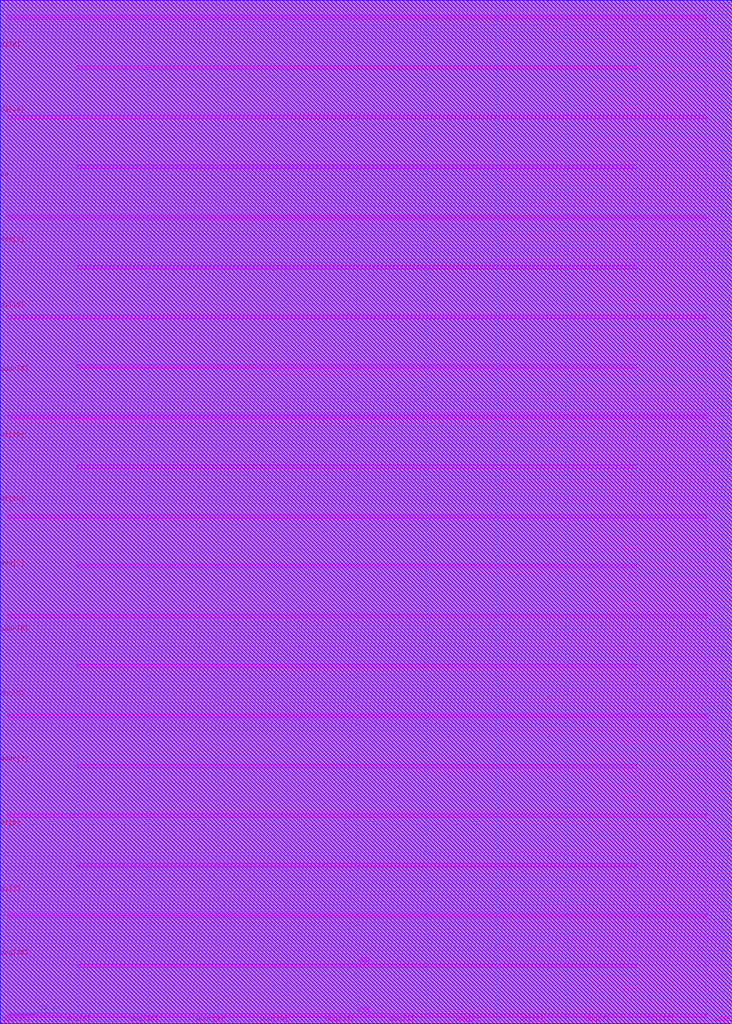
<source format=lef>
VERSION 5.8 ;
BUSBITCHARS "[]" ;
DIVIDERCHAR "/" ;
UNITS
    DATABASE MICRONS 2000 ;
END UNITS
MACRO or1200_spram4
  FOREIGN or1200_spram4 0 0 ;
  CLASS BLOCK ;
  SIZE 293.635 BY 410.29 ;
  PIN VSS
    USE GROUND ;
    DIRECTION INOUT ;
    PORT
      LAYER metal7 ;
        RECT  2.94 402.7 283.34 404.1 ;
        RECT  2.94 362.7 283.34 364.1 ;
        RECT  2.94 322.7 283.34 324.1 ;
        RECT  2.94 282.7 283.34 284.1 ;
        RECT  2.94 242.7 283.34 244.1 ;
        RECT  2.94 202.7 283.34 204.1 ;
        RECT  2.94 162.7 283.34 164.1 ;
        RECT  2.94 122.7 283.34 124.1 ;
        RECT  2.94 82.7 283.34 84.1 ;
        RECT  2.94 42.7 283.34 44.1 ;
        RECT  2.94 2.7 283.34 4.1 ;
      LAYER metal4 ;
        RECT  283.04 1.33 283.24 407.47 ;
        RECT  227.04 1.33 227.24 407.47 ;
        RECT  171.04 1.33 171.24 407.47 ;
        RECT  115.04 1.33 115.24 407.47 ;
        RECT  59.04 1.33 59.24 407.47 ;
        RECT  3.04 1.33 3.24 407.47 ;
      LAYER metal1 ;
        RECT  1.14 407.35 292.6 407.45 ;
        RECT  1.14 404.55 292.6 404.65 ;
        RECT  1.14 401.75 292.6 401.85 ;
        RECT  1.14 398.95 292.6 399.05 ;
        RECT  1.14 396.15 292.6 396.25 ;
        RECT  1.14 393.35 292.6 393.45 ;
        RECT  1.14 390.55 292.6 390.65 ;
        RECT  1.14 387.75 292.6 387.85 ;
        RECT  1.14 384.95 292.6 385.05 ;
        RECT  1.14 382.15 292.6 382.25 ;
        RECT  1.14 379.35 292.6 379.45 ;
        RECT  1.14 376.55 292.6 376.65 ;
        RECT  1.14 373.75 292.6 373.85 ;
        RECT  1.14 370.95 292.6 371.05 ;
        RECT  1.14 368.15 292.6 368.25 ;
        RECT  1.14 365.35 292.6 365.45 ;
        RECT  1.14 362.55 292.6 362.65 ;
        RECT  1.14 359.75 292.6 359.85 ;
        RECT  1.14 356.95 292.6 357.05 ;
        RECT  1.14 354.15 292.6 354.25 ;
        RECT  1.14 351.35 292.6 351.45 ;
        RECT  1.14 348.55 292.6 348.65 ;
        RECT  1.14 345.75 292.6 345.85 ;
        RECT  1.14 342.95 292.6 343.05 ;
        RECT  1.14 340.15 292.6 340.25 ;
        RECT  1.14 337.35 292.6 337.45 ;
        RECT  1.14 334.55 292.6 334.65 ;
        RECT  1.14 331.75 292.6 331.85 ;
        RECT  1.14 328.95 292.6 329.05 ;
        RECT  1.14 326.15 292.6 326.25 ;
        RECT  1.14 323.35 292.6 323.45 ;
        RECT  1.14 320.55 292.6 320.65 ;
        RECT  1.14 317.75 292.6 317.85 ;
        RECT  1.14 314.95 292.6 315.05 ;
        RECT  1.14 312.15 292.6 312.25 ;
        RECT  1.14 309.35 292.6 309.45 ;
        RECT  1.14 306.55 292.6 306.65 ;
        RECT  1.14 303.75 292.6 303.85 ;
        RECT  1.14 300.95 292.6 301.05 ;
        RECT  1.14 298.15 292.6 298.25 ;
        RECT  1.14 295.35 292.6 295.45 ;
        RECT  1.14 292.55 292.6 292.65 ;
        RECT  1.14 289.75 292.6 289.85 ;
        RECT  1.14 286.95 292.6 287.05 ;
        RECT  1.14 284.15 292.6 284.25 ;
        RECT  1.14 281.35 292.6 281.45 ;
        RECT  1.14 278.55 292.6 278.65 ;
        RECT  1.14 275.75 292.6 275.85 ;
        RECT  1.14 272.95 292.6 273.05 ;
        RECT  1.14 270.15 292.6 270.25 ;
        RECT  1.14 267.35 292.6 267.45 ;
        RECT  1.14 264.55 292.6 264.65 ;
        RECT  1.14 261.75 292.6 261.85 ;
        RECT  1.14 258.95 292.6 259.05 ;
        RECT  1.14 256.15 292.6 256.25 ;
        RECT  1.14 253.35 292.6 253.45 ;
        RECT  1.14 250.55 292.6 250.65 ;
        RECT  1.14 247.75 292.6 247.85 ;
        RECT  1.14 244.95 292.6 245.05 ;
        RECT  1.14 242.15 292.6 242.25 ;
        RECT  1.14 239.35 292.6 239.45 ;
        RECT  1.14 236.55 292.6 236.65 ;
        RECT  1.14 233.75 292.6 233.85 ;
        RECT  1.14 230.95 292.6 231.05 ;
        RECT  1.14 228.15 292.6 228.25 ;
        RECT  1.14 225.35 292.6 225.45 ;
        RECT  1.14 222.55 292.6 222.65 ;
        RECT  1.14 219.75 292.6 219.85 ;
        RECT  1.14 216.95 292.6 217.05 ;
        RECT  1.14 214.15 292.6 214.25 ;
        RECT  1.14 211.35 292.6 211.45 ;
        RECT  1.14 208.55 292.6 208.65 ;
        RECT  1.14 205.75 292.6 205.85 ;
        RECT  1.14 202.95 292.6 203.05 ;
        RECT  1.14 200.15 292.6 200.25 ;
        RECT  1.14 197.35 292.6 197.45 ;
        RECT  1.14 194.55 292.6 194.65 ;
        RECT  1.14 191.75 292.6 191.85 ;
        RECT  1.14 188.95 292.6 189.05 ;
        RECT  1.14 186.15 292.6 186.25 ;
        RECT  1.14 183.35 292.6 183.45 ;
        RECT  1.14 180.55 292.6 180.65 ;
        RECT  1.14 177.75 292.6 177.85 ;
        RECT  1.14 174.95 292.6 175.05 ;
        RECT  1.14 172.15 292.6 172.25 ;
        RECT  1.14 169.35 292.6 169.45 ;
        RECT  1.14 166.55 292.6 166.65 ;
        RECT  1.14 163.75 292.6 163.85 ;
        RECT  1.14 160.95 292.6 161.05 ;
        RECT  1.14 158.15 292.6 158.25 ;
        RECT  1.14 155.35 292.6 155.45 ;
        RECT  1.14 152.55 292.6 152.65 ;
        RECT  1.14 149.75 292.6 149.85 ;
        RECT  1.14 146.95 292.6 147.05 ;
        RECT  1.14 144.15 292.6 144.25 ;
        RECT  1.14 141.35 292.6 141.45 ;
        RECT  1.14 138.55 292.6 138.65 ;
        RECT  1.14 135.75 292.6 135.85 ;
        RECT  1.14 132.95 292.6 133.05 ;
        RECT  1.14 130.15 292.6 130.25 ;
        RECT  1.14 127.35 292.6 127.45 ;
        RECT  1.14 124.55 292.6 124.65 ;
        RECT  1.14 121.75 292.6 121.85 ;
        RECT  1.14 118.95 292.6 119.05 ;
        RECT  1.14 116.15 292.6 116.25 ;
        RECT  1.14 113.35 292.6 113.45 ;
        RECT  1.14 110.55 292.6 110.65 ;
        RECT  1.14 107.75 292.6 107.85 ;
        RECT  1.14 104.95 292.6 105.05 ;
        RECT  1.14 102.15 292.6 102.25 ;
        RECT  1.14 99.35 292.6 99.45 ;
        RECT  1.14 96.55 292.6 96.65 ;
        RECT  1.14 93.75 292.6 93.85 ;
        RECT  1.14 90.95 292.6 91.05 ;
        RECT  1.14 88.15 292.6 88.25 ;
        RECT  1.14 85.35 292.6 85.45 ;
        RECT  1.14 82.55 292.6 82.65 ;
        RECT  1.14 79.75 292.6 79.85 ;
        RECT  1.14 76.95 292.6 77.05 ;
        RECT  1.14 74.15 292.6 74.25 ;
        RECT  1.14 71.35 292.6 71.45 ;
        RECT  1.14 68.55 292.6 68.65 ;
        RECT  1.14 65.75 292.6 65.85 ;
        RECT  1.14 62.95 292.6 63.05 ;
        RECT  1.14 60.15 292.6 60.25 ;
        RECT  1.14 57.35 292.6 57.45 ;
        RECT  1.14 54.55 292.6 54.65 ;
        RECT  1.14 51.75 292.6 51.85 ;
        RECT  1.14 48.95 292.6 49.05 ;
        RECT  1.14 46.15 292.6 46.25 ;
        RECT  1.14 43.35 292.6 43.45 ;
        RECT  1.14 40.55 292.6 40.65 ;
        RECT  1.14 37.75 292.6 37.85 ;
        RECT  1.14 34.95 292.6 35.05 ;
        RECT  1.14 32.15 292.6 32.25 ;
        RECT  1.14 29.35 292.6 29.45 ;
        RECT  1.14 26.55 292.6 26.65 ;
        RECT  1.14 23.75 292.6 23.85 ;
        RECT  1.14 20.95 292.6 21.05 ;
        RECT  1.14 18.15 292.6 18.25 ;
        RECT  1.14 15.35 292.6 15.45 ;
        RECT  1.14 12.55 292.6 12.65 ;
        RECT  1.14 9.75 292.6 9.85 ;
        RECT  1.14 6.95 292.6 7.05 ;
        RECT  1.14 4.15 292.6 4.25 ;
        RECT  1.14 1.35 292.6 1.45 ;
      VIA 283.14 403.4 via6_7_400_2800_4_1_600_600 ;
      VIA 283.14 403.4 via5_6_400_2800_5_1_600_600 ;
      VIA 283.14 403.4 via4_5_400_2800_5_1_600_600 ;
      VIA 283.14 363.4 via6_7_400_2800_4_1_600_600 ;
      VIA 283.14 363.4 via5_6_400_2800_5_1_600_600 ;
      VIA 283.14 363.4 via4_5_400_2800_5_1_600_600 ;
      VIA 283.14 323.4 via6_7_400_2800_4_1_600_600 ;
      VIA 283.14 323.4 via5_6_400_2800_5_1_600_600 ;
      VIA 283.14 323.4 via4_5_400_2800_5_1_600_600 ;
      VIA 283.14 283.4 via6_7_400_2800_4_1_600_600 ;
      VIA 283.14 283.4 via5_6_400_2800_5_1_600_600 ;
      VIA 283.14 283.4 via4_5_400_2800_5_1_600_600 ;
      VIA 283.14 243.4 via6_7_400_2800_4_1_600_600 ;
      VIA 283.14 243.4 via5_6_400_2800_5_1_600_600 ;
      VIA 283.14 243.4 via4_5_400_2800_5_1_600_600 ;
      VIA 283.14 203.4 via6_7_400_2800_4_1_600_600 ;
      VIA 283.14 203.4 via5_6_400_2800_5_1_600_600 ;
      VIA 283.14 203.4 via4_5_400_2800_5_1_600_600 ;
      VIA 283.14 163.4 via6_7_400_2800_4_1_600_600 ;
      VIA 283.14 163.4 via5_6_400_2800_5_1_600_600 ;
      VIA 283.14 163.4 via4_5_400_2800_5_1_600_600 ;
      VIA 283.14 123.4 via6_7_400_2800_4_1_600_600 ;
      VIA 283.14 123.4 via5_6_400_2800_5_1_600_600 ;
      VIA 283.14 123.4 via4_5_400_2800_5_1_600_600 ;
      VIA 283.14 83.4 via6_7_400_2800_4_1_600_600 ;
      VIA 283.14 83.4 via5_6_400_2800_5_1_600_600 ;
      VIA 283.14 83.4 via4_5_400_2800_5_1_600_600 ;
      VIA 283.14 43.4 via6_7_400_2800_4_1_600_600 ;
      VIA 283.14 43.4 via5_6_400_2800_5_1_600_600 ;
      VIA 283.14 43.4 via4_5_400_2800_5_1_600_600 ;
      VIA 283.14 3.4 via6_7_400_2800_4_1_600_600 ;
      VIA 283.14 3.4 via5_6_400_2800_5_1_600_600 ;
      VIA 283.14 3.4 via4_5_400_2800_5_1_600_600 ;
      VIA 227.14 403.4 via6_7_400_2800_4_1_600_600 ;
      VIA 227.14 403.4 via5_6_400_2800_5_1_600_600 ;
      VIA 227.14 403.4 via4_5_400_2800_5_1_600_600 ;
      VIA 227.14 363.4 via6_7_400_2800_4_1_600_600 ;
      VIA 227.14 363.4 via5_6_400_2800_5_1_600_600 ;
      VIA 227.14 363.4 via4_5_400_2800_5_1_600_600 ;
      VIA 227.14 323.4 via6_7_400_2800_4_1_600_600 ;
      VIA 227.14 323.4 via5_6_400_2800_5_1_600_600 ;
      VIA 227.14 323.4 via4_5_400_2800_5_1_600_600 ;
      VIA 227.14 283.4 via6_7_400_2800_4_1_600_600 ;
      VIA 227.14 283.4 via5_6_400_2800_5_1_600_600 ;
      VIA 227.14 283.4 via4_5_400_2800_5_1_600_600 ;
      VIA 227.14 243.4 via6_7_400_2800_4_1_600_600 ;
      VIA 227.14 243.4 via5_6_400_2800_5_1_600_600 ;
      VIA 227.14 243.4 via4_5_400_2800_5_1_600_600 ;
      VIA 227.14 203.4 via6_7_400_2800_4_1_600_600 ;
      VIA 227.14 203.4 via5_6_400_2800_5_1_600_600 ;
      VIA 227.14 203.4 via4_5_400_2800_5_1_600_600 ;
      VIA 227.14 163.4 via6_7_400_2800_4_1_600_600 ;
      VIA 227.14 163.4 via5_6_400_2800_5_1_600_600 ;
      VIA 227.14 163.4 via4_5_400_2800_5_1_600_600 ;
      VIA 227.14 123.4 via6_7_400_2800_4_1_600_600 ;
      VIA 227.14 123.4 via5_6_400_2800_5_1_600_600 ;
      VIA 227.14 123.4 via4_5_400_2800_5_1_600_600 ;
      VIA 227.14 83.4 via6_7_400_2800_4_1_600_600 ;
      VIA 227.14 83.4 via5_6_400_2800_5_1_600_600 ;
      VIA 227.14 83.4 via4_5_400_2800_5_1_600_600 ;
      VIA 227.14 43.4 via6_7_400_2800_4_1_600_600 ;
      VIA 227.14 43.4 via5_6_400_2800_5_1_600_600 ;
      VIA 227.14 43.4 via4_5_400_2800_5_1_600_600 ;
      VIA 227.14 3.4 via6_7_400_2800_4_1_600_600 ;
      VIA 227.14 3.4 via5_6_400_2800_5_1_600_600 ;
      VIA 227.14 3.4 via4_5_400_2800_5_1_600_600 ;
      VIA 171.14 403.4 via6_7_400_2800_4_1_600_600 ;
      VIA 171.14 403.4 via5_6_400_2800_5_1_600_600 ;
      VIA 171.14 403.4 via4_5_400_2800_5_1_600_600 ;
      VIA 171.14 363.4 via6_7_400_2800_4_1_600_600 ;
      VIA 171.14 363.4 via5_6_400_2800_5_1_600_600 ;
      VIA 171.14 363.4 via4_5_400_2800_5_1_600_600 ;
      VIA 171.14 323.4 via6_7_400_2800_4_1_600_600 ;
      VIA 171.14 323.4 via5_6_400_2800_5_1_600_600 ;
      VIA 171.14 323.4 via4_5_400_2800_5_1_600_600 ;
      VIA 171.14 283.4 via6_7_400_2800_4_1_600_600 ;
      VIA 171.14 283.4 via5_6_400_2800_5_1_600_600 ;
      VIA 171.14 283.4 via4_5_400_2800_5_1_600_600 ;
      VIA 171.14 243.4 via6_7_400_2800_4_1_600_600 ;
      VIA 171.14 243.4 via5_6_400_2800_5_1_600_600 ;
      VIA 171.14 243.4 via4_5_400_2800_5_1_600_600 ;
      VIA 171.14 203.4 via6_7_400_2800_4_1_600_600 ;
      VIA 171.14 203.4 via5_6_400_2800_5_1_600_600 ;
      VIA 171.14 203.4 via4_5_400_2800_5_1_600_600 ;
      VIA 171.14 163.4 via6_7_400_2800_4_1_600_600 ;
      VIA 171.14 163.4 via5_6_400_2800_5_1_600_600 ;
      VIA 171.14 163.4 via4_5_400_2800_5_1_600_600 ;
      VIA 171.14 123.4 via6_7_400_2800_4_1_600_600 ;
      VIA 171.14 123.4 via5_6_400_2800_5_1_600_600 ;
      VIA 171.14 123.4 via4_5_400_2800_5_1_600_600 ;
      VIA 171.14 83.4 via6_7_400_2800_4_1_600_600 ;
      VIA 171.14 83.4 via5_6_400_2800_5_1_600_600 ;
      VIA 171.14 83.4 via4_5_400_2800_5_1_600_600 ;
      VIA 171.14 43.4 via6_7_400_2800_4_1_600_600 ;
      VIA 171.14 43.4 via5_6_400_2800_5_1_600_600 ;
      VIA 171.14 43.4 via4_5_400_2800_5_1_600_600 ;
      VIA 171.14 3.4 via6_7_400_2800_4_1_600_600 ;
      VIA 171.14 3.4 via5_6_400_2800_5_1_600_600 ;
      VIA 171.14 3.4 via4_5_400_2800_5_1_600_600 ;
      VIA 115.14 403.4 via6_7_400_2800_4_1_600_600 ;
      VIA 115.14 403.4 via5_6_400_2800_5_1_600_600 ;
      VIA 115.14 403.4 via4_5_400_2800_5_1_600_600 ;
      VIA 115.14 363.4 via6_7_400_2800_4_1_600_600 ;
      VIA 115.14 363.4 via5_6_400_2800_5_1_600_600 ;
      VIA 115.14 363.4 via4_5_400_2800_5_1_600_600 ;
      VIA 115.14 323.4 via6_7_400_2800_4_1_600_600 ;
      VIA 115.14 323.4 via5_6_400_2800_5_1_600_600 ;
      VIA 115.14 323.4 via4_5_400_2800_5_1_600_600 ;
      VIA 115.14 283.4 via6_7_400_2800_4_1_600_600 ;
      VIA 115.14 283.4 via5_6_400_2800_5_1_600_600 ;
      VIA 115.14 283.4 via4_5_400_2800_5_1_600_600 ;
      VIA 115.14 243.4 via6_7_400_2800_4_1_600_600 ;
      VIA 115.14 243.4 via5_6_400_2800_5_1_600_600 ;
      VIA 115.14 243.4 via4_5_400_2800_5_1_600_600 ;
      VIA 115.14 203.4 via6_7_400_2800_4_1_600_600 ;
      VIA 115.14 203.4 via5_6_400_2800_5_1_600_600 ;
      VIA 115.14 203.4 via4_5_400_2800_5_1_600_600 ;
      VIA 115.14 163.4 via6_7_400_2800_4_1_600_600 ;
      VIA 115.14 163.4 via5_6_400_2800_5_1_600_600 ;
      VIA 115.14 163.4 via4_5_400_2800_5_1_600_600 ;
      VIA 115.14 123.4 via6_7_400_2800_4_1_600_600 ;
      VIA 115.14 123.4 via5_6_400_2800_5_1_600_600 ;
      VIA 115.14 123.4 via4_5_400_2800_5_1_600_600 ;
      VIA 115.14 83.4 via6_7_400_2800_4_1_600_600 ;
      VIA 115.14 83.4 via5_6_400_2800_5_1_600_600 ;
      VIA 115.14 83.4 via4_5_400_2800_5_1_600_600 ;
      VIA 115.14 43.4 via6_7_400_2800_4_1_600_600 ;
      VIA 115.14 43.4 via5_6_400_2800_5_1_600_600 ;
      VIA 115.14 43.4 via4_5_400_2800_5_1_600_600 ;
      VIA 115.14 3.4 via6_7_400_2800_4_1_600_600 ;
      VIA 115.14 3.4 via5_6_400_2800_5_1_600_600 ;
      VIA 115.14 3.4 via4_5_400_2800_5_1_600_600 ;
      VIA 59.14 403.4 via6_7_400_2800_4_1_600_600 ;
      VIA 59.14 403.4 via5_6_400_2800_5_1_600_600 ;
      VIA 59.14 403.4 via4_5_400_2800_5_1_600_600 ;
      VIA 59.14 363.4 via6_7_400_2800_4_1_600_600 ;
      VIA 59.14 363.4 via5_6_400_2800_5_1_600_600 ;
      VIA 59.14 363.4 via4_5_400_2800_5_1_600_600 ;
      VIA 59.14 323.4 via6_7_400_2800_4_1_600_600 ;
      VIA 59.14 323.4 via5_6_400_2800_5_1_600_600 ;
      VIA 59.14 323.4 via4_5_400_2800_5_1_600_600 ;
      VIA 59.14 283.4 via6_7_400_2800_4_1_600_600 ;
      VIA 59.14 283.4 via5_6_400_2800_5_1_600_600 ;
      VIA 59.14 283.4 via4_5_400_2800_5_1_600_600 ;
      VIA 59.14 243.4 via6_7_400_2800_4_1_600_600 ;
      VIA 59.14 243.4 via5_6_400_2800_5_1_600_600 ;
      VIA 59.14 243.4 via4_5_400_2800_5_1_600_600 ;
      VIA 59.14 203.4 via6_7_400_2800_4_1_600_600 ;
      VIA 59.14 203.4 via5_6_400_2800_5_1_600_600 ;
      VIA 59.14 203.4 via4_5_400_2800_5_1_600_600 ;
      VIA 59.14 163.4 via6_7_400_2800_4_1_600_600 ;
      VIA 59.14 163.4 via5_6_400_2800_5_1_600_600 ;
      VIA 59.14 163.4 via4_5_400_2800_5_1_600_600 ;
      VIA 59.14 123.4 via6_7_400_2800_4_1_600_600 ;
      VIA 59.14 123.4 via5_6_400_2800_5_1_600_600 ;
      VIA 59.14 123.4 via4_5_400_2800_5_1_600_600 ;
      VIA 59.14 83.4 via6_7_400_2800_4_1_600_600 ;
      VIA 59.14 83.4 via5_6_400_2800_5_1_600_600 ;
      VIA 59.14 83.4 via4_5_400_2800_5_1_600_600 ;
      VIA 59.14 43.4 via6_7_400_2800_4_1_600_600 ;
      VIA 59.14 43.4 via5_6_400_2800_5_1_600_600 ;
      VIA 59.14 43.4 via4_5_400_2800_5_1_600_600 ;
      VIA 59.14 3.4 via6_7_400_2800_4_1_600_600 ;
      VIA 59.14 3.4 via5_6_400_2800_5_1_600_600 ;
      VIA 59.14 3.4 via4_5_400_2800_5_1_600_600 ;
      VIA 3.14 403.4 via6_7_400_2800_4_1_600_600 ;
      VIA 3.14 403.4 via5_6_400_2800_5_1_600_600 ;
      VIA 3.14 403.4 via4_5_400_2800_5_1_600_600 ;
      VIA 3.14 363.4 via6_7_400_2800_4_1_600_600 ;
      VIA 3.14 363.4 via5_6_400_2800_5_1_600_600 ;
      VIA 3.14 363.4 via4_5_400_2800_5_1_600_600 ;
      VIA 3.14 323.4 via6_7_400_2800_4_1_600_600 ;
      VIA 3.14 323.4 via5_6_400_2800_5_1_600_600 ;
      VIA 3.14 323.4 via4_5_400_2800_5_1_600_600 ;
      VIA 3.14 283.4 via6_7_400_2800_4_1_600_600 ;
      VIA 3.14 283.4 via5_6_400_2800_5_1_600_600 ;
      VIA 3.14 283.4 via4_5_400_2800_5_1_600_600 ;
      VIA 3.14 243.4 via6_7_400_2800_4_1_600_600 ;
      VIA 3.14 243.4 via5_6_400_2800_5_1_600_600 ;
      VIA 3.14 243.4 via4_5_400_2800_5_1_600_600 ;
      VIA 3.14 203.4 via6_7_400_2800_4_1_600_600 ;
      VIA 3.14 203.4 via5_6_400_2800_5_1_600_600 ;
      VIA 3.14 203.4 via4_5_400_2800_5_1_600_600 ;
      VIA 3.14 163.4 via6_7_400_2800_4_1_600_600 ;
      VIA 3.14 163.4 via5_6_400_2800_5_1_600_600 ;
      VIA 3.14 163.4 via4_5_400_2800_5_1_600_600 ;
      VIA 3.14 123.4 via6_7_400_2800_4_1_600_600 ;
      VIA 3.14 123.4 via5_6_400_2800_5_1_600_600 ;
      VIA 3.14 123.4 via4_5_400_2800_5_1_600_600 ;
      VIA 3.14 83.4 via6_7_400_2800_4_1_600_600 ;
      VIA 3.14 83.4 via5_6_400_2800_5_1_600_600 ;
      VIA 3.14 83.4 via4_5_400_2800_5_1_600_600 ;
      VIA 3.14 43.4 via6_7_400_2800_4_1_600_600 ;
      VIA 3.14 43.4 via5_6_400_2800_5_1_600_600 ;
      VIA 3.14 43.4 via4_5_400_2800_5_1_600_600 ;
      VIA 3.14 3.4 via6_7_400_2800_4_1_600_600 ;
      VIA 3.14 3.4 via5_6_400_2800_5_1_600_600 ;
      VIA 3.14 3.4 via4_5_400_2800_5_1_600_600 ;
      VIA 283.14 407.4 via3_4_400_200_1_1_320_320 ;
      VIA 283.14 407.4 via2_3_400_200_1_1_320_320 ;
      VIA 283.14 407.4 via1_2_400_200_1_1_300_300 ;
      VIA 283.14 404.6 via3_4_400_200_1_1_320_320 ;
      VIA 283.14 404.6 via2_3_400_200_1_1_320_320 ;
      VIA 283.14 404.6 via1_2_400_200_1_1_300_300 ;
      VIA 283.14 401.8 via3_4_400_200_1_1_320_320 ;
      VIA 283.14 401.8 via2_3_400_200_1_1_320_320 ;
      VIA 283.14 401.8 via1_2_400_200_1_1_300_300 ;
      VIA 283.14 399 via3_4_400_200_1_1_320_320 ;
      VIA 283.14 399 via2_3_400_200_1_1_320_320 ;
      VIA 283.14 399 via1_2_400_200_1_1_300_300 ;
      VIA 283.14 396.2 via3_4_400_200_1_1_320_320 ;
      VIA 283.14 396.2 via2_3_400_200_1_1_320_320 ;
      VIA 283.14 396.2 via1_2_400_200_1_1_300_300 ;
      VIA 283.14 393.4 via3_4_400_200_1_1_320_320 ;
      VIA 283.14 393.4 via2_3_400_200_1_1_320_320 ;
      VIA 283.14 393.4 via1_2_400_200_1_1_300_300 ;
      VIA 283.14 390.6 via3_4_400_200_1_1_320_320 ;
      VIA 283.14 390.6 via2_3_400_200_1_1_320_320 ;
      VIA 283.14 390.6 via1_2_400_200_1_1_300_300 ;
      VIA 283.14 387.8 via3_4_400_200_1_1_320_320 ;
      VIA 283.14 387.8 via2_3_400_200_1_1_320_320 ;
      VIA 283.14 387.8 via1_2_400_200_1_1_300_300 ;
      VIA 283.14 385 via3_4_400_200_1_1_320_320 ;
      VIA 283.14 385 via2_3_400_200_1_1_320_320 ;
      VIA 283.14 385 via1_2_400_200_1_1_300_300 ;
      VIA 283.14 382.2 via3_4_400_200_1_1_320_320 ;
      VIA 283.14 382.2 via2_3_400_200_1_1_320_320 ;
      VIA 283.14 382.2 via1_2_400_200_1_1_300_300 ;
      VIA 283.14 379.4 via3_4_400_200_1_1_320_320 ;
      VIA 283.14 379.4 via2_3_400_200_1_1_320_320 ;
      VIA 283.14 379.4 via1_2_400_200_1_1_300_300 ;
      VIA 283.14 376.6 via3_4_400_200_1_1_320_320 ;
      VIA 283.14 376.6 via2_3_400_200_1_1_320_320 ;
      VIA 283.14 376.6 via1_2_400_200_1_1_300_300 ;
      VIA 283.14 373.8 via3_4_400_200_1_1_320_320 ;
      VIA 283.14 373.8 via2_3_400_200_1_1_320_320 ;
      VIA 283.14 373.8 via1_2_400_200_1_1_300_300 ;
      VIA 283.14 371 via3_4_400_200_1_1_320_320 ;
      VIA 283.14 371 via2_3_400_200_1_1_320_320 ;
      VIA 283.14 371 via1_2_400_200_1_1_300_300 ;
      VIA 283.14 368.2 via3_4_400_200_1_1_320_320 ;
      VIA 283.14 368.2 via2_3_400_200_1_1_320_320 ;
      VIA 283.14 368.2 via1_2_400_200_1_1_300_300 ;
      VIA 283.14 365.4 via3_4_400_200_1_1_320_320 ;
      VIA 283.14 365.4 via2_3_400_200_1_1_320_320 ;
      VIA 283.14 365.4 via1_2_400_200_1_1_300_300 ;
      VIA 283.14 362.6 via3_4_400_200_1_1_320_320 ;
      VIA 283.14 362.6 via2_3_400_200_1_1_320_320 ;
      VIA 283.14 362.6 via1_2_400_200_1_1_300_300 ;
      VIA 283.14 359.8 via3_4_400_200_1_1_320_320 ;
      VIA 283.14 359.8 via2_3_400_200_1_1_320_320 ;
      VIA 283.14 359.8 via1_2_400_200_1_1_300_300 ;
      VIA 283.14 357 via3_4_400_200_1_1_320_320 ;
      VIA 283.14 357 via2_3_400_200_1_1_320_320 ;
      VIA 283.14 357 via1_2_400_200_1_1_300_300 ;
      VIA 283.14 354.2 via3_4_400_200_1_1_320_320 ;
      VIA 283.14 354.2 via2_3_400_200_1_1_320_320 ;
      VIA 283.14 354.2 via1_2_400_200_1_1_300_300 ;
      VIA 283.14 351.4 via3_4_400_200_1_1_320_320 ;
      VIA 283.14 351.4 via2_3_400_200_1_1_320_320 ;
      VIA 283.14 351.4 via1_2_400_200_1_1_300_300 ;
      VIA 283.14 348.6 via3_4_400_200_1_1_320_320 ;
      VIA 283.14 348.6 via2_3_400_200_1_1_320_320 ;
      VIA 283.14 348.6 via1_2_400_200_1_1_300_300 ;
      VIA 283.14 345.8 via3_4_400_200_1_1_320_320 ;
      VIA 283.14 345.8 via2_3_400_200_1_1_320_320 ;
      VIA 283.14 345.8 via1_2_400_200_1_1_300_300 ;
      VIA 283.14 343 via3_4_400_200_1_1_320_320 ;
      VIA 283.14 343 via2_3_400_200_1_1_320_320 ;
      VIA 283.14 343 via1_2_400_200_1_1_300_300 ;
      VIA 283.14 340.2 via3_4_400_200_1_1_320_320 ;
      VIA 283.14 340.2 via2_3_400_200_1_1_320_320 ;
      VIA 283.14 340.2 via1_2_400_200_1_1_300_300 ;
      VIA 283.14 337.4 via3_4_400_200_1_1_320_320 ;
      VIA 283.14 337.4 via2_3_400_200_1_1_320_320 ;
      VIA 283.14 337.4 via1_2_400_200_1_1_300_300 ;
      VIA 283.14 334.6 via3_4_400_200_1_1_320_320 ;
      VIA 283.14 334.6 via2_3_400_200_1_1_320_320 ;
      VIA 283.14 334.6 via1_2_400_200_1_1_300_300 ;
      VIA 283.14 331.8 via3_4_400_200_1_1_320_320 ;
      VIA 283.14 331.8 via2_3_400_200_1_1_320_320 ;
      VIA 283.14 331.8 via1_2_400_200_1_1_300_300 ;
      VIA 283.14 329 via3_4_400_200_1_1_320_320 ;
      VIA 283.14 329 via2_3_400_200_1_1_320_320 ;
      VIA 283.14 329 via1_2_400_200_1_1_300_300 ;
      VIA 283.14 326.2 via3_4_400_200_1_1_320_320 ;
      VIA 283.14 326.2 via2_3_400_200_1_1_320_320 ;
      VIA 283.14 326.2 via1_2_400_200_1_1_300_300 ;
      VIA 283.14 323.4 via3_4_400_200_1_1_320_320 ;
      VIA 283.14 323.4 via2_3_400_200_1_1_320_320 ;
      VIA 283.14 323.4 via1_2_400_200_1_1_300_300 ;
      VIA 283.14 320.6 via3_4_400_200_1_1_320_320 ;
      VIA 283.14 320.6 via2_3_400_200_1_1_320_320 ;
      VIA 283.14 320.6 via1_2_400_200_1_1_300_300 ;
      VIA 283.14 317.8 via3_4_400_200_1_1_320_320 ;
      VIA 283.14 317.8 via2_3_400_200_1_1_320_320 ;
      VIA 283.14 317.8 via1_2_400_200_1_1_300_300 ;
      VIA 283.14 315 via3_4_400_200_1_1_320_320 ;
      VIA 283.14 315 via2_3_400_200_1_1_320_320 ;
      VIA 283.14 315 via1_2_400_200_1_1_300_300 ;
      VIA 283.14 312.2 via3_4_400_200_1_1_320_320 ;
      VIA 283.14 312.2 via2_3_400_200_1_1_320_320 ;
      VIA 283.14 312.2 via1_2_400_200_1_1_300_300 ;
      VIA 283.14 309.4 via3_4_400_200_1_1_320_320 ;
      VIA 283.14 309.4 via2_3_400_200_1_1_320_320 ;
      VIA 283.14 309.4 via1_2_400_200_1_1_300_300 ;
      VIA 283.14 306.6 via3_4_400_200_1_1_320_320 ;
      VIA 283.14 306.6 via2_3_400_200_1_1_320_320 ;
      VIA 283.14 306.6 via1_2_400_200_1_1_300_300 ;
      VIA 283.14 303.8 via3_4_400_200_1_1_320_320 ;
      VIA 283.14 303.8 via2_3_400_200_1_1_320_320 ;
      VIA 283.14 303.8 via1_2_400_200_1_1_300_300 ;
      VIA 283.14 301 via3_4_400_200_1_1_320_320 ;
      VIA 283.14 301 via2_3_400_200_1_1_320_320 ;
      VIA 283.14 301 via1_2_400_200_1_1_300_300 ;
      VIA 283.14 298.2 via3_4_400_200_1_1_320_320 ;
      VIA 283.14 298.2 via2_3_400_200_1_1_320_320 ;
      VIA 283.14 298.2 via1_2_400_200_1_1_300_300 ;
      VIA 283.14 295.4 via3_4_400_200_1_1_320_320 ;
      VIA 283.14 295.4 via2_3_400_200_1_1_320_320 ;
      VIA 283.14 295.4 via1_2_400_200_1_1_300_300 ;
      VIA 283.14 292.6 via3_4_400_200_1_1_320_320 ;
      VIA 283.14 292.6 via2_3_400_200_1_1_320_320 ;
      VIA 283.14 292.6 via1_2_400_200_1_1_300_300 ;
      VIA 283.14 289.8 via3_4_400_200_1_1_320_320 ;
      VIA 283.14 289.8 via2_3_400_200_1_1_320_320 ;
      VIA 283.14 289.8 via1_2_400_200_1_1_300_300 ;
      VIA 283.14 287 via3_4_400_200_1_1_320_320 ;
      VIA 283.14 287 via2_3_400_200_1_1_320_320 ;
      VIA 283.14 287 via1_2_400_200_1_1_300_300 ;
      VIA 283.14 284.2 via3_4_400_200_1_1_320_320 ;
      VIA 283.14 284.2 via2_3_400_200_1_1_320_320 ;
      VIA 283.14 284.2 via1_2_400_200_1_1_300_300 ;
      VIA 283.14 281.4 via3_4_400_200_1_1_320_320 ;
      VIA 283.14 281.4 via2_3_400_200_1_1_320_320 ;
      VIA 283.14 281.4 via1_2_400_200_1_1_300_300 ;
      VIA 283.14 278.6 via3_4_400_200_1_1_320_320 ;
      VIA 283.14 278.6 via2_3_400_200_1_1_320_320 ;
      VIA 283.14 278.6 via1_2_400_200_1_1_300_300 ;
      VIA 283.14 275.8 via3_4_400_200_1_1_320_320 ;
      VIA 283.14 275.8 via2_3_400_200_1_1_320_320 ;
      VIA 283.14 275.8 via1_2_400_200_1_1_300_300 ;
      VIA 283.14 273 via3_4_400_200_1_1_320_320 ;
      VIA 283.14 273 via2_3_400_200_1_1_320_320 ;
      VIA 283.14 273 via1_2_400_200_1_1_300_300 ;
      VIA 283.14 270.2 via3_4_400_200_1_1_320_320 ;
      VIA 283.14 270.2 via2_3_400_200_1_1_320_320 ;
      VIA 283.14 270.2 via1_2_400_200_1_1_300_300 ;
      VIA 283.14 267.4 via3_4_400_200_1_1_320_320 ;
      VIA 283.14 267.4 via2_3_400_200_1_1_320_320 ;
      VIA 283.14 267.4 via1_2_400_200_1_1_300_300 ;
      VIA 283.14 264.6 via3_4_400_200_1_1_320_320 ;
      VIA 283.14 264.6 via2_3_400_200_1_1_320_320 ;
      VIA 283.14 264.6 via1_2_400_200_1_1_300_300 ;
      VIA 283.14 261.8 via3_4_400_200_1_1_320_320 ;
      VIA 283.14 261.8 via2_3_400_200_1_1_320_320 ;
      VIA 283.14 261.8 via1_2_400_200_1_1_300_300 ;
      VIA 283.14 259 via3_4_400_200_1_1_320_320 ;
      VIA 283.14 259 via2_3_400_200_1_1_320_320 ;
      VIA 283.14 259 via1_2_400_200_1_1_300_300 ;
      VIA 283.14 256.2 via3_4_400_200_1_1_320_320 ;
      VIA 283.14 256.2 via2_3_400_200_1_1_320_320 ;
      VIA 283.14 256.2 via1_2_400_200_1_1_300_300 ;
      VIA 283.14 253.4 via3_4_400_200_1_1_320_320 ;
      VIA 283.14 253.4 via2_3_400_200_1_1_320_320 ;
      VIA 283.14 253.4 via1_2_400_200_1_1_300_300 ;
      VIA 283.14 250.6 via3_4_400_200_1_1_320_320 ;
      VIA 283.14 250.6 via2_3_400_200_1_1_320_320 ;
      VIA 283.14 250.6 via1_2_400_200_1_1_300_300 ;
      VIA 283.14 247.8 via3_4_400_200_1_1_320_320 ;
      VIA 283.14 247.8 via2_3_400_200_1_1_320_320 ;
      VIA 283.14 247.8 via1_2_400_200_1_1_300_300 ;
      VIA 283.14 245 via3_4_400_200_1_1_320_320 ;
      VIA 283.14 245 via2_3_400_200_1_1_320_320 ;
      VIA 283.14 245 via1_2_400_200_1_1_300_300 ;
      VIA 283.14 242.2 via3_4_400_200_1_1_320_320 ;
      VIA 283.14 242.2 via2_3_400_200_1_1_320_320 ;
      VIA 283.14 242.2 via1_2_400_200_1_1_300_300 ;
      VIA 283.14 239.4 via3_4_400_200_1_1_320_320 ;
      VIA 283.14 239.4 via2_3_400_200_1_1_320_320 ;
      VIA 283.14 239.4 via1_2_400_200_1_1_300_300 ;
      VIA 283.14 236.6 via3_4_400_200_1_1_320_320 ;
      VIA 283.14 236.6 via2_3_400_200_1_1_320_320 ;
      VIA 283.14 236.6 via1_2_400_200_1_1_300_300 ;
      VIA 283.14 233.8 via3_4_400_200_1_1_320_320 ;
      VIA 283.14 233.8 via2_3_400_200_1_1_320_320 ;
      VIA 283.14 233.8 via1_2_400_200_1_1_300_300 ;
      VIA 283.14 231 via3_4_400_200_1_1_320_320 ;
      VIA 283.14 231 via2_3_400_200_1_1_320_320 ;
      VIA 283.14 231 via1_2_400_200_1_1_300_300 ;
      VIA 283.14 228.2 via3_4_400_200_1_1_320_320 ;
      VIA 283.14 228.2 via2_3_400_200_1_1_320_320 ;
      VIA 283.14 228.2 via1_2_400_200_1_1_300_300 ;
      VIA 283.14 225.4 via3_4_400_200_1_1_320_320 ;
      VIA 283.14 225.4 via2_3_400_200_1_1_320_320 ;
      VIA 283.14 225.4 via1_2_400_200_1_1_300_300 ;
      VIA 283.14 222.6 via3_4_400_200_1_1_320_320 ;
      VIA 283.14 222.6 via2_3_400_200_1_1_320_320 ;
      VIA 283.14 222.6 via1_2_400_200_1_1_300_300 ;
      VIA 283.14 219.8 via3_4_400_200_1_1_320_320 ;
      VIA 283.14 219.8 via2_3_400_200_1_1_320_320 ;
      VIA 283.14 219.8 via1_2_400_200_1_1_300_300 ;
      VIA 283.14 217 via3_4_400_200_1_1_320_320 ;
      VIA 283.14 217 via2_3_400_200_1_1_320_320 ;
      VIA 283.14 217 via1_2_400_200_1_1_300_300 ;
      VIA 283.14 214.2 via3_4_400_200_1_1_320_320 ;
      VIA 283.14 214.2 via2_3_400_200_1_1_320_320 ;
      VIA 283.14 214.2 via1_2_400_200_1_1_300_300 ;
      VIA 283.14 211.4 via3_4_400_200_1_1_320_320 ;
      VIA 283.14 211.4 via2_3_400_200_1_1_320_320 ;
      VIA 283.14 211.4 via1_2_400_200_1_1_300_300 ;
      VIA 283.14 208.6 via3_4_400_200_1_1_320_320 ;
      VIA 283.14 208.6 via2_3_400_200_1_1_320_320 ;
      VIA 283.14 208.6 via1_2_400_200_1_1_300_300 ;
      VIA 283.14 205.8 via3_4_400_200_1_1_320_320 ;
      VIA 283.14 205.8 via2_3_400_200_1_1_320_320 ;
      VIA 283.14 205.8 via1_2_400_200_1_1_300_300 ;
      VIA 283.14 203 via3_4_400_200_1_1_320_320 ;
      VIA 283.14 203 via2_3_400_200_1_1_320_320 ;
      VIA 283.14 203 via1_2_400_200_1_1_300_300 ;
      VIA 283.14 200.2 via3_4_400_200_1_1_320_320 ;
      VIA 283.14 200.2 via2_3_400_200_1_1_320_320 ;
      VIA 283.14 200.2 via1_2_400_200_1_1_300_300 ;
      VIA 283.14 197.4 via3_4_400_200_1_1_320_320 ;
      VIA 283.14 197.4 via2_3_400_200_1_1_320_320 ;
      VIA 283.14 197.4 via1_2_400_200_1_1_300_300 ;
      VIA 283.14 194.6 via3_4_400_200_1_1_320_320 ;
      VIA 283.14 194.6 via2_3_400_200_1_1_320_320 ;
      VIA 283.14 194.6 via1_2_400_200_1_1_300_300 ;
      VIA 283.14 191.8 via3_4_400_200_1_1_320_320 ;
      VIA 283.14 191.8 via2_3_400_200_1_1_320_320 ;
      VIA 283.14 191.8 via1_2_400_200_1_1_300_300 ;
      VIA 283.14 189 via3_4_400_200_1_1_320_320 ;
      VIA 283.14 189 via2_3_400_200_1_1_320_320 ;
      VIA 283.14 189 via1_2_400_200_1_1_300_300 ;
      VIA 283.14 186.2 via3_4_400_200_1_1_320_320 ;
      VIA 283.14 186.2 via2_3_400_200_1_1_320_320 ;
      VIA 283.14 186.2 via1_2_400_200_1_1_300_300 ;
      VIA 283.14 183.4 via3_4_400_200_1_1_320_320 ;
      VIA 283.14 183.4 via2_3_400_200_1_1_320_320 ;
      VIA 283.14 183.4 via1_2_400_200_1_1_300_300 ;
      VIA 283.14 180.6 via3_4_400_200_1_1_320_320 ;
      VIA 283.14 180.6 via2_3_400_200_1_1_320_320 ;
      VIA 283.14 180.6 via1_2_400_200_1_1_300_300 ;
      VIA 283.14 177.8 via3_4_400_200_1_1_320_320 ;
      VIA 283.14 177.8 via2_3_400_200_1_1_320_320 ;
      VIA 283.14 177.8 via1_2_400_200_1_1_300_300 ;
      VIA 283.14 175 via3_4_400_200_1_1_320_320 ;
      VIA 283.14 175 via2_3_400_200_1_1_320_320 ;
      VIA 283.14 175 via1_2_400_200_1_1_300_300 ;
      VIA 283.14 172.2 via3_4_400_200_1_1_320_320 ;
      VIA 283.14 172.2 via2_3_400_200_1_1_320_320 ;
      VIA 283.14 172.2 via1_2_400_200_1_1_300_300 ;
      VIA 283.14 169.4 via3_4_400_200_1_1_320_320 ;
      VIA 283.14 169.4 via2_3_400_200_1_1_320_320 ;
      VIA 283.14 169.4 via1_2_400_200_1_1_300_300 ;
      VIA 283.14 166.6 via3_4_400_200_1_1_320_320 ;
      VIA 283.14 166.6 via2_3_400_200_1_1_320_320 ;
      VIA 283.14 166.6 via1_2_400_200_1_1_300_300 ;
      VIA 283.14 163.8 via3_4_400_200_1_1_320_320 ;
      VIA 283.14 163.8 via2_3_400_200_1_1_320_320 ;
      VIA 283.14 163.8 via1_2_400_200_1_1_300_300 ;
      VIA 283.14 161 via3_4_400_200_1_1_320_320 ;
      VIA 283.14 161 via2_3_400_200_1_1_320_320 ;
      VIA 283.14 161 via1_2_400_200_1_1_300_300 ;
      VIA 283.14 158.2 via3_4_400_200_1_1_320_320 ;
      VIA 283.14 158.2 via2_3_400_200_1_1_320_320 ;
      VIA 283.14 158.2 via1_2_400_200_1_1_300_300 ;
      VIA 283.14 155.4 via3_4_400_200_1_1_320_320 ;
      VIA 283.14 155.4 via2_3_400_200_1_1_320_320 ;
      VIA 283.14 155.4 via1_2_400_200_1_1_300_300 ;
      VIA 283.14 152.6 via3_4_400_200_1_1_320_320 ;
      VIA 283.14 152.6 via2_3_400_200_1_1_320_320 ;
      VIA 283.14 152.6 via1_2_400_200_1_1_300_300 ;
      VIA 283.14 149.8 via3_4_400_200_1_1_320_320 ;
      VIA 283.14 149.8 via2_3_400_200_1_1_320_320 ;
      VIA 283.14 149.8 via1_2_400_200_1_1_300_300 ;
      VIA 283.14 147 via3_4_400_200_1_1_320_320 ;
      VIA 283.14 147 via2_3_400_200_1_1_320_320 ;
      VIA 283.14 147 via1_2_400_200_1_1_300_300 ;
      VIA 283.14 144.2 via3_4_400_200_1_1_320_320 ;
      VIA 283.14 144.2 via2_3_400_200_1_1_320_320 ;
      VIA 283.14 144.2 via1_2_400_200_1_1_300_300 ;
      VIA 283.14 141.4 via3_4_400_200_1_1_320_320 ;
      VIA 283.14 141.4 via2_3_400_200_1_1_320_320 ;
      VIA 283.14 141.4 via1_2_400_200_1_1_300_300 ;
      VIA 283.14 138.6 via3_4_400_200_1_1_320_320 ;
      VIA 283.14 138.6 via2_3_400_200_1_1_320_320 ;
      VIA 283.14 138.6 via1_2_400_200_1_1_300_300 ;
      VIA 283.14 135.8 via3_4_400_200_1_1_320_320 ;
      VIA 283.14 135.8 via2_3_400_200_1_1_320_320 ;
      VIA 283.14 135.8 via1_2_400_200_1_1_300_300 ;
      VIA 283.14 133 via3_4_400_200_1_1_320_320 ;
      VIA 283.14 133 via2_3_400_200_1_1_320_320 ;
      VIA 283.14 133 via1_2_400_200_1_1_300_300 ;
      VIA 283.14 130.2 via3_4_400_200_1_1_320_320 ;
      VIA 283.14 130.2 via2_3_400_200_1_1_320_320 ;
      VIA 283.14 130.2 via1_2_400_200_1_1_300_300 ;
      VIA 283.14 127.4 via3_4_400_200_1_1_320_320 ;
      VIA 283.14 127.4 via2_3_400_200_1_1_320_320 ;
      VIA 283.14 127.4 via1_2_400_200_1_1_300_300 ;
      VIA 283.14 124.6 via3_4_400_200_1_1_320_320 ;
      VIA 283.14 124.6 via2_3_400_200_1_1_320_320 ;
      VIA 283.14 124.6 via1_2_400_200_1_1_300_300 ;
      VIA 283.14 121.8 via3_4_400_200_1_1_320_320 ;
      VIA 283.14 121.8 via2_3_400_200_1_1_320_320 ;
      VIA 283.14 121.8 via1_2_400_200_1_1_300_300 ;
      VIA 283.14 119 via3_4_400_200_1_1_320_320 ;
      VIA 283.14 119 via2_3_400_200_1_1_320_320 ;
      VIA 283.14 119 via1_2_400_200_1_1_300_300 ;
      VIA 283.14 116.2 via3_4_400_200_1_1_320_320 ;
      VIA 283.14 116.2 via2_3_400_200_1_1_320_320 ;
      VIA 283.14 116.2 via1_2_400_200_1_1_300_300 ;
      VIA 283.14 113.4 via3_4_400_200_1_1_320_320 ;
      VIA 283.14 113.4 via2_3_400_200_1_1_320_320 ;
      VIA 283.14 113.4 via1_2_400_200_1_1_300_300 ;
      VIA 283.14 110.6 via3_4_400_200_1_1_320_320 ;
      VIA 283.14 110.6 via2_3_400_200_1_1_320_320 ;
      VIA 283.14 110.6 via1_2_400_200_1_1_300_300 ;
      VIA 283.14 107.8 via3_4_400_200_1_1_320_320 ;
      VIA 283.14 107.8 via2_3_400_200_1_1_320_320 ;
      VIA 283.14 107.8 via1_2_400_200_1_1_300_300 ;
      VIA 283.14 105 via3_4_400_200_1_1_320_320 ;
      VIA 283.14 105 via2_3_400_200_1_1_320_320 ;
      VIA 283.14 105 via1_2_400_200_1_1_300_300 ;
      VIA 283.14 102.2 via3_4_400_200_1_1_320_320 ;
      VIA 283.14 102.2 via2_3_400_200_1_1_320_320 ;
      VIA 283.14 102.2 via1_2_400_200_1_1_300_300 ;
      VIA 283.14 99.4 via3_4_400_200_1_1_320_320 ;
      VIA 283.14 99.4 via2_3_400_200_1_1_320_320 ;
      VIA 283.14 99.4 via1_2_400_200_1_1_300_300 ;
      VIA 283.14 96.6 via3_4_400_200_1_1_320_320 ;
      VIA 283.14 96.6 via2_3_400_200_1_1_320_320 ;
      VIA 283.14 96.6 via1_2_400_200_1_1_300_300 ;
      VIA 283.14 93.8 via3_4_400_200_1_1_320_320 ;
      VIA 283.14 93.8 via2_3_400_200_1_1_320_320 ;
      VIA 283.14 93.8 via1_2_400_200_1_1_300_300 ;
      VIA 283.14 91 via3_4_400_200_1_1_320_320 ;
      VIA 283.14 91 via2_3_400_200_1_1_320_320 ;
      VIA 283.14 91 via1_2_400_200_1_1_300_300 ;
      VIA 283.14 88.2 via3_4_400_200_1_1_320_320 ;
      VIA 283.14 88.2 via2_3_400_200_1_1_320_320 ;
      VIA 283.14 88.2 via1_2_400_200_1_1_300_300 ;
      VIA 283.14 85.4 via3_4_400_200_1_1_320_320 ;
      VIA 283.14 85.4 via2_3_400_200_1_1_320_320 ;
      VIA 283.14 85.4 via1_2_400_200_1_1_300_300 ;
      VIA 283.14 82.6 via3_4_400_200_1_1_320_320 ;
      VIA 283.14 82.6 via2_3_400_200_1_1_320_320 ;
      VIA 283.14 82.6 via1_2_400_200_1_1_300_300 ;
      VIA 283.14 79.8 via3_4_400_200_1_1_320_320 ;
      VIA 283.14 79.8 via2_3_400_200_1_1_320_320 ;
      VIA 283.14 79.8 via1_2_400_200_1_1_300_300 ;
      VIA 283.14 77 via3_4_400_200_1_1_320_320 ;
      VIA 283.14 77 via2_3_400_200_1_1_320_320 ;
      VIA 283.14 77 via1_2_400_200_1_1_300_300 ;
      VIA 283.14 74.2 via3_4_400_200_1_1_320_320 ;
      VIA 283.14 74.2 via2_3_400_200_1_1_320_320 ;
      VIA 283.14 74.2 via1_2_400_200_1_1_300_300 ;
      VIA 283.14 71.4 via3_4_400_200_1_1_320_320 ;
      VIA 283.14 71.4 via2_3_400_200_1_1_320_320 ;
      VIA 283.14 71.4 via1_2_400_200_1_1_300_300 ;
      VIA 283.14 68.6 via3_4_400_200_1_1_320_320 ;
      VIA 283.14 68.6 via2_3_400_200_1_1_320_320 ;
      VIA 283.14 68.6 via1_2_400_200_1_1_300_300 ;
      VIA 283.14 65.8 via3_4_400_200_1_1_320_320 ;
      VIA 283.14 65.8 via2_3_400_200_1_1_320_320 ;
      VIA 283.14 65.8 via1_2_400_200_1_1_300_300 ;
      VIA 283.14 63 via3_4_400_200_1_1_320_320 ;
      VIA 283.14 63 via2_3_400_200_1_1_320_320 ;
      VIA 283.14 63 via1_2_400_200_1_1_300_300 ;
      VIA 283.14 60.2 via3_4_400_200_1_1_320_320 ;
      VIA 283.14 60.2 via2_3_400_200_1_1_320_320 ;
      VIA 283.14 60.2 via1_2_400_200_1_1_300_300 ;
      VIA 283.14 57.4 via3_4_400_200_1_1_320_320 ;
      VIA 283.14 57.4 via2_3_400_200_1_1_320_320 ;
      VIA 283.14 57.4 via1_2_400_200_1_1_300_300 ;
      VIA 283.14 54.6 via3_4_400_200_1_1_320_320 ;
      VIA 283.14 54.6 via2_3_400_200_1_1_320_320 ;
      VIA 283.14 54.6 via1_2_400_200_1_1_300_300 ;
      VIA 283.14 51.8 via3_4_400_200_1_1_320_320 ;
      VIA 283.14 51.8 via2_3_400_200_1_1_320_320 ;
      VIA 283.14 51.8 via1_2_400_200_1_1_300_300 ;
      VIA 283.14 49 via3_4_400_200_1_1_320_320 ;
      VIA 283.14 49 via2_3_400_200_1_1_320_320 ;
      VIA 283.14 49 via1_2_400_200_1_1_300_300 ;
      VIA 283.14 46.2 via3_4_400_200_1_1_320_320 ;
      VIA 283.14 46.2 via2_3_400_200_1_1_320_320 ;
      VIA 283.14 46.2 via1_2_400_200_1_1_300_300 ;
      VIA 283.14 43.4 via3_4_400_200_1_1_320_320 ;
      VIA 283.14 43.4 via2_3_400_200_1_1_320_320 ;
      VIA 283.14 43.4 via1_2_400_200_1_1_300_300 ;
      VIA 283.14 40.6 via3_4_400_200_1_1_320_320 ;
      VIA 283.14 40.6 via2_3_400_200_1_1_320_320 ;
      VIA 283.14 40.6 via1_2_400_200_1_1_300_300 ;
      VIA 283.14 37.8 via3_4_400_200_1_1_320_320 ;
      VIA 283.14 37.8 via2_3_400_200_1_1_320_320 ;
      VIA 283.14 37.8 via1_2_400_200_1_1_300_300 ;
      VIA 283.14 35 via3_4_400_200_1_1_320_320 ;
      VIA 283.14 35 via2_3_400_200_1_1_320_320 ;
      VIA 283.14 35 via1_2_400_200_1_1_300_300 ;
      VIA 283.14 32.2 via3_4_400_200_1_1_320_320 ;
      VIA 283.14 32.2 via2_3_400_200_1_1_320_320 ;
      VIA 283.14 32.2 via1_2_400_200_1_1_300_300 ;
      VIA 283.14 29.4 via3_4_400_200_1_1_320_320 ;
      VIA 283.14 29.4 via2_3_400_200_1_1_320_320 ;
      VIA 283.14 29.4 via1_2_400_200_1_1_300_300 ;
      VIA 283.14 26.6 via3_4_400_200_1_1_320_320 ;
      VIA 283.14 26.6 via2_3_400_200_1_1_320_320 ;
      VIA 283.14 26.6 via1_2_400_200_1_1_300_300 ;
      VIA 283.14 23.8 via3_4_400_200_1_1_320_320 ;
      VIA 283.14 23.8 via2_3_400_200_1_1_320_320 ;
      VIA 283.14 23.8 via1_2_400_200_1_1_300_300 ;
      VIA 283.14 21 via3_4_400_200_1_1_320_320 ;
      VIA 283.14 21 via2_3_400_200_1_1_320_320 ;
      VIA 283.14 21 via1_2_400_200_1_1_300_300 ;
      VIA 283.14 18.2 via3_4_400_200_1_1_320_320 ;
      VIA 283.14 18.2 via2_3_400_200_1_1_320_320 ;
      VIA 283.14 18.2 via1_2_400_200_1_1_300_300 ;
      VIA 283.14 15.4 via3_4_400_200_1_1_320_320 ;
      VIA 283.14 15.4 via2_3_400_200_1_1_320_320 ;
      VIA 283.14 15.4 via1_2_400_200_1_1_300_300 ;
      VIA 283.14 12.6 via3_4_400_200_1_1_320_320 ;
      VIA 283.14 12.6 via2_3_400_200_1_1_320_320 ;
      VIA 283.14 12.6 via1_2_400_200_1_1_300_300 ;
      VIA 283.14 9.8 via3_4_400_200_1_1_320_320 ;
      VIA 283.14 9.8 via2_3_400_200_1_1_320_320 ;
      VIA 283.14 9.8 via1_2_400_200_1_1_300_300 ;
      VIA 283.14 7 via3_4_400_200_1_1_320_320 ;
      VIA 283.14 7 via2_3_400_200_1_1_320_320 ;
      VIA 283.14 7 via1_2_400_200_1_1_300_300 ;
      VIA 283.14 4.2 via3_4_400_200_1_1_320_320 ;
      VIA 283.14 4.2 via2_3_400_200_1_1_320_320 ;
      VIA 283.14 4.2 via1_2_400_200_1_1_300_300 ;
      VIA 283.14 1.4 via3_4_400_200_1_1_320_320 ;
      VIA 283.14 1.4 via2_3_400_200_1_1_320_320 ;
      VIA 283.14 1.4 via1_2_400_200_1_1_300_300 ;
      VIA 227.14 407.4 via3_4_400_200_1_1_320_320 ;
      VIA 227.14 407.4 via2_3_400_200_1_1_320_320 ;
      VIA 227.14 407.4 via1_2_400_200_1_1_300_300 ;
      VIA 227.14 404.6 via3_4_400_200_1_1_320_320 ;
      VIA 227.14 404.6 via2_3_400_200_1_1_320_320 ;
      VIA 227.14 404.6 via1_2_400_200_1_1_300_300 ;
      VIA 227.14 401.8 via3_4_400_200_1_1_320_320 ;
      VIA 227.14 401.8 via2_3_400_200_1_1_320_320 ;
      VIA 227.14 401.8 via1_2_400_200_1_1_300_300 ;
      VIA 227.14 399 via3_4_400_200_1_1_320_320 ;
      VIA 227.14 399 via2_3_400_200_1_1_320_320 ;
      VIA 227.14 399 via1_2_400_200_1_1_300_300 ;
      VIA 227.14 396.2 via3_4_400_200_1_1_320_320 ;
      VIA 227.14 396.2 via2_3_400_200_1_1_320_320 ;
      VIA 227.14 396.2 via1_2_400_200_1_1_300_300 ;
      VIA 227.14 393.4 via3_4_400_200_1_1_320_320 ;
      VIA 227.14 393.4 via2_3_400_200_1_1_320_320 ;
      VIA 227.14 393.4 via1_2_400_200_1_1_300_300 ;
      VIA 227.14 390.6 via3_4_400_200_1_1_320_320 ;
      VIA 227.14 390.6 via2_3_400_200_1_1_320_320 ;
      VIA 227.14 390.6 via1_2_400_200_1_1_300_300 ;
      VIA 227.14 387.8 via3_4_400_200_1_1_320_320 ;
      VIA 227.14 387.8 via2_3_400_200_1_1_320_320 ;
      VIA 227.14 387.8 via1_2_400_200_1_1_300_300 ;
      VIA 227.14 385 via3_4_400_200_1_1_320_320 ;
      VIA 227.14 385 via2_3_400_200_1_1_320_320 ;
      VIA 227.14 385 via1_2_400_200_1_1_300_300 ;
      VIA 227.14 382.2 via3_4_400_200_1_1_320_320 ;
      VIA 227.14 382.2 via2_3_400_200_1_1_320_320 ;
      VIA 227.14 382.2 via1_2_400_200_1_1_300_300 ;
      VIA 227.14 379.4 via3_4_400_200_1_1_320_320 ;
      VIA 227.14 379.4 via2_3_400_200_1_1_320_320 ;
      VIA 227.14 379.4 via1_2_400_200_1_1_300_300 ;
      VIA 227.14 376.6 via3_4_400_200_1_1_320_320 ;
      VIA 227.14 376.6 via2_3_400_200_1_1_320_320 ;
      VIA 227.14 376.6 via1_2_400_200_1_1_300_300 ;
      VIA 227.14 373.8 via3_4_400_200_1_1_320_320 ;
      VIA 227.14 373.8 via2_3_400_200_1_1_320_320 ;
      VIA 227.14 373.8 via1_2_400_200_1_1_300_300 ;
      VIA 227.14 371 via3_4_400_200_1_1_320_320 ;
      VIA 227.14 371 via2_3_400_200_1_1_320_320 ;
      VIA 227.14 371 via1_2_400_200_1_1_300_300 ;
      VIA 227.14 368.2 via3_4_400_200_1_1_320_320 ;
      VIA 227.14 368.2 via2_3_400_200_1_1_320_320 ;
      VIA 227.14 368.2 via1_2_400_200_1_1_300_300 ;
      VIA 227.14 365.4 via3_4_400_200_1_1_320_320 ;
      VIA 227.14 365.4 via2_3_400_200_1_1_320_320 ;
      VIA 227.14 365.4 via1_2_400_200_1_1_300_300 ;
      VIA 227.14 362.6 via3_4_400_200_1_1_320_320 ;
      VIA 227.14 362.6 via2_3_400_200_1_1_320_320 ;
      VIA 227.14 362.6 via1_2_400_200_1_1_300_300 ;
      VIA 227.14 359.8 via3_4_400_200_1_1_320_320 ;
      VIA 227.14 359.8 via2_3_400_200_1_1_320_320 ;
      VIA 227.14 359.8 via1_2_400_200_1_1_300_300 ;
      VIA 227.14 357 via3_4_400_200_1_1_320_320 ;
      VIA 227.14 357 via2_3_400_200_1_1_320_320 ;
      VIA 227.14 357 via1_2_400_200_1_1_300_300 ;
      VIA 227.14 354.2 via3_4_400_200_1_1_320_320 ;
      VIA 227.14 354.2 via2_3_400_200_1_1_320_320 ;
      VIA 227.14 354.2 via1_2_400_200_1_1_300_300 ;
      VIA 227.14 351.4 via3_4_400_200_1_1_320_320 ;
      VIA 227.14 351.4 via2_3_400_200_1_1_320_320 ;
      VIA 227.14 351.4 via1_2_400_200_1_1_300_300 ;
      VIA 227.14 348.6 via3_4_400_200_1_1_320_320 ;
      VIA 227.14 348.6 via2_3_400_200_1_1_320_320 ;
      VIA 227.14 348.6 via1_2_400_200_1_1_300_300 ;
      VIA 227.14 345.8 via3_4_400_200_1_1_320_320 ;
      VIA 227.14 345.8 via2_3_400_200_1_1_320_320 ;
      VIA 227.14 345.8 via1_2_400_200_1_1_300_300 ;
      VIA 227.14 343 via3_4_400_200_1_1_320_320 ;
      VIA 227.14 343 via2_3_400_200_1_1_320_320 ;
      VIA 227.14 343 via1_2_400_200_1_1_300_300 ;
      VIA 227.14 340.2 via3_4_400_200_1_1_320_320 ;
      VIA 227.14 340.2 via2_3_400_200_1_1_320_320 ;
      VIA 227.14 340.2 via1_2_400_200_1_1_300_300 ;
      VIA 227.14 337.4 via3_4_400_200_1_1_320_320 ;
      VIA 227.14 337.4 via2_3_400_200_1_1_320_320 ;
      VIA 227.14 337.4 via1_2_400_200_1_1_300_300 ;
      VIA 227.14 334.6 via3_4_400_200_1_1_320_320 ;
      VIA 227.14 334.6 via2_3_400_200_1_1_320_320 ;
      VIA 227.14 334.6 via1_2_400_200_1_1_300_300 ;
      VIA 227.14 331.8 via3_4_400_200_1_1_320_320 ;
      VIA 227.14 331.8 via2_3_400_200_1_1_320_320 ;
      VIA 227.14 331.8 via1_2_400_200_1_1_300_300 ;
      VIA 227.14 329 via3_4_400_200_1_1_320_320 ;
      VIA 227.14 329 via2_3_400_200_1_1_320_320 ;
      VIA 227.14 329 via1_2_400_200_1_1_300_300 ;
      VIA 227.14 326.2 via3_4_400_200_1_1_320_320 ;
      VIA 227.14 326.2 via2_3_400_200_1_1_320_320 ;
      VIA 227.14 326.2 via1_2_400_200_1_1_300_300 ;
      VIA 227.14 323.4 via3_4_400_200_1_1_320_320 ;
      VIA 227.14 323.4 via2_3_400_200_1_1_320_320 ;
      VIA 227.14 323.4 via1_2_400_200_1_1_300_300 ;
      VIA 227.14 320.6 via3_4_400_200_1_1_320_320 ;
      VIA 227.14 320.6 via2_3_400_200_1_1_320_320 ;
      VIA 227.14 320.6 via1_2_400_200_1_1_300_300 ;
      VIA 227.14 317.8 via3_4_400_200_1_1_320_320 ;
      VIA 227.14 317.8 via2_3_400_200_1_1_320_320 ;
      VIA 227.14 317.8 via1_2_400_200_1_1_300_300 ;
      VIA 227.14 315 via3_4_400_200_1_1_320_320 ;
      VIA 227.14 315 via2_3_400_200_1_1_320_320 ;
      VIA 227.14 315 via1_2_400_200_1_1_300_300 ;
      VIA 227.14 312.2 via3_4_400_200_1_1_320_320 ;
      VIA 227.14 312.2 via2_3_400_200_1_1_320_320 ;
      VIA 227.14 312.2 via1_2_400_200_1_1_300_300 ;
      VIA 227.14 309.4 via3_4_400_200_1_1_320_320 ;
      VIA 227.14 309.4 via2_3_400_200_1_1_320_320 ;
      VIA 227.14 309.4 via1_2_400_200_1_1_300_300 ;
      VIA 227.14 306.6 via3_4_400_200_1_1_320_320 ;
      VIA 227.14 306.6 via2_3_400_200_1_1_320_320 ;
      VIA 227.14 306.6 via1_2_400_200_1_1_300_300 ;
      VIA 227.14 303.8 via3_4_400_200_1_1_320_320 ;
      VIA 227.14 303.8 via2_3_400_200_1_1_320_320 ;
      VIA 227.14 303.8 via1_2_400_200_1_1_300_300 ;
      VIA 227.14 301 via3_4_400_200_1_1_320_320 ;
      VIA 227.14 301 via2_3_400_200_1_1_320_320 ;
      VIA 227.14 301 via1_2_400_200_1_1_300_300 ;
      VIA 227.14 298.2 via3_4_400_200_1_1_320_320 ;
      VIA 227.14 298.2 via2_3_400_200_1_1_320_320 ;
      VIA 227.14 298.2 via1_2_400_200_1_1_300_300 ;
      VIA 227.14 295.4 via3_4_400_200_1_1_320_320 ;
      VIA 227.14 295.4 via2_3_400_200_1_1_320_320 ;
      VIA 227.14 295.4 via1_2_400_200_1_1_300_300 ;
      VIA 227.14 292.6 via3_4_400_200_1_1_320_320 ;
      VIA 227.14 292.6 via2_3_400_200_1_1_320_320 ;
      VIA 227.14 292.6 via1_2_400_200_1_1_300_300 ;
      VIA 227.14 289.8 via3_4_400_200_1_1_320_320 ;
      VIA 227.14 289.8 via2_3_400_200_1_1_320_320 ;
      VIA 227.14 289.8 via1_2_400_200_1_1_300_300 ;
      VIA 227.14 287 via3_4_400_200_1_1_320_320 ;
      VIA 227.14 287 via2_3_400_200_1_1_320_320 ;
      VIA 227.14 287 via1_2_400_200_1_1_300_300 ;
      VIA 227.14 284.2 via3_4_400_200_1_1_320_320 ;
      VIA 227.14 284.2 via2_3_400_200_1_1_320_320 ;
      VIA 227.14 284.2 via1_2_400_200_1_1_300_300 ;
      VIA 227.14 281.4 via3_4_400_200_1_1_320_320 ;
      VIA 227.14 281.4 via2_3_400_200_1_1_320_320 ;
      VIA 227.14 281.4 via1_2_400_200_1_1_300_300 ;
      VIA 227.14 278.6 via3_4_400_200_1_1_320_320 ;
      VIA 227.14 278.6 via2_3_400_200_1_1_320_320 ;
      VIA 227.14 278.6 via1_2_400_200_1_1_300_300 ;
      VIA 227.14 275.8 via3_4_400_200_1_1_320_320 ;
      VIA 227.14 275.8 via2_3_400_200_1_1_320_320 ;
      VIA 227.14 275.8 via1_2_400_200_1_1_300_300 ;
      VIA 227.14 273 via3_4_400_200_1_1_320_320 ;
      VIA 227.14 273 via2_3_400_200_1_1_320_320 ;
      VIA 227.14 273 via1_2_400_200_1_1_300_300 ;
      VIA 227.14 270.2 via3_4_400_200_1_1_320_320 ;
      VIA 227.14 270.2 via2_3_400_200_1_1_320_320 ;
      VIA 227.14 270.2 via1_2_400_200_1_1_300_300 ;
      VIA 227.14 267.4 via3_4_400_200_1_1_320_320 ;
      VIA 227.14 267.4 via2_3_400_200_1_1_320_320 ;
      VIA 227.14 267.4 via1_2_400_200_1_1_300_300 ;
      VIA 227.14 264.6 via3_4_400_200_1_1_320_320 ;
      VIA 227.14 264.6 via2_3_400_200_1_1_320_320 ;
      VIA 227.14 264.6 via1_2_400_200_1_1_300_300 ;
      VIA 227.14 261.8 via3_4_400_200_1_1_320_320 ;
      VIA 227.14 261.8 via2_3_400_200_1_1_320_320 ;
      VIA 227.14 261.8 via1_2_400_200_1_1_300_300 ;
      VIA 227.14 259 via3_4_400_200_1_1_320_320 ;
      VIA 227.14 259 via2_3_400_200_1_1_320_320 ;
      VIA 227.14 259 via1_2_400_200_1_1_300_300 ;
      VIA 227.14 256.2 via3_4_400_200_1_1_320_320 ;
      VIA 227.14 256.2 via2_3_400_200_1_1_320_320 ;
      VIA 227.14 256.2 via1_2_400_200_1_1_300_300 ;
      VIA 227.14 253.4 via3_4_400_200_1_1_320_320 ;
      VIA 227.14 253.4 via2_3_400_200_1_1_320_320 ;
      VIA 227.14 253.4 via1_2_400_200_1_1_300_300 ;
      VIA 227.14 250.6 via3_4_400_200_1_1_320_320 ;
      VIA 227.14 250.6 via2_3_400_200_1_1_320_320 ;
      VIA 227.14 250.6 via1_2_400_200_1_1_300_300 ;
      VIA 227.14 247.8 via3_4_400_200_1_1_320_320 ;
      VIA 227.14 247.8 via2_3_400_200_1_1_320_320 ;
      VIA 227.14 247.8 via1_2_400_200_1_1_300_300 ;
      VIA 227.14 245 via3_4_400_200_1_1_320_320 ;
      VIA 227.14 245 via2_3_400_200_1_1_320_320 ;
      VIA 227.14 245 via1_2_400_200_1_1_300_300 ;
      VIA 227.14 242.2 via3_4_400_200_1_1_320_320 ;
      VIA 227.14 242.2 via2_3_400_200_1_1_320_320 ;
      VIA 227.14 242.2 via1_2_400_200_1_1_300_300 ;
      VIA 227.14 239.4 via3_4_400_200_1_1_320_320 ;
      VIA 227.14 239.4 via2_3_400_200_1_1_320_320 ;
      VIA 227.14 239.4 via1_2_400_200_1_1_300_300 ;
      VIA 227.14 236.6 via3_4_400_200_1_1_320_320 ;
      VIA 227.14 236.6 via2_3_400_200_1_1_320_320 ;
      VIA 227.14 236.6 via1_2_400_200_1_1_300_300 ;
      VIA 227.14 233.8 via3_4_400_200_1_1_320_320 ;
      VIA 227.14 233.8 via2_3_400_200_1_1_320_320 ;
      VIA 227.14 233.8 via1_2_400_200_1_1_300_300 ;
      VIA 227.14 231 via3_4_400_200_1_1_320_320 ;
      VIA 227.14 231 via2_3_400_200_1_1_320_320 ;
      VIA 227.14 231 via1_2_400_200_1_1_300_300 ;
      VIA 227.14 228.2 via3_4_400_200_1_1_320_320 ;
      VIA 227.14 228.2 via2_3_400_200_1_1_320_320 ;
      VIA 227.14 228.2 via1_2_400_200_1_1_300_300 ;
      VIA 227.14 225.4 via3_4_400_200_1_1_320_320 ;
      VIA 227.14 225.4 via2_3_400_200_1_1_320_320 ;
      VIA 227.14 225.4 via1_2_400_200_1_1_300_300 ;
      VIA 227.14 222.6 via3_4_400_200_1_1_320_320 ;
      VIA 227.14 222.6 via2_3_400_200_1_1_320_320 ;
      VIA 227.14 222.6 via1_2_400_200_1_1_300_300 ;
      VIA 227.14 219.8 via3_4_400_200_1_1_320_320 ;
      VIA 227.14 219.8 via2_3_400_200_1_1_320_320 ;
      VIA 227.14 219.8 via1_2_400_200_1_1_300_300 ;
      VIA 227.14 217 via3_4_400_200_1_1_320_320 ;
      VIA 227.14 217 via2_3_400_200_1_1_320_320 ;
      VIA 227.14 217 via1_2_400_200_1_1_300_300 ;
      VIA 227.14 214.2 via3_4_400_200_1_1_320_320 ;
      VIA 227.14 214.2 via2_3_400_200_1_1_320_320 ;
      VIA 227.14 214.2 via1_2_400_200_1_1_300_300 ;
      VIA 227.14 211.4 via3_4_400_200_1_1_320_320 ;
      VIA 227.14 211.4 via2_3_400_200_1_1_320_320 ;
      VIA 227.14 211.4 via1_2_400_200_1_1_300_300 ;
      VIA 227.14 208.6 via3_4_400_200_1_1_320_320 ;
      VIA 227.14 208.6 via2_3_400_200_1_1_320_320 ;
      VIA 227.14 208.6 via1_2_400_200_1_1_300_300 ;
      VIA 227.14 205.8 via3_4_400_200_1_1_320_320 ;
      VIA 227.14 205.8 via2_3_400_200_1_1_320_320 ;
      VIA 227.14 205.8 via1_2_400_200_1_1_300_300 ;
      VIA 227.14 203 via3_4_400_200_1_1_320_320 ;
      VIA 227.14 203 via2_3_400_200_1_1_320_320 ;
      VIA 227.14 203 via1_2_400_200_1_1_300_300 ;
      VIA 227.14 200.2 via3_4_400_200_1_1_320_320 ;
      VIA 227.14 200.2 via2_3_400_200_1_1_320_320 ;
      VIA 227.14 200.2 via1_2_400_200_1_1_300_300 ;
      VIA 227.14 197.4 via3_4_400_200_1_1_320_320 ;
      VIA 227.14 197.4 via2_3_400_200_1_1_320_320 ;
      VIA 227.14 197.4 via1_2_400_200_1_1_300_300 ;
      VIA 227.14 194.6 via3_4_400_200_1_1_320_320 ;
      VIA 227.14 194.6 via2_3_400_200_1_1_320_320 ;
      VIA 227.14 194.6 via1_2_400_200_1_1_300_300 ;
      VIA 227.14 191.8 via3_4_400_200_1_1_320_320 ;
      VIA 227.14 191.8 via2_3_400_200_1_1_320_320 ;
      VIA 227.14 191.8 via1_2_400_200_1_1_300_300 ;
      VIA 227.14 189 via3_4_400_200_1_1_320_320 ;
      VIA 227.14 189 via2_3_400_200_1_1_320_320 ;
      VIA 227.14 189 via1_2_400_200_1_1_300_300 ;
      VIA 227.14 186.2 via3_4_400_200_1_1_320_320 ;
      VIA 227.14 186.2 via2_3_400_200_1_1_320_320 ;
      VIA 227.14 186.2 via1_2_400_200_1_1_300_300 ;
      VIA 227.14 183.4 via3_4_400_200_1_1_320_320 ;
      VIA 227.14 183.4 via2_3_400_200_1_1_320_320 ;
      VIA 227.14 183.4 via1_2_400_200_1_1_300_300 ;
      VIA 227.14 180.6 via3_4_400_200_1_1_320_320 ;
      VIA 227.14 180.6 via2_3_400_200_1_1_320_320 ;
      VIA 227.14 180.6 via1_2_400_200_1_1_300_300 ;
      VIA 227.14 177.8 via3_4_400_200_1_1_320_320 ;
      VIA 227.14 177.8 via2_3_400_200_1_1_320_320 ;
      VIA 227.14 177.8 via1_2_400_200_1_1_300_300 ;
      VIA 227.14 175 via3_4_400_200_1_1_320_320 ;
      VIA 227.14 175 via2_3_400_200_1_1_320_320 ;
      VIA 227.14 175 via1_2_400_200_1_1_300_300 ;
      VIA 227.14 172.2 via3_4_400_200_1_1_320_320 ;
      VIA 227.14 172.2 via2_3_400_200_1_1_320_320 ;
      VIA 227.14 172.2 via1_2_400_200_1_1_300_300 ;
      VIA 227.14 169.4 via3_4_400_200_1_1_320_320 ;
      VIA 227.14 169.4 via2_3_400_200_1_1_320_320 ;
      VIA 227.14 169.4 via1_2_400_200_1_1_300_300 ;
      VIA 227.14 166.6 via3_4_400_200_1_1_320_320 ;
      VIA 227.14 166.6 via2_3_400_200_1_1_320_320 ;
      VIA 227.14 166.6 via1_2_400_200_1_1_300_300 ;
      VIA 227.14 163.8 via3_4_400_200_1_1_320_320 ;
      VIA 227.14 163.8 via2_3_400_200_1_1_320_320 ;
      VIA 227.14 163.8 via1_2_400_200_1_1_300_300 ;
      VIA 227.14 161 via3_4_400_200_1_1_320_320 ;
      VIA 227.14 161 via2_3_400_200_1_1_320_320 ;
      VIA 227.14 161 via1_2_400_200_1_1_300_300 ;
      VIA 227.14 158.2 via3_4_400_200_1_1_320_320 ;
      VIA 227.14 158.2 via2_3_400_200_1_1_320_320 ;
      VIA 227.14 158.2 via1_2_400_200_1_1_300_300 ;
      VIA 227.14 155.4 via3_4_400_200_1_1_320_320 ;
      VIA 227.14 155.4 via2_3_400_200_1_1_320_320 ;
      VIA 227.14 155.4 via1_2_400_200_1_1_300_300 ;
      VIA 227.14 152.6 via3_4_400_200_1_1_320_320 ;
      VIA 227.14 152.6 via2_3_400_200_1_1_320_320 ;
      VIA 227.14 152.6 via1_2_400_200_1_1_300_300 ;
      VIA 227.14 149.8 via3_4_400_200_1_1_320_320 ;
      VIA 227.14 149.8 via2_3_400_200_1_1_320_320 ;
      VIA 227.14 149.8 via1_2_400_200_1_1_300_300 ;
      VIA 227.14 147 via3_4_400_200_1_1_320_320 ;
      VIA 227.14 147 via2_3_400_200_1_1_320_320 ;
      VIA 227.14 147 via1_2_400_200_1_1_300_300 ;
      VIA 227.14 144.2 via3_4_400_200_1_1_320_320 ;
      VIA 227.14 144.2 via2_3_400_200_1_1_320_320 ;
      VIA 227.14 144.2 via1_2_400_200_1_1_300_300 ;
      VIA 227.14 141.4 via3_4_400_200_1_1_320_320 ;
      VIA 227.14 141.4 via2_3_400_200_1_1_320_320 ;
      VIA 227.14 141.4 via1_2_400_200_1_1_300_300 ;
      VIA 227.14 138.6 via3_4_400_200_1_1_320_320 ;
      VIA 227.14 138.6 via2_3_400_200_1_1_320_320 ;
      VIA 227.14 138.6 via1_2_400_200_1_1_300_300 ;
      VIA 227.14 135.8 via3_4_400_200_1_1_320_320 ;
      VIA 227.14 135.8 via2_3_400_200_1_1_320_320 ;
      VIA 227.14 135.8 via1_2_400_200_1_1_300_300 ;
      VIA 227.14 133 via3_4_400_200_1_1_320_320 ;
      VIA 227.14 133 via2_3_400_200_1_1_320_320 ;
      VIA 227.14 133 via1_2_400_200_1_1_300_300 ;
      VIA 227.14 130.2 via3_4_400_200_1_1_320_320 ;
      VIA 227.14 130.2 via2_3_400_200_1_1_320_320 ;
      VIA 227.14 130.2 via1_2_400_200_1_1_300_300 ;
      VIA 227.14 127.4 via3_4_400_200_1_1_320_320 ;
      VIA 227.14 127.4 via2_3_400_200_1_1_320_320 ;
      VIA 227.14 127.4 via1_2_400_200_1_1_300_300 ;
      VIA 227.14 124.6 via3_4_400_200_1_1_320_320 ;
      VIA 227.14 124.6 via2_3_400_200_1_1_320_320 ;
      VIA 227.14 124.6 via1_2_400_200_1_1_300_300 ;
      VIA 227.14 121.8 via3_4_400_200_1_1_320_320 ;
      VIA 227.14 121.8 via2_3_400_200_1_1_320_320 ;
      VIA 227.14 121.8 via1_2_400_200_1_1_300_300 ;
      VIA 227.14 119 via3_4_400_200_1_1_320_320 ;
      VIA 227.14 119 via2_3_400_200_1_1_320_320 ;
      VIA 227.14 119 via1_2_400_200_1_1_300_300 ;
      VIA 227.14 116.2 via3_4_400_200_1_1_320_320 ;
      VIA 227.14 116.2 via2_3_400_200_1_1_320_320 ;
      VIA 227.14 116.2 via1_2_400_200_1_1_300_300 ;
      VIA 227.14 113.4 via3_4_400_200_1_1_320_320 ;
      VIA 227.14 113.4 via2_3_400_200_1_1_320_320 ;
      VIA 227.14 113.4 via1_2_400_200_1_1_300_300 ;
      VIA 227.14 110.6 via3_4_400_200_1_1_320_320 ;
      VIA 227.14 110.6 via2_3_400_200_1_1_320_320 ;
      VIA 227.14 110.6 via1_2_400_200_1_1_300_300 ;
      VIA 227.14 107.8 via3_4_400_200_1_1_320_320 ;
      VIA 227.14 107.8 via2_3_400_200_1_1_320_320 ;
      VIA 227.14 107.8 via1_2_400_200_1_1_300_300 ;
      VIA 227.14 105 via3_4_400_200_1_1_320_320 ;
      VIA 227.14 105 via2_3_400_200_1_1_320_320 ;
      VIA 227.14 105 via1_2_400_200_1_1_300_300 ;
      VIA 227.14 102.2 via3_4_400_200_1_1_320_320 ;
      VIA 227.14 102.2 via2_3_400_200_1_1_320_320 ;
      VIA 227.14 102.2 via1_2_400_200_1_1_300_300 ;
      VIA 227.14 99.4 via3_4_400_200_1_1_320_320 ;
      VIA 227.14 99.4 via2_3_400_200_1_1_320_320 ;
      VIA 227.14 99.4 via1_2_400_200_1_1_300_300 ;
      VIA 227.14 96.6 via3_4_400_200_1_1_320_320 ;
      VIA 227.14 96.6 via2_3_400_200_1_1_320_320 ;
      VIA 227.14 96.6 via1_2_400_200_1_1_300_300 ;
      VIA 227.14 93.8 via3_4_400_200_1_1_320_320 ;
      VIA 227.14 93.8 via2_3_400_200_1_1_320_320 ;
      VIA 227.14 93.8 via1_2_400_200_1_1_300_300 ;
      VIA 227.14 91 via3_4_400_200_1_1_320_320 ;
      VIA 227.14 91 via2_3_400_200_1_1_320_320 ;
      VIA 227.14 91 via1_2_400_200_1_1_300_300 ;
      VIA 227.14 88.2 via3_4_400_200_1_1_320_320 ;
      VIA 227.14 88.2 via2_3_400_200_1_1_320_320 ;
      VIA 227.14 88.2 via1_2_400_200_1_1_300_300 ;
      VIA 227.14 85.4 via3_4_400_200_1_1_320_320 ;
      VIA 227.14 85.4 via2_3_400_200_1_1_320_320 ;
      VIA 227.14 85.4 via1_2_400_200_1_1_300_300 ;
      VIA 227.14 82.6 via3_4_400_200_1_1_320_320 ;
      VIA 227.14 82.6 via2_3_400_200_1_1_320_320 ;
      VIA 227.14 82.6 via1_2_400_200_1_1_300_300 ;
      VIA 227.14 79.8 via3_4_400_200_1_1_320_320 ;
      VIA 227.14 79.8 via2_3_400_200_1_1_320_320 ;
      VIA 227.14 79.8 via1_2_400_200_1_1_300_300 ;
      VIA 227.14 77 via3_4_400_200_1_1_320_320 ;
      VIA 227.14 77 via2_3_400_200_1_1_320_320 ;
      VIA 227.14 77 via1_2_400_200_1_1_300_300 ;
      VIA 227.14 74.2 via3_4_400_200_1_1_320_320 ;
      VIA 227.14 74.2 via2_3_400_200_1_1_320_320 ;
      VIA 227.14 74.2 via1_2_400_200_1_1_300_300 ;
      VIA 227.14 71.4 via3_4_400_200_1_1_320_320 ;
      VIA 227.14 71.4 via2_3_400_200_1_1_320_320 ;
      VIA 227.14 71.4 via1_2_400_200_1_1_300_300 ;
      VIA 227.14 68.6 via3_4_400_200_1_1_320_320 ;
      VIA 227.14 68.6 via2_3_400_200_1_1_320_320 ;
      VIA 227.14 68.6 via1_2_400_200_1_1_300_300 ;
      VIA 227.14 65.8 via3_4_400_200_1_1_320_320 ;
      VIA 227.14 65.8 via2_3_400_200_1_1_320_320 ;
      VIA 227.14 65.8 via1_2_400_200_1_1_300_300 ;
      VIA 227.14 63 via3_4_400_200_1_1_320_320 ;
      VIA 227.14 63 via2_3_400_200_1_1_320_320 ;
      VIA 227.14 63 via1_2_400_200_1_1_300_300 ;
      VIA 227.14 60.2 via3_4_400_200_1_1_320_320 ;
      VIA 227.14 60.2 via2_3_400_200_1_1_320_320 ;
      VIA 227.14 60.2 via1_2_400_200_1_1_300_300 ;
      VIA 227.14 57.4 via3_4_400_200_1_1_320_320 ;
      VIA 227.14 57.4 via2_3_400_200_1_1_320_320 ;
      VIA 227.14 57.4 via1_2_400_200_1_1_300_300 ;
      VIA 227.14 54.6 via3_4_400_200_1_1_320_320 ;
      VIA 227.14 54.6 via2_3_400_200_1_1_320_320 ;
      VIA 227.14 54.6 via1_2_400_200_1_1_300_300 ;
      VIA 227.14 51.8 via3_4_400_200_1_1_320_320 ;
      VIA 227.14 51.8 via2_3_400_200_1_1_320_320 ;
      VIA 227.14 51.8 via1_2_400_200_1_1_300_300 ;
      VIA 227.14 49 via3_4_400_200_1_1_320_320 ;
      VIA 227.14 49 via2_3_400_200_1_1_320_320 ;
      VIA 227.14 49 via1_2_400_200_1_1_300_300 ;
      VIA 227.14 46.2 via3_4_400_200_1_1_320_320 ;
      VIA 227.14 46.2 via2_3_400_200_1_1_320_320 ;
      VIA 227.14 46.2 via1_2_400_200_1_1_300_300 ;
      VIA 227.14 43.4 via3_4_400_200_1_1_320_320 ;
      VIA 227.14 43.4 via2_3_400_200_1_1_320_320 ;
      VIA 227.14 43.4 via1_2_400_200_1_1_300_300 ;
      VIA 227.14 40.6 via3_4_400_200_1_1_320_320 ;
      VIA 227.14 40.6 via2_3_400_200_1_1_320_320 ;
      VIA 227.14 40.6 via1_2_400_200_1_1_300_300 ;
      VIA 227.14 37.8 via3_4_400_200_1_1_320_320 ;
      VIA 227.14 37.8 via2_3_400_200_1_1_320_320 ;
      VIA 227.14 37.8 via1_2_400_200_1_1_300_300 ;
      VIA 227.14 35 via3_4_400_200_1_1_320_320 ;
      VIA 227.14 35 via2_3_400_200_1_1_320_320 ;
      VIA 227.14 35 via1_2_400_200_1_1_300_300 ;
      VIA 227.14 32.2 via3_4_400_200_1_1_320_320 ;
      VIA 227.14 32.2 via2_3_400_200_1_1_320_320 ;
      VIA 227.14 32.2 via1_2_400_200_1_1_300_300 ;
      VIA 227.14 29.4 via3_4_400_200_1_1_320_320 ;
      VIA 227.14 29.4 via2_3_400_200_1_1_320_320 ;
      VIA 227.14 29.4 via1_2_400_200_1_1_300_300 ;
      VIA 227.14 26.6 via3_4_400_200_1_1_320_320 ;
      VIA 227.14 26.6 via2_3_400_200_1_1_320_320 ;
      VIA 227.14 26.6 via1_2_400_200_1_1_300_300 ;
      VIA 227.14 23.8 via3_4_400_200_1_1_320_320 ;
      VIA 227.14 23.8 via2_3_400_200_1_1_320_320 ;
      VIA 227.14 23.8 via1_2_400_200_1_1_300_300 ;
      VIA 227.14 21 via3_4_400_200_1_1_320_320 ;
      VIA 227.14 21 via2_3_400_200_1_1_320_320 ;
      VIA 227.14 21 via1_2_400_200_1_1_300_300 ;
      VIA 227.14 18.2 via3_4_400_200_1_1_320_320 ;
      VIA 227.14 18.2 via2_3_400_200_1_1_320_320 ;
      VIA 227.14 18.2 via1_2_400_200_1_1_300_300 ;
      VIA 227.14 15.4 via3_4_400_200_1_1_320_320 ;
      VIA 227.14 15.4 via2_3_400_200_1_1_320_320 ;
      VIA 227.14 15.4 via1_2_400_200_1_1_300_300 ;
      VIA 227.14 12.6 via3_4_400_200_1_1_320_320 ;
      VIA 227.14 12.6 via2_3_400_200_1_1_320_320 ;
      VIA 227.14 12.6 via1_2_400_200_1_1_300_300 ;
      VIA 227.14 9.8 via3_4_400_200_1_1_320_320 ;
      VIA 227.14 9.8 via2_3_400_200_1_1_320_320 ;
      VIA 227.14 9.8 via1_2_400_200_1_1_300_300 ;
      VIA 227.14 7 via3_4_400_200_1_1_320_320 ;
      VIA 227.14 7 via2_3_400_200_1_1_320_320 ;
      VIA 227.14 7 via1_2_400_200_1_1_300_300 ;
      VIA 227.14 4.2 via3_4_400_200_1_1_320_320 ;
      VIA 227.14 4.2 via2_3_400_200_1_1_320_320 ;
      VIA 227.14 4.2 via1_2_400_200_1_1_300_300 ;
      VIA 227.14 1.4 via3_4_400_200_1_1_320_320 ;
      VIA 227.14 1.4 via2_3_400_200_1_1_320_320 ;
      VIA 227.14 1.4 via1_2_400_200_1_1_300_300 ;
      VIA 171.14 407.4 via3_4_400_200_1_1_320_320 ;
      VIA 171.14 407.4 via2_3_400_200_1_1_320_320 ;
      VIA 171.14 407.4 via1_2_400_200_1_1_300_300 ;
      VIA 171.14 404.6 via3_4_400_200_1_1_320_320 ;
      VIA 171.14 404.6 via2_3_400_200_1_1_320_320 ;
      VIA 171.14 404.6 via1_2_400_200_1_1_300_300 ;
      VIA 171.14 401.8 via3_4_400_200_1_1_320_320 ;
      VIA 171.14 401.8 via2_3_400_200_1_1_320_320 ;
      VIA 171.14 401.8 via1_2_400_200_1_1_300_300 ;
      VIA 171.14 399 via3_4_400_200_1_1_320_320 ;
      VIA 171.14 399 via2_3_400_200_1_1_320_320 ;
      VIA 171.14 399 via1_2_400_200_1_1_300_300 ;
      VIA 171.14 396.2 via3_4_400_200_1_1_320_320 ;
      VIA 171.14 396.2 via2_3_400_200_1_1_320_320 ;
      VIA 171.14 396.2 via1_2_400_200_1_1_300_300 ;
      VIA 171.14 393.4 via3_4_400_200_1_1_320_320 ;
      VIA 171.14 393.4 via2_3_400_200_1_1_320_320 ;
      VIA 171.14 393.4 via1_2_400_200_1_1_300_300 ;
      VIA 171.14 390.6 via3_4_400_200_1_1_320_320 ;
      VIA 171.14 390.6 via2_3_400_200_1_1_320_320 ;
      VIA 171.14 390.6 via1_2_400_200_1_1_300_300 ;
      VIA 171.14 387.8 via3_4_400_200_1_1_320_320 ;
      VIA 171.14 387.8 via2_3_400_200_1_1_320_320 ;
      VIA 171.14 387.8 via1_2_400_200_1_1_300_300 ;
      VIA 171.14 385 via3_4_400_200_1_1_320_320 ;
      VIA 171.14 385 via2_3_400_200_1_1_320_320 ;
      VIA 171.14 385 via1_2_400_200_1_1_300_300 ;
      VIA 171.14 382.2 via3_4_400_200_1_1_320_320 ;
      VIA 171.14 382.2 via2_3_400_200_1_1_320_320 ;
      VIA 171.14 382.2 via1_2_400_200_1_1_300_300 ;
      VIA 171.14 379.4 via3_4_400_200_1_1_320_320 ;
      VIA 171.14 379.4 via2_3_400_200_1_1_320_320 ;
      VIA 171.14 379.4 via1_2_400_200_1_1_300_300 ;
      VIA 171.14 376.6 via3_4_400_200_1_1_320_320 ;
      VIA 171.14 376.6 via2_3_400_200_1_1_320_320 ;
      VIA 171.14 376.6 via1_2_400_200_1_1_300_300 ;
      VIA 171.14 373.8 via3_4_400_200_1_1_320_320 ;
      VIA 171.14 373.8 via2_3_400_200_1_1_320_320 ;
      VIA 171.14 373.8 via1_2_400_200_1_1_300_300 ;
      VIA 171.14 371 via3_4_400_200_1_1_320_320 ;
      VIA 171.14 371 via2_3_400_200_1_1_320_320 ;
      VIA 171.14 371 via1_2_400_200_1_1_300_300 ;
      VIA 171.14 368.2 via3_4_400_200_1_1_320_320 ;
      VIA 171.14 368.2 via2_3_400_200_1_1_320_320 ;
      VIA 171.14 368.2 via1_2_400_200_1_1_300_300 ;
      VIA 171.14 365.4 via3_4_400_200_1_1_320_320 ;
      VIA 171.14 365.4 via2_3_400_200_1_1_320_320 ;
      VIA 171.14 365.4 via1_2_400_200_1_1_300_300 ;
      VIA 171.14 362.6 via3_4_400_200_1_1_320_320 ;
      VIA 171.14 362.6 via2_3_400_200_1_1_320_320 ;
      VIA 171.14 362.6 via1_2_400_200_1_1_300_300 ;
      VIA 171.14 359.8 via3_4_400_200_1_1_320_320 ;
      VIA 171.14 359.8 via2_3_400_200_1_1_320_320 ;
      VIA 171.14 359.8 via1_2_400_200_1_1_300_300 ;
      VIA 171.14 357 via3_4_400_200_1_1_320_320 ;
      VIA 171.14 357 via2_3_400_200_1_1_320_320 ;
      VIA 171.14 357 via1_2_400_200_1_1_300_300 ;
      VIA 171.14 354.2 via3_4_400_200_1_1_320_320 ;
      VIA 171.14 354.2 via2_3_400_200_1_1_320_320 ;
      VIA 171.14 354.2 via1_2_400_200_1_1_300_300 ;
      VIA 171.14 351.4 via3_4_400_200_1_1_320_320 ;
      VIA 171.14 351.4 via2_3_400_200_1_1_320_320 ;
      VIA 171.14 351.4 via1_2_400_200_1_1_300_300 ;
      VIA 171.14 348.6 via3_4_400_200_1_1_320_320 ;
      VIA 171.14 348.6 via2_3_400_200_1_1_320_320 ;
      VIA 171.14 348.6 via1_2_400_200_1_1_300_300 ;
      VIA 171.14 345.8 via3_4_400_200_1_1_320_320 ;
      VIA 171.14 345.8 via2_3_400_200_1_1_320_320 ;
      VIA 171.14 345.8 via1_2_400_200_1_1_300_300 ;
      VIA 171.14 343 via3_4_400_200_1_1_320_320 ;
      VIA 171.14 343 via2_3_400_200_1_1_320_320 ;
      VIA 171.14 343 via1_2_400_200_1_1_300_300 ;
      VIA 171.14 340.2 via3_4_400_200_1_1_320_320 ;
      VIA 171.14 340.2 via2_3_400_200_1_1_320_320 ;
      VIA 171.14 340.2 via1_2_400_200_1_1_300_300 ;
      VIA 171.14 337.4 via3_4_400_200_1_1_320_320 ;
      VIA 171.14 337.4 via2_3_400_200_1_1_320_320 ;
      VIA 171.14 337.4 via1_2_400_200_1_1_300_300 ;
      VIA 171.14 334.6 via3_4_400_200_1_1_320_320 ;
      VIA 171.14 334.6 via2_3_400_200_1_1_320_320 ;
      VIA 171.14 334.6 via1_2_400_200_1_1_300_300 ;
      VIA 171.14 331.8 via3_4_400_200_1_1_320_320 ;
      VIA 171.14 331.8 via2_3_400_200_1_1_320_320 ;
      VIA 171.14 331.8 via1_2_400_200_1_1_300_300 ;
      VIA 171.14 329 via3_4_400_200_1_1_320_320 ;
      VIA 171.14 329 via2_3_400_200_1_1_320_320 ;
      VIA 171.14 329 via1_2_400_200_1_1_300_300 ;
      VIA 171.14 326.2 via3_4_400_200_1_1_320_320 ;
      VIA 171.14 326.2 via2_3_400_200_1_1_320_320 ;
      VIA 171.14 326.2 via1_2_400_200_1_1_300_300 ;
      VIA 171.14 323.4 via3_4_400_200_1_1_320_320 ;
      VIA 171.14 323.4 via2_3_400_200_1_1_320_320 ;
      VIA 171.14 323.4 via1_2_400_200_1_1_300_300 ;
      VIA 171.14 320.6 via3_4_400_200_1_1_320_320 ;
      VIA 171.14 320.6 via2_3_400_200_1_1_320_320 ;
      VIA 171.14 320.6 via1_2_400_200_1_1_300_300 ;
      VIA 171.14 317.8 via3_4_400_200_1_1_320_320 ;
      VIA 171.14 317.8 via2_3_400_200_1_1_320_320 ;
      VIA 171.14 317.8 via1_2_400_200_1_1_300_300 ;
      VIA 171.14 315 via3_4_400_200_1_1_320_320 ;
      VIA 171.14 315 via2_3_400_200_1_1_320_320 ;
      VIA 171.14 315 via1_2_400_200_1_1_300_300 ;
      VIA 171.14 312.2 via3_4_400_200_1_1_320_320 ;
      VIA 171.14 312.2 via2_3_400_200_1_1_320_320 ;
      VIA 171.14 312.2 via1_2_400_200_1_1_300_300 ;
      VIA 171.14 309.4 via3_4_400_200_1_1_320_320 ;
      VIA 171.14 309.4 via2_3_400_200_1_1_320_320 ;
      VIA 171.14 309.4 via1_2_400_200_1_1_300_300 ;
      VIA 171.14 306.6 via3_4_400_200_1_1_320_320 ;
      VIA 171.14 306.6 via2_3_400_200_1_1_320_320 ;
      VIA 171.14 306.6 via1_2_400_200_1_1_300_300 ;
      VIA 171.14 303.8 via3_4_400_200_1_1_320_320 ;
      VIA 171.14 303.8 via2_3_400_200_1_1_320_320 ;
      VIA 171.14 303.8 via1_2_400_200_1_1_300_300 ;
      VIA 171.14 301 via3_4_400_200_1_1_320_320 ;
      VIA 171.14 301 via2_3_400_200_1_1_320_320 ;
      VIA 171.14 301 via1_2_400_200_1_1_300_300 ;
      VIA 171.14 298.2 via3_4_400_200_1_1_320_320 ;
      VIA 171.14 298.2 via2_3_400_200_1_1_320_320 ;
      VIA 171.14 298.2 via1_2_400_200_1_1_300_300 ;
      VIA 171.14 295.4 via3_4_400_200_1_1_320_320 ;
      VIA 171.14 295.4 via2_3_400_200_1_1_320_320 ;
      VIA 171.14 295.4 via1_2_400_200_1_1_300_300 ;
      VIA 171.14 292.6 via3_4_400_200_1_1_320_320 ;
      VIA 171.14 292.6 via2_3_400_200_1_1_320_320 ;
      VIA 171.14 292.6 via1_2_400_200_1_1_300_300 ;
      VIA 171.14 289.8 via3_4_400_200_1_1_320_320 ;
      VIA 171.14 289.8 via2_3_400_200_1_1_320_320 ;
      VIA 171.14 289.8 via1_2_400_200_1_1_300_300 ;
      VIA 171.14 287 via3_4_400_200_1_1_320_320 ;
      VIA 171.14 287 via2_3_400_200_1_1_320_320 ;
      VIA 171.14 287 via1_2_400_200_1_1_300_300 ;
      VIA 171.14 284.2 via3_4_400_200_1_1_320_320 ;
      VIA 171.14 284.2 via2_3_400_200_1_1_320_320 ;
      VIA 171.14 284.2 via1_2_400_200_1_1_300_300 ;
      VIA 171.14 281.4 via3_4_400_200_1_1_320_320 ;
      VIA 171.14 281.4 via2_3_400_200_1_1_320_320 ;
      VIA 171.14 281.4 via1_2_400_200_1_1_300_300 ;
      VIA 171.14 278.6 via3_4_400_200_1_1_320_320 ;
      VIA 171.14 278.6 via2_3_400_200_1_1_320_320 ;
      VIA 171.14 278.6 via1_2_400_200_1_1_300_300 ;
      VIA 171.14 275.8 via3_4_400_200_1_1_320_320 ;
      VIA 171.14 275.8 via2_3_400_200_1_1_320_320 ;
      VIA 171.14 275.8 via1_2_400_200_1_1_300_300 ;
      VIA 171.14 273 via3_4_400_200_1_1_320_320 ;
      VIA 171.14 273 via2_3_400_200_1_1_320_320 ;
      VIA 171.14 273 via1_2_400_200_1_1_300_300 ;
      VIA 171.14 270.2 via3_4_400_200_1_1_320_320 ;
      VIA 171.14 270.2 via2_3_400_200_1_1_320_320 ;
      VIA 171.14 270.2 via1_2_400_200_1_1_300_300 ;
      VIA 171.14 267.4 via3_4_400_200_1_1_320_320 ;
      VIA 171.14 267.4 via2_3_400_200_1_1_320_320 ;
      VIA 171.14 267.4 via1_2_400_200_1_1_300_300 ;
      VIA 171.14 264.6 via3_4_400_200_1_1_320_320 ;
      VIA 171.14 264.6 via2_3_400_200_1_1_320_320 ;
      VIA 171.14 264.6 via1_2_400_200_1_1_300_300 ;
      VIA 171.14 261.8 via3_4_400_200_1_1_320_320 ;
      VIA 171.14 261.8 via2_3_400_200_1_1_320_320 ;
      VIA 171.14 261.8 via1_2_400_200_1_1_300_300 ;
      VIA 171.14 259 via3_4_400_200_1_1_320_320 ;
      VIA 171.14 259 via2_3_400_200_1_1_320_320 ;
      VIA 171.14 259 via1_2_400_200_1_1_300_300 ;
      VIA 171.14 256.2 via3_4_400_200_1_1_320_320 ;
      VIA 171.14 256.2 via2_3_400_200_1_1_320_320 ;
      VIA 171.14 256.2 via1_2_400_200_1_1_300_300 ;
      VIA 171.14 253.4 via3_4_400_200_1_1_320_320 ;
      VIA 171.14 253.4 via2_3_400_200_1_1_320_320 ;
      VIA 171.14 253.4 via1_2_400_200_1_1_300_300 ;
      VIA 171.14 250.6 via3_4_400_200_1_1_320_320 ;
      VIA 171.14 250.6 via2_3_400_200_1_1_320_320 ;
      VIA 171.14 250.6 via1_2_400_200_1_1_300_300 ;
      VIA 171.14 247.8 via3_4_400_200_1_1_320_320 ;
      VIA 171.14 247.8 via2_3_400_200_1_1_320_320 ;
      VIA 171.14 247.8 via1_2_400_200_1_1_300_300 ;
      VIA 171.14 245 via3_4_400_200_1_1_320_320 ;
      VIA 171.14 245 via2_3_400_200_1_1_320_320 ;
      VIA 171.14 245 via1_2_400_200_1_1_300_300 ;
      VIA 171.14 242.2 via3_4_400_200_1_1_320_320 ;
      VIA 171.14 242.2 via2_3_400_200_1_1_320_320 ;
      VIA 171.14 242.2 via1_2_400_200_1_1_300_300 ;
      VIA 171.14 239.4 via3_4_400_200_1_1_320_320 ;
      VIA 171.14 239.4 via2_3_400_200_1_1_320_320 ;
      VIA 171.14 239.4 via1_2_400_200_1_1_300_300 ;
      VIA 171.14 236.6 via3_4_400_200_1_1_320_320 ;
      VIA 171.14 236.6 via2_3_400_200_1_1_320_320 ;
      VIA 171.14 236.6 via1_2_400_200_1_1_300_300 ;
      VIA 171.14 233.8 via3_4_400_200_1_1_320_320 ;
      VIA 171.14 233.8 via2_3_400_200_1_1_320_320 ;
      VIA 171.14 233.8 via1_2_400_200_1_1_300_300 ;
      VIA 171.14 231 via3_4_400_200_1_1_320_320 ;
      VIA 171.14 231 via2_3_400_200_1_1_320_320 ;
      VIA 171.14 231 via1_2_400_200_1_1_300_300 ;
      VIA 171.14 228.2 via3_4_400_200_1_1_320_320 ;
      VIA 171.14 228.2 via2_3_400_200_1_1_320_320 ;
      VIA 171.14 228.2 via1_2_400_200_1_1_300_300 ;
      VIA 171.14 225.4 via3_4_400_200_1_1_320_320 ;
      VIA 171.14 225.4 via2_3_400_200_1_1_320_320 ;
      VIA 171.14 225.4 via1_2_400_200_1_1_300_300 ;
      VIA 171.14 222.6 via3_4_400_200_1_1_320_320 ;
      VIA 171.14 222.6 via2_3_400_200_1_1_320_320 ;
      VIA 171.14 222.6 via1_2_400_200_1_1_300_300 ;
      VIA 171.14 219.8 via3_4_400_200_1_1_320_320 ;
      VIA 171.14 219.8 via2_3_400_200_1_1_320_320 ;
      VIA 171.14 219.8 via1_2_400_200_1_1_300_300 ;
      VIA 171.14 217 via3_4_400_200_1_1_320_320 ;
      VIA 171.14 217 via2_3_400_200_1_1_320_320 ;
      VIA 171.14 217 via1_2_400_200_1_1_300_300 ;
      VIA 171.14 214.2 via3_4_400_200_1_1_320_320 ;
      VIA 171.14 214.2 via2_3_400_200_1_1_320_320 ;
      VIA 171.14 214.2 via1_2_400_200_1_1_300_300 ;
      VIA 171.14 211.4 via3_4_400_200_1_1_320_320 ;
      VIA 171.14 211.4 via2_3_400_200_1_1_320_320 ;
      VIA 171.14 211.4 via1_2_400_200_1_1_300_300 ;
      VIA 171.14 208.6 via3_4_400_200_1_1_320_320 ;
      VIA 171.14 208.6 via2_3_400_200_1_1_320_320 ;
      VIA 171.14 208.6 via1_2_400_200_1_1_300_300 ;
      VIA 171.14 205.8 via3_4_400_200_1_1_320_320 ;
      VIA 171.14 205.8 via2_3_400_200_1_1_320_320 ;
      VIA 171.14 205.8 via1_2_400_200_1_1_300_300 ;
      VIA 171.14 203 via3_4_400_200_1_1_320_320 ;
      VIA 171.14 203 via2_3_400_200_1_1_320_320 ;
      VIA 171.14 203 via1_2_400_200_1_1_300_300 ;
      VIA 171.14 200.2 via3_4_400_200_1_1_320_320 ;
      VIA 171.14 200.2 via2_3_400_200_1_1_320_320 ;
      VIA 171.14 200.2 via1_2_400_200_1_1_300_300 ;
      VIA 171.14 197.4 via3_4_400_200_1_1_320_320 ;
      VIA 171.14 197.4 via2_3_400_200_1_1_320_320 ;
      VIA 171.14 197.4 via1_2_400_200_1_1_300_300 ;
      VIA 171.14 194.6 via3_4_400_200_1_1_320_320 ;
      VIA 171.14 194.6 via2_3_400_200_1_1_320_320 ;
      VIA 171.14 194.6 via1_2_400_200_1_1_300_300 ;
      VIA 171.14 191.8 via3_4_400_200_1_1_320_320 ;
      VIA 171.14 191.8 via2_3_400_200_1_1_320_320 ;
      VIA 171.14 191.8 via1_2_400_200_1_1_300_300 ;
      VIA 171.14 189 via3_4_400_200_1_1_320_320 ;
      VIA 171.14 189 via2_3_400_200_1_1_320_320 ;
      VIA 171.14 189 via1_2_400_200_1_1_300_300 ;
      VIA 171.14 186.2 via3_4_400_200_1_1_320_320 ;
      VIA 171.14 186.2 via2_3_400_200_1_1_320_320 ;
      VIA 171.14 186.2 via1_2_400_200_1_1_300_300 ;
      VIA 171.14 183.4 via3_4_400_200_1_1_320_320 ;
      VIA 171.14 183.4 via2_3_400_200_1_1_320_320 ;
      VIA 171.14 183.4 via1_2_400_200_1_1_300_300 ;
      VIA 171.14 180.6 via3_4_400_200_1_1_320_320 ;
      VIA 171.14 180.6 via2_3_400_200_1_1_320_320 ;
      VIA 171.14 180.6 via1_2_400_200_1_1_300_300 ;
      VIA 171.14 177.8 via3_4_400_200_1_1_320_320 ;
      VIA 171.14 177.8 via2_3_400_200_1_1_320_320 ;
      VIA 171.14 177.8 via1_2_400_200_1_1_300_300 ;
      VIA 171.14 175 via3_4_400_200_1_1_320_320 ;
      VIA 171.14 175 via2_3_400_200_1_1_320_320 ;
      VIA 171.14 175 via1_2_400_200_1_1_300_300 ;
      VIA 171.14 172.2 via3_4_400_200_1_1_320_320 ;
      VIA 171.14 172.2 via2_3_400_200_1_1_320_320 ;
      VIA 171.14 172.2 via1_2_400_200_1_1_300_300 ;
      VIA 171.14 169.4 via3_4_400_200_1_1_320_320 ;
      VIA 171.14 169.4 via2_3_400_200_1_1_320_320 ;
      VIA 171.14 169.4 via1_2_400_200_1_1_300_300 ;
      VIA 171.14 166.6 via3_4_400_200_1_1_320_320 ;
      VIA 171.14 166.6 via2_3_400_200_1_1_320_320 ;
      VIA 171.14 166.6 via1_2_400_200_1_1_300_300 ;
      VIA 171.14 163.8 via3_4_400_200_1_1_320_320 ;
      VIA 171.14 163.8 via2_3_400_200_1_1_320_320 ;
      VIA 171.14 163.8 via1_2_400_200_1_1_300_300 ;
      VIA 171.14 161 via3_4_400_200_1_1_320_320 ;
      VIA 171.14 161 via2_3_400_200_1_1_320_320 ;
      VIA 171.14 161 via1_2_400_200_1_1_300_300 ;
      VIA 171.14 158.2 via3_4_400_200_1_1_320_320 ;
      VIA 171.14 158.2 via2_3_400_200_1_1_320_320 ;
      VIA 171.14 158.2 via1_2_400_200_1_1_300_300 ;
      VIA 171.14 155.4 via3_4_400_200_1_1_320_320 ;
      VIA 171.14 155.4 via2_3_400_200_1_1_320_320 ;
      VIA 171.14 155.4 via1_2_400_200_1_1_300_300 ;
      VIA 171.14 152.6 via3_4_400_200_1_1_320_320 ;
      VIA 171.14 152.6 via2_3_400_200_1_1_320_320 ;
      VIA 171.14 152.6 via1_2_400_200_1_1_300_300 ;
      VIA 171.14 149.8 via3_4_400_200_1_1_320_320 ;
      VIA 171.14 149.8 via2_3_400_200_1_1_320_320 ;
      VIA 171.14 149.8 via1_2_400_200_1_1_300_300 ;
      VIA 171.14 147 via3_4_400_200_1_1_320_320 ;
      VIA 171.14 147 via2_3_400_200_1_1_320_320 ;
      VIA 171.14 147 via1_2_400_200_1_1_300_300 ;
      VIA 171.14 144.2 via3_4_400_200_1_1_320_320 ;
      VIA 171.14 144.2 via2_3_400_200_1_1_320_320 ;
      VIA 171.14 144.2 via1_2_400_200_1_1_300_300 ;
      VIA 171.14 141.4 via3_4_400_200_1_1_320_320 ;
      VIA 171.14 141.4 via2_3_400_200_1_1_320_320 ;
      VIA 171.14 141.4 via1_2_400_200_1_1_300_300 ;
      VIA 171.14 138.6 via3_4_400_200_1_1_320_320 ;
      VIA 171.14 138.6 via2_3_400_200_1_1_320_320 ;
      VIA 171.14 138.6 via1_2_400_200_1_1_300_300 ;
      VIA 171.14 135.8 via3_4_400_200_1_1_320_320 ;
      VIA 171.14 135.8 via2_3_400_200_1_1_320_320 ;
      VIA 171.14 135.8 via1_2_400_200_1_1_300_300 ;
      VIA 171.14 133 via3_4_400_200_1_1_320_320 ;
      VIA 171.14 133 via2_3_400_200_1_1_320_320 ;
      VIA 171.14 133 via1_2_400_200_1_1_300_300 ;
      VIA 171.14 130.2 via3_4_400_200_1_1_320_320 ;
      VIA 171.14 130.2 via2_3_400_200_1_1_320_320 ;
      VIA 171.14 130.2 via1_2_400_200_1_1_300_300 ;
      VIA 171.14 127.4 via3_4_400_200_1_1_320_320 ;
      VIA 171.14 127.4 via2_3_400_200_1_1_320_320 ;
      VIA 171.14 127.4 via1_2_400_200_1_1_300_300 ;
      VIA 171.14 124.6 via3_4_400_200_1_1_320_320 ;
      VIA 171.14 124.6 via2_3_400_200_1_1_320_320 ;
      VIA 171.14 124.6 via1_2_400_200_1_1_300_300 ;
      VIA 171.14 121.8 via3_4_400_200_1_1_320_320 ;
      VIA 171.14 121.8 via2_3_400_200_1_1_320_320 ;
      VIA 171.14 121.8 via1_2_400_200_1_1_300_300 ;
      VIA 171.14 119 via3_4_400_200_1_1_320_320 ;
      VIA 171.14 119 via2_3_400_200_1_1_320_320 ;
      VIA 171.14 119 via1_2_400_200_1_1_300_300 ;
      VIA 171.14 116.2 via3_4_400_200_1_1_320_320 ;
      VIA 171.14 116.2 via2_3_400_200_1_1_320_320 ;
      VIA 171.14 116.2 via1_2_400_200_1_1_300_300 ;
      VIA 171.14 113.4 via3_4_400_200_1_1_320_320 ;
      VIA 171.14 113.4 via2_3_400_200_1_1_320_320 ;
      VIA 171.14 113.4 via1_2_400_200_1_1_300_300 ;
      VIA 171.14 110.6 via3_4_400_200_1_1_320_320 ;
      VIA 171.14 110.6 via2_3_400_200_1_1_320_320 ;
      VIA 171.14 110.6 via1_2_400_200_1_1_300_300 ;
      VIA 171.14 107.8 via3_4_400_200_1_1_320_320 ;
      VIA 171.14 107.8 via2_3_400_200_1_1_320_320 ;
      VIA 171.14 107.8 via1_2_400_200_1_1_300_300 ;
      VIA 171.14 105 via3_4_400_200_1_1_320_320 ;
      VIA 171.14 105 via2_3_400_200_1_1_320_320 ;
      VIA 171.14 105 via1_2_400_200_1_1_300_300 ;
      VIA 171.14 102.2 via3_4_400_200_1_1_320_320 ;
      VIA 171.14 102.2 via2_3_400_200_1_1_320_320 ;
      VIA 171.14 102.2 via1_2_400_200_1_1_300_300 ;
      VIA 171.14 99.4 via3_4_400_200_1_1_320_320 ;
      VIA 171.14 99.4 via2_3_400_200_1_1_320_320 ;
      VIA 171.14 99.4 via1_2_400_200_1_1_300_300 ;
      VIA 171.14 96.6 via3_4_400_200_1_1_320_320 ;
      VIA 171.14 96.6 via2_3_400_200_1_1_320_320 ;
      VIA 171.14 96.6 via1_2_400_200_1_1_300_300 ;
      VIA 171.14 93.8 via3_4_400_200_1_1_320_320 ;
      VIA 171.14 93.8 via2_3_400_200_1_1_320_320 ;
      VIA 171.14 93.8 via1_2_400_200_1_1_300_300 ;
      VIA 171.14 91 via3_4_400_200_1_1_320_320 ;
      VIA 171.14 91 via2_3_400_200_1_1_320_320 ;
      VIA 171.14 91 via1_2_400_200_1_1_300_300 ;
      VIA 171.14 88.2 via3_4_400_200_1_1_320_320 ;
      VIA 171.14 88.2 via2_3_400_200_1_1_320_320 ;
      VIA 171.14 88.2 via1_2_400_200_1_1_300_300 ;
      VIA 171.14 85.4 via3_4_400_200_1_1_320_320 ;
      VIA 171.14 85.4 via2_3_400_200_1_1_320_320 ;
      VIA 171.14 85.4 via1_2_400_200_1_1_300_300 ;
      VIA 171.14 82.6 via3_4_400_200_1_1_320_320 ;
      VIA 171.14 82.6 via2_3_400_200_1_1_320_320 ;
      VIA 171.14 82.6 via1_2_400_200_1_1_300_300 ;
      VIA 171.14 79.8 via3_4_400_200_1_1_320_320 ;
      VIA 171.14 79.8 via2_3_400_200_1_1_320_320 ;
      VIA 171.14 79.8 via1_2_400_200_1_1_300_300 ;
      VIA 171.14 77 via3_4_400_200_1_1_320_320 ;
      VIA 171.14 77 via2_3_400_200_1_1_320_320 ;
      VIA 171.14 77 via1_2_400_200_1_1_300_300 ;
      VIA 171.14 74.2 via3_4_400_200_1_1_320_320 ;
      VIA 171.14 74.2 via2_3_400_200_1_1_320_320 ;
      VIA 171.14 74.2 via1_2_400_200_1_1_300_300 ;
      VIA 171.14 71.4 via3_4_400_200_1_1_320_320 ;
      VIA 171.14 71.4 via2_3_400_200_1_1_320_320 ;
      VIA 171.14 71.4 via1_2_400_200_1_1_300_300 ;
      VIA 171.14 68.6 via3_4_400_200_1_1_320_320 ;
      VIA 171.14 68.6 via2_3_400_200_1_1_320_320 ;
      VIA 171.14 68.6 via1_2_400_200_1_1_300_300 ;
      VIA 171.14 65.8 via3_4_400_200_1_1_320_320 ;
      VIA 171.14 65.8 via2_3_400_200_1_1_320_320 ;
      VIA 171.14 65.8 via1_2_400_200_1_1_300_300 ;
      VIA 171.14 63 via3_4_400_200_1_1_320_320 ;
      VIA 171.14 63 via2_3_400_200_1_1_320_320 ;
      VIA 171.14 63 via1_2_400_200_1_1_300_300 ;
      VIA 171.14 60.2 via3_4_400_200_1_1_320_320 ;
      VIA 171.14 60.2 via2_3_400_200_1_1_320_320 ;
      VIA 171.14 60.2 via1_2_400_200_1_1_300_300 ;
      VIA 171.14 57.4 via3_4_400_200_1_1_320_320 ;
      VIA 171.14 57.4 via2_3_400_200_1_1_320_320 ;
      VIA 171.14 57.4 via1_2_400_200_1_1_300_300 ;
      VIA 171.14 54.6 via3_4_400_200_1_1_320_320 ;
      VIA 171.14 54.6 via2_3_400_200_1_1_320_320 ;
      VIA 171.14 54.6 via1_2_400_200_1_1_300_300 ;
      VIA 171.14 51.8 via3_4_400_200_1_1_320_320 ;
      VIA 171.14 51.8 via2_3_400_200_1_1_320_320 ;
      VIA 171.14 51.8 via1_2_400_200_1_1_300_300 ;
      VIA 171.14 49 via3_4_400_200_1_1_320_320 ;
      VIA 171.14 49 via2_3_400_200_1_1_320_320 ;
      VIA 171.14 49 via1_2_400_200_1_1_300_300 ;
      VIA 171.14 46.2 via3_4_400_200_1_1_320_320 ;
      VIA 171.14 46.2 via2_3_400_200_1_1_320_320 ;
      VIA 171.14 46.2 via1_2_400_200_1_1_300_300 ;
      VIA 171.14 43.4 via3_4_400_200_1_1_320_320 ;
      VIA 171.14 43.4 via2_3_400_200_1_1_320_320 ;
      VIA 171.14 43.4 via1_2_400_200_1_1_300_300 ;
      VIA 171.14 40.6 via3_4_400_200_1_1_320_320 ;
      VIA 171.14 40.6 via2_3_400_200_1_1_320_320 ;
      VIA 171.14 40.6 via1_2_400_200_1_1_300_300 ;
      VIA 171.14 37.8 via3_4_400_200_1_1_320_320 ;
      VIA 171.14 37.8 via2_3_400_200_1_1_320_320 ;
      VIA 171.14 37.8 via1_2_400_200_1_1_300_300 ;
      VIA 171.14 35 via3_4_400_200_1_1_320_320 ;
      VIA 171.14 35 via2_3_400_200_1_1_320_320 ;
      VIA 171.14 35 via1_2_400_200_1_1_300_300 ;
      VIA 171.14 32.2 via3_4_400_200_1_1_320_320 ;
      VIA 171.14 32.2 via2_3_400_200_1_1_320_320 ;
      VIA 171.14 32.2 via1_2_400_200_1_1_300_300 ;
      VIA 171.14 29.4 via3_4_400_200_1_1_320_320 ;
      VIA 171.14 29.4 via2_3_400_200_1_1_320_320 ;
      VIA 171.14 29.4 via1_2_400_200_1_1_300_300 ;
      VIA 171.14 26.6 via3_4_400_200_1_1_320_320 ;
      VIA 171.14 26.6 via2_3_400_200_1_1_320_320 ;
      VIA 171.14 26.6 via1_2_400_200_1_1_300_300 ;
      VIA 171.14 23.8 via3_4_400_200_1_1_320_320 ;
      VIA 171.14 23.8 via2_3_400_200_1_1_320_320 ;
      VIA 171.14 23.8 via1_2_400_200_1_1_300_300 ;
      VIA 171.14 21 via3_4_400_200_1_1_320_320 ;
      VIA 171.14 21 via2_3_400_200_1_1_320_320 ;
      VIA 171.14 21 via1_2_400_200_1_1_300_300 ;
      VIA 171.14 18.2 via3_4_400_200_1_1_320_320 ;
      VIA 171.14 18.2 via2_3_400_200_1_1_320_320 ;
      VIA 171.14 18.2 via1_2_400_200_1_1_300_300 ;
      VIA 171.14 15.4 via3_4_400_200_1_1_320_320 ;
      VIA 171.14 15.4 via2_3_400_200_1_1_320_320 ;
      VIA 171.14 15.4 via1_2_400_200_1_1_300_300 ;
      VIA 171.14 12.6 via3_4_400_200_1_1_320_320 ;
      VIA 171.14 12.6 via2_3_400_200_1_1_320_320 ;
      VIA 171.14 12.6 via1_2_400_200_1_1_300_300 ;
      VIA 171.14 9.8 via3_4_400_200_1_1_320_320 ;
      VIA 171.14 9.8 via2_3_400_200_1_1_320_320 ;
      VIA 171.14 9.8 via1_2_400_200_1_1_300_300 ;
      VIA 171.14 7 via3_4_400_200_1_1_320_320 ;
      VIA 171.14 7 via2_3_400_200_1_1_320_320 ;
      VIA 171.14 7 via1_2_400_200_1_1_300_300 ;
      VIA 171.14 4.2 via3_4_400_200_1_1_320_320 ;
      VIA 171.14 4.2 via2_3_400_200_1_1_320_320 ;
      VIA 171.14 4.2 via1_2_400_200_1_1_300_300 ;
      VIA 171.14 1.4 via3_4_400_200_1_1_320_320 ;
      VIA 171.14 1.4 via2_3_400_200_1_1_320_320 ;
      VIA 171.14 1.4 via1_2_400_200_1_1_300_300 ;
      VIA 115.14 407.4 via3_4_400_200_1_1_320_320 ;
      VIA 115.14 407.4 via2_3_400_200_1_1_320_320 ;
      VIA 115.14 407.4 via1_2_400_200_1_1_300_300 ;
      VIA 115.14 404.6 via3_4_400_200_1_1_320_320 ;
      VIA 115.14 404.6 via2_3_400_200_1_1_320_320 ;
      VIA 115.14 404.6 via1_2_400_200_1_1_300_300 ;
      VIA 115.14 401.8 via3_4_400_200_1_1_320_320 ;
      VIA 115.14 401.8 via2_3_400_200_1_1_320_320 ;
      VIA 115.14 401.8 via1_2_400_200_1_1_300_300 ;
      VIA 115.14 399 via3_4_400_200_1_1_320_320 ;
      VIA 115.14 399 via2_3_400_200_1_1_320_320 ;
      VIA 115.14 399 via1_2_400_200_1_1_300_300 ;
      VIA 115.14 396.2 via3_4_400_200_1_1_320_320 ;
      VIA 115.14 396.2 via2_3_400_200_1_1_320_320 ;
      VIA 115.14 396.2 via1_2_400_200_1_1_300_300 ;
      VIA 115.14 393.4 via3_4_400_200_1_1_320_320 ;
      VIA 115.14 393.4 via2_3_400_200_1_1_320_320 ;
      VIA 115.14 393.4 via1_2_400_200_1_1_300_300 ;
      VIA 115.14 390.6 via3_4_400_200_1_1_320_320 ;
      VIA 115.14 390.6 via2_3_400_200_1_1_320_320 ;
      VIA 115.14 390.6 via1_2_400_200_1_1_300_300 ;
      VIA 115.14 387.8 via3_4_400_200_1_1_320_320 ;
      VIA 115.14 387.8 via2_3_400_200_1_1_320_320 ;
      VIA 115.14 387.8 via1_2_400_200_1_1_300_300 ;
      VIA 115.14 385 via3_4_400_200_1_1_320_320 ;
      VIA 115.14 385 via2_3_400_200_1_1_320_320 ;
      VIA 115.14 385 via1_2_400_200_1_1_300_300 ;
      VIA 115.14 382.2 via3_4_400_200_1_1_320_320 ;
      VIA 115.14 382.2 via2_3_400_200_1_1_320_320 ;
      VIA 115.14 382.2 via1_2_400_200_1_1_300_300 ;
      VIA 115.14 379.4 via3_4_400_200_1_1_320_320 ;
      VIA 115.14 379.4 via2_3_400_200_1_1_320_320 ;
      VIA 115.14 379.4 via1_2_400_200_1_1_300_300 ;
      VIA 115.14 376.6 via3_4_400_200_1_1_320_320 ;
      VIA 115.14 376.6 via2_3_400_200_1_1_320_320 ;
      VIA 115.14 376.6 via1_2_400_200_1_1_300_300 ;
      VIA 115.14 373.8 via3_4_400_200_1_1_320_320 ;
      VIA 115.14 373.8 via2_3_400_200_1_1_320_320 ;
      VIA 115.14 373.8 via1_2_400_200_1_1_300_300 ;
      VIA 115.14 371 via3_4_400_200_1_1_320_320 ;
      VIA 115.14 371 via2_3_400_200_1_1_320_320 ;
      VIA 115.14 371 via1_2_400_200_1_1_300_300 ;
      VIA 115.14 368.2 via3_4_400_200_1_1_320_320 ;
      VIA 115.14 368.2 via2_3_400_200_1_1_320_320 ;
      VIA 115.14 368.2 via1_2_400_200_1_1_300_300 ;
      VIA 115.14 365.4 via3_4_400_200_1_1_320_320 ;
      VIA 115.14 365.4 via2_3_400_200_1_1_320_320 ;
      VIA 115.14 365.4 via1_2_400_200_1_1_300_300 ;
      VIA 115.14 362.6 via3_4_400_200_1_1_320_320 ;
      VIA 115.14 362.6 via2_3_400_200_1_1_320_320 ;
      VIA 115.14 362.6 via1_2_400_200_1_1_300_300 ;
      VIA 115.14 359.8 via3_4_400_200_1_1_320_320 ;
      VIA 115.14 359.8 via2_3_400_200_1_1_320_320 ;
      VIA 115.14 359.8 via1_2_400_200_1_1_300_300 ;
      VIA 115.14 357 via3_4_400_200_1_1_320_320 ;
      VIA 115.14 357 via2_3_400_200_1_1_320_320 ;
      VIA 115.14 357 via1_2_400_200_1_1_300_300 ;
      VIA 115.14 354.2 via3_4_400_200_1_1_320_320 ;
      VIA 115.14 354.2 via2_3_400_200_1_1_320_320 ;
      VIA 115.14 354.2 via1_2_400_200_1_1_300_300 ;
      VIA 115.14 351.4 via3_4_400_200_1_1_320_320 ;
      VIA 115.14 351.4 via2_3_400_200_1_1_320_320 ;
      VIA 115.14 351.4 via1_2_400_200_1_1_300_300 ;
      VIA 115.14 348.6 via3_4_400_200_1_1_320_320 ;
      VIA 115.14 348.6 via2_3_400_200_1_1_320_320 ;
      VIA 115.14 348.6 via1_2_400_200_1_1_300_300 ;
      VIA 115.14 345.8 via3_4_400_200_1_1_320_320 ;
      VIA 115.14 345.8 via2_3_400_200_1_1_320_320 ;
      VIA 115.14 345.8 via1_2_400_200_1_1_300_300 ;
      VIA 115.14 343 via3_4_400_200_1_1_320_320 ;
      VIA 115.14 343 via2_3_400_200_1_1_320_320 ;
      VIA 115.14 343 via1_2_400_200_1_1_300_300 ;
      VIA 115.14 340.2 via3_4_400_200_1_1_320_320 ;
      VIA 115.14 340.2 via2_3_400_200_1_1_320_320 ;
      VIA 115.14 340.2 via1_2_400_200_1_1_300_300 ;
      VIA 115.14 337.4 via3_4_400_200_1_1_320_320 ;
      VIA 115.14 337.4 via2_3_400_200_1_1_320_320 ;
      VIA 115.14 337.4 via1_2_400_200_1_1_300_300 ;
      VIA 115.14 334.6 via3_4_400_200_1_1_320_320 ;
      VIA 115.14 334.6 via2_3_400_200_1_1_320_320 ;
      VIA 115.14 334.6 via1_2_400_200_1_1_300_300 ;
      VIA 115.14 331.8 via3_4_400_200_1_1_320_320 ;
      VIA 115.14 331.8 via2_3_400_200_1_1_320_320 ;
      VIA 115.14 331.8 via1_2_400_200_1_1_300_300 ;
      VIA 115.14 329 via3_4_400_200_1_1_320_320 ;
      VIA 115.14 329 via2_3_400_200_1_1_320_320 ;
      VIA 115.14 329 via1_2_400_200_1_1_300_300 ;
      VIA 115.14 326.2 via3_4_400_200_1_1_320_320 ;
      VIA 115.14 326.2 via2_3_400_200_1_1_320_320 ;
      VIA 115.14 326.2 via1_2_400_200_1_1_300_300 ;
      VIA 115.14 323.4 via3_4_400_200_1_1_320_320 ;
      VIA 115.14 323.4 via2_3_400_200_1_1_320_320 ;
      VIA 115.14 323.4 via1_2_400_200_1_1_300_300 ;
      VIA 115.14 320.6 via3_4_400_200_1_1_320_320 ;
      VIA 115.14 320.6 via2_3_400_200_1_1_320_320 ;
      VIA 115.14 320.6 via1_2_400_200_1_1_300_300 ;
      VIA 115.14 317.8 via3_4_400_200_1_1_320_320 ;
      VIA 115.14 317.8 via2_3_400_200_1_1_320_320 ;
      VIA 115.14 317.8 via1_2_400_200_1_1_300_300 ;
      VIA 115.14 315 via3_4_400_200_1_1_320_320 ;
      VIA 115.14 315 via2_3_400_200_1_1_320_320 ;
      VIA 115.14 315 via1_2_400_200_1_1_300_300 ;
      VIA 115.14 312.2 via3_4_400_200_1_1_320_320 ;
      VIA 115.14 312.2 via2_3_400_200_1_1_320_320 ;
      VIA 115.14 312.2 via1_2_400_200_1_1_300_300 ;
      VIA 115.14 309.4 via3_4_400_200_1_1_320_320 ;
      VIA 115.14 309.4 via2_3_400_200_1_1_320_320 ;
      VIA 115.14 309.4 via1_2_400_200_1_1_300_300 ;
      VIA 115.14 306.6 via3_4_400_200_1_1_320_320 ;
      VIA 115.14 306.6 via2_3_400_200_1_1_320_320 ;
      VIA 115.14 306.6 via1_2_400_200_1_1_300_300 ;
      VIA 115.14 303.8 via3_4_400_200_1_1_320_320 ;
      VIA 115.14 303.8 via2_3_400_200_1_1_320_320 ;
      VIA 115.14 303.8 via1_2_400_200_1_1_300_300 ;
      VIA 115.14 301 via3_4_400_200_1_1_320_320 ;
      VIA 115.14 301 via2_3_400_200_1_1_320_320 ;
      VIA 115.14 301 via1_2_400_200_1_1_300_300 ;
      VIA 115.14 298.2 via3_4_400_200_1_1_320_320 ;
      VIA 115.14 298.2 via2_3_400_200_1_1_320_320 ;
      VIA 115.14 298.2 via1_2_400_200_1_1_300_300 ;
      VIA 115.14 295.4 via3_4_400_200_1_1_320_320 ;
      VIA 115.14 295.4 via2_3_400_200_1_1_320_320 ;
      VIA 115.14 295.4 via1_2_400_200_1_1_300_300 ;
      VIA 115.14 292.6 via3_4_400_200_1_1_320_320 ;
      VIA 115.14 292.6 via2_3_400_200_1_1_320_320 ;
      VIA 115.14 292.6 via1_2_400_200_1_1_300_300 ;
      VIA 115.14 289.8 via3_4_400_200_1_1_320_320 ;
      VIA 115.14 289.8 via2_3_400_200_1_1_320_320 ;
      VIA 115.14 289.8 via1_2_400_200_1_1_300_300 ;
      VIA 115.14 287 via3_4_400_200_1_1_320_320 ;
      VIA 115.14 287 via2_3_400_200_1_1_320_320 ;
      VIA 115.14 287 via1_2_400_200_1_1_300_300 ;
      VIA 115.14 284.2 via3_4_400_200_1_1_320_320 ;
      VIA 115.14 284.2 via2_3_400_200_1_1_320_320 ;
      VIA 115.14 284.2 via1_2_400_200_1_1_300_300 ;
      VIA 115.14 281.4 via3_4_400_200_1_1_320_320 ;
      VIA 115.14 281.4 via2_3_400_200_1_1_320_320 ;
      VIA 115.14 281.4 via1_2_400_200_1_1_300_300 ;
      VIA 115.14 278.6 via3_4_400_200_1_1_320_320 ;
      VIA 115.14 278.6 via2_3_400_200_1_1_320_320 ;
      VIA 115.14 278.6 via1_2_400_200_1_1_300_300 ;
      VIA 115.14 275.8 via3_4_400_200_1_1_320_320 ;
      VIA 115.14 275.8 via2_3_400_200_1_1_320_320 ;
      VIA 115.14 275.8 via1_2_400_200_1_1_300_300 ;
      VIA 115.14 273 via3_4_400_200_1_1_320_320 ;
      VIA 115.14 273 via2_3_400_200_1_1_320_320 ;
      VIA 115.14 273 via1_2_400_200_1_1_300_300 ;
      VIA 115.14 270.2 via3_4_400_200_1_1_320_320 ;
      VIA 115.14 270.2 via2_3_400_200_1_1_320_320 ;
      VIA 115.14 270.2 via1_2_400_200_1_1_300_300 ;
      VIA 115.14 267.4 via3_4_400_200_1_1_320_320 ;
      VIA 115.14 267.4 via2_3_400_200_1_1_320_320 ;
      VIA 115.14 267.4 via1_2_400_200_1_1_300_300 ;
      VIA 115.14 264.6 via3_4_400_200_1_1_320_320 ;
      VIA 115.14 264.6 via2_3_400_200_1_1_320_320 ;
      VIA 115.14 264.6 via1_2_400_200_1_1_300_300 ;
      VIA 115.14 261.8 via3_4_400_200_1_1_320_320 ;
      VIA 115.14 261.8 via2_3_400_200_1_1_320_320 ;
      VIA 115.14 261.8 via1_2_400_200_1_1_300_300 ;
      VIA 115.14 259 via3_4_400_200_1_1_320_320 ;
      VIA 115.14 259 via2_3_400_200_1_1_320_320 ;
      VIA 115.14 259 via1_2_400_200_1_1_300_300 ;
      VIA 115.14 256.2 via3_4_400_200_1_1_320_320 ;
      VIA 115.14 256.2 via2_3_400_200_1_1_320_320 ;
      VIA 115.14 256.2 via1_2_400_200_1_1_300_300 ;
      VIA 115.14 253.4 via3_4_400_200_1_1_320_320 ;
      VIA 115.14 253.4 via2_3_400_200_1_1_320_320 ;
      VIA 115.14 253.4 via1_2_400_200_1_1_300_300 ;
      VIA 115.14 250.6 via3_4_400_200_1_1_320_320 ;
      VIA 115.14 250.6 via2_3_400_200_1_1_320_320 ;
      VIA 115.14 250.6 via1_2_400_200_1_1_300_300 ;
      VIA 115.14 247.8 via3_4_400_200_1_1_320_320 ;
      VIA 115.14 247.8 via2_3_400_200_1_1_320_320 ;
      VIA 115.14 247.8 via1_2_400_200_1_1_300_300 ;
      VIA 115.14 245 via3_4_400_200_1_1_320_320 ;
      VIA 115.14 245 via2_3_400_200_1_1_320_320 ;
      VIA 115.14 245 via1_2_400_200_1_1_300_300 ;
      VIA 115.14 242.2 via3_4_400_200_1_1_320_320 ;
      VIA 115.14 242.2 via2_3_400_200_1_1_320_320 ;
      VIA 115.14 242.2 via1_2_400_200_1_1_300_300 ;
      VIA 115.14 239.4 via3_4_400_200_1_1_320_320 ;
      VIA 115.14 239.4 via2_3_400_200_1_1_320_320 ;
      VIA 115.14 239.4 via1_2_400_200_1_1_300_300 ;
      VIA 115.14 236.6 via3_4_400_200_1_1_320_320 ;
      VIA 115.14 236.6 via2_3_400_200_1_1_320_320 ;
      VIA 115.14 236.6 via1_2_400_200_1_1_300_300 ;
      VIA 115.14 233.8 via3_4_400_200_1_1_320_320 ;
      VIA 115.14 233.8 via2_3_400_200_1_1_320_320 ;
      VIA 115.14 233.8 via1_2_400_200_1_1_300_300 ;
      VIA 115.14 231 via3_4_400_200_1_1_320_320 ;
      VIA 115.14 231 via2_3_400_200_1_1_320_320 ;
      VIA 115.14 231 via1_2_400_200_1_1_300_300 ;
      VIA 115.14 228.2 via3_4_400_200_1_1_320_320 ;
      VIA 115.14 228.2 via2_3_400_200_1_1_320_320 ;
      VIA 115.14 228.2 via1_2_400_200_1_1_300_300 ;
      VIA 115.14 225.4 via3_4_400_200_1_1_320_320 ;
      VIA 115.14 225.4 via2_3_400_200_1_1_320_320 ;
      VIA 115.14 225.4 via1_2_400_200_1_1_300_300 ;
      VIA 115.14 222.6 via3_4_400_200_1_1_320_320 ;
      VIA 115.14 222.6 via2_3_400_200_1_1_320_320 ;
      VIA 115.14 222.6 via1_2_400_200_1_1_300_300 ;
      VIA 115.14 219.8 via3_4_400_200_1_1_320_320 ;
      VIA 115.14 219.8 via2_3_400_200_1_1_320_320 ;
      VIA 115.14 219.8 via1_2_400_200_1_1_300_300 ;
      VIA 115.14 217 via3_4_400_200_1_1_320_320 ;
      VIA 115.14 217 via2_3_400_200_1_1_320_320 ;
      VIA 115.14 217 via1_2_400_200_1_1_300_300 ;
      VIA 115.14 214.2 via3_4_400_200_1_1_320_320 ;
      VIA 115.14 214.2 via2_3_400_200_1_1_320_320 ;
      VIA 115.14 214.2 via1_2_400_200_1_1_300_300 ;
      VIA 115.14 211.4 via3_4_400_200_1_1_320_320 ;
      VIA 115.14 211.4 via2_3_400_200_1_1_320_320 ;
      VIA 115.14 211.4 via1_2_400_200_1_1_300_300 ;
      VIA 115.14 208.6 via3_4_400_200_1_1_320_320 ;
      VIA 115.14 208.6 via2_3_400_200_1_1_320_320 ;
      VIA 115.14 208.6 via1_2_400_200_1_1_300_300 ;
      VIA 115.14 205.8 via3_4_400_200_1_1_320_320 ;
      VIA 115.14 205.8 via2_3_400_200_1_1_320_320 ;
      VIA 115.14 205.8 via1_2_400_200_1_1_300_300 ;
      VIA 115.14 203 via3_4_400_200_1_1_320_320 ;
      VIA 115.14 203 via2_3_400_200_1_1_320_320 ;
      VIA 115.14 203 via1_2_400_200_1_1_300_300 ;
      VIA 115.14 200.2 via3_4_400_200_1_1_320_320 ;
      VIA 115.14 200.2 via2_3_400_200_1_1_320_320 ;
      VIA 115.14 200.2 via1_2_400_200_1_1_300_300 ;
      VIA 115.14 197.4 via3_4_400_200_1_1_320_320 ;
      VIA 115.14 197.4 via2_3_400_200_1_1_320_320 ;
      VIA 115.14 197.4 via1_2_400_200_1_1_300_300 ;
      VIA 115.14 194.6 via3_4_400_200_1_1_320_320 ;
      VIA 115.14 194.6 via2_3_400_200_1_1_320_320 ;
      VIA 115.14 194.6 via1_2_400_200_1_1_300_300 ;
      VIA 115.14 191.8 via3_4_400_200_1_1_320_320 ;
      VIA 115.14 191.8 via2_3_400_200_1_1_320_320 ;
      VIA 115.14 191.8 via1_2_400_200_1_1_300_300 ;
      VIA 115.14 189 via3_4_400_200_1_1_320_320 ;
      VIA 115.14 189 via2_3_400_200_1_1_320_320 ;
      VIA 115.14 189 via1_2_400_200_1_1_300_300 ;
      VIA 115.14 186.2 via3_4_400_200_1_1_320_320 ;
      VIA 115.14 186.2 via2_3_400_200_1_1_320_320 ;
      VIA 115.14 186.2 via1_2_400_200_1_1_300_300 ;
      VIA 115.14 183.4 via3_4_400_200_1_1_320_320 ;
      VIA 115.14 183.4 via2_3_400_200_1_1_320_320 ;
      VIA 115.14 183.4 via1_2_400_200_1_1_300_300 ;
      VIA 115.14 180.6 via3_4_400_200_1_1_320_320 ;
      VIA 115.14 180.6 via2_3_400_200_1_1_320_320 ;
      VIA 115.14 180.6 via1_2_400_200_1_1_300_300 ;
      VIA 115.14 177.8 via3_4_400_200_1_1_320_320 ;
      VIA 115.14 177.8 via2_3_400_200_1_1_320_320 ;
      VIA 115.14 177.8 via1_2_400_200_1_1_300_300 ;
      VIA 115.14 175 via3_4_400_200_1_1_320_320 ;
      VIA 115.14 175 via2_3_400_200_1_1_320_320 ;
      VIA 115.14 175 via1_2_400_200_1_1_300_300 ;
      VIA 115.14 172.2 via3_4_400_200_1_1_320_320 ;
      VIA 115.14 172.2 via2_3_400_200_1_1_320_320 ;
      VIA 115.14 172.2 via1_2_400_200_1_1_300_300 ;
      VIA 115.14 169.4 via3_4_400_200_1_1_320_320 ;
      VIA 115.14 169.4 via2_3_400_200_1_1_320_320 ;
      VIA 115.14 169.4 via1_2_400_200_1_1_300_300 ;
      VIA 115.14 166.6 via3_4_400_200_1_1_320_320 ;
      VIA 115.14 166.6 via2_3_400_200_1_1_320_320 ;
      VIA 115.14 166.6 via1_2_400_200_1_1_300_300 ;
      VIA 115.14 163.8 via3_4_400_200_1_1_320_320 ;
      VIA 115.14 163.8 via2_3_400_200_1_1_320_320 ;
      VIA 115.14 163.8 via1_2_400_200_1_1_300_300 ;
      VIA 115.14 161 via3_4_400_200_1_1_320_320 ;
      VIA 115.14 161 via2_3_400_200_1_1_320_320 ;
      VIA 115.14 161 via1_2_400_200_1_1_300_300 ;
      VIA 115.14 158.2 via3_4_400_200_1_1_320_320 ;
      VIA 115.14 158.2 via2_3_400_200_1_1_320_320 ;
      VIA 115.14 158.2 via1_2_400_200_1_1_300_300 ;
      VIA 115.14 155.4 via3_4_400_200_1_1_320_320 ;
      VIA 115.14 155.4 via2_3_400_200_1_1_320_320 ;
      VIA 115.14 155.4 via1_2_400_200_1_1_300_300 ;
      VIA 115.14 152.6 via3_4_400_200_1_1_320_320 ;
      VIA 115.14 152.6 via2_3_400_200_1_1_320_320 ;
      VIA 115.14 152.6 via1_2_400_200_1_1_300_300 ;
      VIA 115.14 149.8 via3_4_400_200_1_1_320_320 ;
      VIA 115.14 149.8 via2_3_400_200_1_1_320_320 ;
      VIA 115.14 149.8 via1_2_400_200_1_1_300_300 ;
      VIA 115.14 147 via3_4_400_200_1_1_320_320 ;
      VIA 115.14 147 via2_3_400_200_1_1_320_320 ;
      VIA 115.14 147 via1_2_400_200_1_1_300_300 ;
      VIA 115.14 144.2 via3_4_400_200_1_1_320_320 ;
      VIA 115.14 144.2 via2_3_400_200_1_1_320_320 ;
      VIA 115.14 144.2 via1_2_400_200_1_1_300_300 ;
      VIA 115.14 141.4 via3_4_400_200_1_1_320_320 ;
      VIA 115.14 141.4 via2_3_400_200_1_1_320_320 ;
      VIA 115.14 141.4 via1_2_400_200_1_1_300_300 ;
      VIA 115.14 138.6 via3_4_400_200_1_1_320_320 ;
      VIA 115.14 138.6 via2_3_400_200_1_1_320_320 ;
      VIA 115.14 138.6 via1_2_400_200_1_1_300_300 ;
      VIA 115.14 135.8 via3_4_400_200_1_1_320_320 ;
      VIA 115.14 135.8 via2_3_400_200_1_1_320_320 ;
      VIA 115.14 135.8 via1_2_400_200_1_1_300_300 ;
      VIA 115.14 133 via3_4_400_200_1_1_320_320 ;
      VIA 115.14 133 via2_3_400_200_1_1_320_320 ;
      VIA 115.14 133 via1_2_400_200_1_1_300_300 ;
      VIA 115.14 130.2 via3_4_400_200_1_1_320_320 ;
      VIA 115.14 130.2 via2_3_400_200_1_1_320_320 ;
      VIA 115.14 130.2 via1_2_400_200_1_1_300_300 ;
      VIA 115.14 127.4 via3_4_400_200_1_1_320_320 ;
      VIA 115.14 127.4 via2_3_400_200_1_1_320_320 ;
      VIA 115.14 127.4 via1_2_400_200_1_1_300_300 ;
      VIA 115.14 124.6 via3_4_400_200_1_1_320_320 ;
      VIA 115.14 124.6 via2_3_400_200_1_1_320_320 ;
      VIA 115.14 124.6 via1_2_400_200_1_1_300_300 ;
      VIA 115.14 121.8 via3_4_400_200_1_1_320_320 ;
      VIA 115.14 121.8 via2_3_400_200_1_1_320_320 ;
      VIA 115.14 121.8 via1_2_400_200_1_1_300_300 ;
      VIA 115.14 119 via3_4_400_200_1_1_320_320 ;
      VIA 115.14 119 via2_3_400_200_1_1_320_320 ;
      VIA 115.14 119 via1_2_400_200_1_1_300_300 ;
      VIA 115.14 116.2 via3_4_400_200_1_1_320_320 ;
      VIA 115.14 116.2 via2_3_400_200_1_1_320_320 ;
      VIA 115.14 116.2 via1_2_400_200_1_1_300_300 ;
      VIA 115.14 113.4 via3_4_400_200_1_1_320_320 ;
      VIA 115.14 113.4 via2_3_400_200_1_1_320_320 ;
      VIA 115.14 113.4 via1_2_400_200_1_1_300_300 ;
      VIA 115.14 110.6 via3_4_400_200_1_1_320_320 ;
      VIA 115.14 110.6 via2_3_400_200_1_1_320_320 ;
      VIA 115.14 110.6 via1_2_400_200_1_1_300_300 ;
      VIA 115.14 107.8 via3_4_400_200_1_1_320_320 ;
      VIA 115.14 107.8 via2_3_400_200_1_1_320_320 ;
      VIA 115.14 107.8 via1_2_400_200_1_1_300_300 ;
      VIA 115.14 105 via3_4_400_200_1_1_320_320 ;
      VIA 115.14 105 via2_3_400_200_1_1_320_320 ;
      VIA 115.14 105 via1_2_400_200_1_1_300_300 ;
      VIA 115.14 102.2 via3_4_400_200_1_1_320_320 ;
      VIA 115.14 102.2 via2_3_400_200_1_1_320_320 ;
      VIA 115.14 102.2 via1_2_400_200_1_1_300_300 ;
      VIA 115.14 99.4 via3_4_400_200_1_1_320_320 ;
      VIA 115.14 99.4 via2_3_400_200_1_1_320_320 ;
      VIA 115.14 99.4 via1_2_400_200_1_1_300_300 ;
      VIA 115.14 96.6 via3_4_400_200_1_1_320_320 ;
      VIA 115.14 96.6 via2_3_400_200_1_1_320_320 ;
      VIA 115.14 96.6 via1_2_400_200_1_1_300_300 ;
      VIA 115.14 93.8 via3_4_400_200_1_1_320_320 ;
      VIA 115.14 93.8 via2_3_400_200_1_1_320_320 ;
      VIA 115.14 93.8 via1_2_400_200_1_1_300_300 ;
      VIA 115.14 91 via3_4_400_200_1_1_320_320 ;
      VIA 115.14 91 via2_3_400_200_1_1_320_320 ;
      VIA 115.14 91 via1_2_400_200_1_1_300_300 ;
      VIA 115.14 88.2 via3_4_400_200_1_1_320_320 ;
      VIA 115.14 88.2 via2_3_400_200_1_1_320_320 ;
      VIA 115.14 88.2 via1_2_400_200_1_1_300_300 ;
      VIA 115.14 85.4 via3_4_400_200_1_1_320_320 ;
      VIA 115.14 85.4 via2_3_400_200_1_1_320_320 ;
      VIA 115.14 85.4 via1_2_400_200_1_1_300_300 ;
      VIA 115.14 82.6 via3_4_400_200_1_1_320_320 ;
      VIA 115.14 82.6 via2_3_400_200_1_1_320_320 ;
      VIA 115.14 82.6 via1_2_400_200_1_1_300_300 ;
      VIA 115.14 79.8 via3_4_400_200_1_1_320_320 ;
      VIA 115.14 79.8 via2_3_400_200_1_1_320_320 ;
      VIA 115.14 79.8 via1_2_400_200_1_1_300_300 ;
      VIA 115.14 77 via3_4_400_200_1_1_320_320 ;
      VIA 115.14 77 via2_3_400_200_1_1_320_320 ;
      VIA 115.14 77 via1_2_400_200_1_1_300_300 ;
      VIA 115.14 74.2 via3_4_400_200_1_1_320_320 ;
      VIA 115.14 74.2 via2_3_400_200_1_1_320_320 ;
      VIA 115.14 74.2 via1_2_400_200_1_1_300_300 ;
      VIA 115.14 71.4 via3_4_400_200_1_1_320_320 ;
      VIA 115.14 71.4 via2_3_400_200_1_1_320_320 ;
      VIA 115.14 71.4 via1_2_400_200_1_1_300_300 ;
      VIA 115.14 68.6 via3_4_400_200_1_1_320_320 ;
      VIA 115.14 68.6 via2_3_400_200_1_1_320_320 ;
      VIA 115.14 68.6 via1_2_400_200_1_1_300_300 ;
      VIA 115.14 65.8 via3_4_400_200_1_1_320_320 ;
      VIA 115.14 65.8 via2_3_400_200_1_1_320_320 ;
      VIA 115.14 65.8 via1_2_400_200_1_1_300_300 ;
      VIA 115.14 63 via3_4_400_200_1_1_320_320 ;
      VIA 115.14 63 via2_3_400_200_1_1_320_320 ;
      VIA 115.14 63 via1_2_400_200_1_1_300_300 ;
      VIA 115.14 60.2 via3_4_400_200_1_1_320_320 ;
      VIA 115.14 60.2 via2_3_400_200_1_1_320_320 ;
      VIA 115.14 60.2 via1_2_400_200_1_1_300_300 ;
      VIA 115.14 57.4 via3_4_400_200_1_1_320_320 ;
      VIA 115.14 57.4 via2_3_400_200_1_1_320_320 ;
      VIA 115.14 57.4 via1_2_400_200_1_1_300_300 ;
      VIA 115.14 54.6 via3_4_400_200_1_1_320_320 ;
      VIA 115.14 54.6 via2_3_400_200_1_1_320_320 ;
      VIA 115.14 54.6 via1_2_400_200_1_1_300_300 ;
      VIA 115.14 51.8 via3_4_400_200_1_1_320_320 ;
      VIA 115.14 51.8 via2_3_400_200_1_1_320_320 ;
      VIA 115.14 51.8 via1_2_400_200_1_1_300_300 ;
      VIA 115.14 49 via3_4_400_200_1_1_320_320 ;
      VIA 115.14 49 via2_3_400_200_1_1_320_320 ;
      VIA 115.14 49 via1_2_400_200_1_1_300_300 ;
      VIA 115.14 46.2 via3_4_400_200_1_1_320_320 ;
      VIA 115.14 46.2 via2_3_400_200_1_1_320_320 ;
      VIA 115.14 46.2 via1_2_400_200_1_1_300_300 ;
      VIA 115.14 43.4 via3_4_400_200_1_1_320_320 ;
      VIA 115.14 43.4 via2_3_400_200_1_1_320_320 ;
      VIA 115.14 43.4 via1_2_400_200_1_1_300_300 ;
      VIA 115.14 40.6 via3_4_400_200_1_1_320_320 ;
      VIA 115.14 40.6 via2_3_400_200_1_1_320_320 ;
      VIA 115.14 40.6 via1_2_400_200_1_1_300_300 ;
      VIA 115.14 37.8 via3_4_400_200_1_1_320_320 ;
      VIA 115.14 37.8 via2_3_400_200_1_1_320_320 ;
      VIA 115.14 37.8 via1_2_400_200_1_1_300_300 ;
      VIA 115.14 35 via3_4_400_200_1_1_320_320 ;
      VIA 115.14 35 via2_3_400_200_1_1_320_320 ;
      VIA 115.14 35 via1_2_400_200_1_1_300_300 ;
      VIA 115.14 32.2 via3_4_400_200_1_1_320_320 ;
      VIA 115.14 32.2 via2_3_400_200_1_1_320_320 ;
      VIA 115.14 32.2 via1_2_400_200_1_1_300_300 ;
      VIA 115.14 29.4 via3_4_400_200_1_1_320_320 ;
      VIA 115.14 29.4 via2_3_400_200_1_1_320_320 ;
      VIA 115.14 29.4 via1_2_400_200_1_1_300_300 ;
      VIA 115.14 26.6 via3_4_400_200_1_1_320_320 ;
      VIA 115.14 26.6 via2_3_400_200_1_1_320_320 ;
      VIA 115.14 26.6 via1_2_400_200_1_1_300_300 ;
      VIA 115.14 23.8 via3_4_400_200_1_1_320_320 ;
      VIA 115.14 23.8 via2_3_400_200_1_1_320_320 ;
      VIA 115.14 23.8 via1_2_400_200_1_1_300_300 ;
      VIA 115.14 21 via3_4_400_200_1_1_320_320 ;
      VIA 115.14 21 via2_3_400_200_1_1_320_320 ;
      VIA 115.14 21 via1_2_400_200_1_1_300_300 ;
      VIA 115.14 18.2 via3_4_400_200_1_1_320_320 ;
      VIA 115.14 18.2 via2_3_400_200_1_1_320_320 ;
      VIA 115.14 18.2 via1_2_400_200_1_1_300_300 ;
      VIA 115.14 15.4 via3_4_400_200_1_1_320_320 ;
      VIA 115.14 15.4 via2_3_400_200_1_1_320_320 ;
      VIA 115.14 15.4 via1_2_400_200_1_1_300_300 ;
      VIA 115.14 12.6 via3_4_400_200_1_1_320_320 ;
      VIA 115.14 12.6 via2_3_400_200_1_1_320_320 ;
      VIA 115.14 12.6 via1_2_400_200_1_1_300_300 ;
      VIA 115.14 9.8 via3_4_400_200_1_1_320_320 ;
      VIA 115.14 9.8 via2_3_400_200_1_1_320_320 ;
      VIA 115.14 9.8 via1_2_400_200_1_1_300_300 ;
      VIA 115.14 7 via3_4_400_200_1_1_320_320 ;
      VIA 115.14 7 via2_3_400_200_1_1_320_320 ;
      VIA 115.14 7 via1_2_400_200_1_1_300_300 ;
      VIA 115.14 4.2 via3_4_400_200_1_1_320_320 ;
      VIA 115.14 4.2 via2_3_400_200_1_1_320_320 ;
      VIA 115.14 4.2 via1_2_400_200_1_1_300_300 ;
      VIA 115.14 1.4 via3_4_400_200_1_1_320_320 ;
      VIA 115.14 1.4 via2_3_400_200_1_1_320_320 ;
      VIA 115.14 1.4 via1_2_400_200_1_1_300_300 ;
      VIA 59.14 407.4 via3_4_400_200_1_1_320_320 ;
      VIA 59.14 407.4 via2_3_400_200_1_1_320_320 ;
      VIA 59.14 407.4 via1_2_400_200_1_1_300_300 ;
      VIA 59.14 404.6 via3_4_400_200_1_1_320_320 ;
      VIA 59.14 404.6 via2_3_400_200_1_1_320_320 ;
      VIA 59.14 404.6 via1_2_400_200_1_1_300_300 ;
      VIA 59.14 401.8 via3_4_400_200_1_1_320_320 ;
      VIA 59.14 401.8 via2_3_400_200_1_1_320_320 ;
      VIA 59.14 401.8 via1_2_400_200_1_1_300_300 ;
      VIA 59.14 399 via3_4_400_200_1_1_320_320 ;
      VIA 59.14 399 via2_3_400_200_1_1_320_320 ;
      VIA 59.14 399 via1_2_400_200_1_1_300_300 ;
      VIA 59.14 396.2 via3_4_400_200_1_1_320_320 ;
      VIA 59.14 396.2 via2_3_400_200_1_1_320_320 ;
      VIA 59.14 396.2 via1_2_400_200_1_1_300_300 ;
      VIA 59.14 393.4 via3_4_400_200_1_1_320_320 ;
      VIA 59.14 393.4 via2_3_400_200_1_1_320_320 ;
      VIA 59.14 393.4 via1_2_400_200_1_1_300_300 ;
      VIA 59.14 390.6 via3_4_400_200_1_1_320_320 ;
      VIA 59.14 390.6 via2_3_400_200_1_1_320_320 ;
      VIA 59.14 390.6 via1_2_400_200_1_1_300_300 ;
      VIA 59.14 387.8 via3_4_400_200_1_1_320_320 ;
      VIA 59.14 387.8 via2_3_400_200_1_1_320_320 ;
      VIA 59.14 387.8 via1_2_400_200_1_1_300_300 ;
      VIA 59.14 385 via3_4_400_200_1_1_320_320 ;
      VIA 59.14 385 via2_3_400_200_1_1_320_320 ;
      VIA 59.14 385 via1_2_400_200_1_1_300_300 ;
      VIA 59.14 382.2 via3_4_400_200_1_1_320_320 ;
      VIA 59.14 382.2 via2_3_400_200_1_1_320_320 ;
      VIA 59.14 382.2 via1_2_400_200_1_1_300_300 ;
      VIA 59.14 379.4 via3_4_400_200_1_1_320_320 ;
      VIA 59.14 379.4 via2_3_400_200_1_1_320_320 ;
      VIA 59.14 379.4 via1_2_400_200_1_1_300_300 ;
      VIA 59.14 376.6 via3_4_400_200_1_1_320_320 ;
      VIA 59.14 376.6 via2_3_400_200_1_1_320_320 ;
      VIA 59.14 376.6 via1_2_400_200_1_1_300_300 ;
      VIA 59.14 373.8 via3_4_400_200_1_1_320_320 ;
      VIA 59.14 373.8 via2_3_400_200_1_1_320_320 ;
      VIA 59.14 373.8 via1_2_400_200_1_1_300_300 ;
      VIA 59.14 371 via3_4_400_200_1_1_320_320 ;
      VIA 59.14 371 via2_3_400_200_1_1_320_320 ;
      VIA 59.14 371 via1_2_400_200_1_1_300_300 ;
      VIA 59.14 368.2 via3_4_400_200_1_1_320_320 ;
      VIA 59.14 368.2 via2_3_400_200_1_1_320_320 ;
      VIA 59.14 368.2 via1_2_400_200_1_1_300_300 ;
      VIA 59.14 365.4 via3_4_400_200_1_1_320_320 ;
      VIA 59.14 365.4 via2_3_400_200_1_1_320_320 ;
      VIA 59.14 365.4 via1_2_400_200_1_1_300_300 ;
      VIA 59.14 362.6 via3_4_400_200_1_1_320_320 ;
      VIA 59.14 362.6 via2_3_400_200_1_1_320_320 ;
      VIA 59.14 362.6 via1_2_400_200_1_1_300_300 ;
      VIA 59.14 359.8 via3_4_400_200_1_1_320_320 ;
      VIA 59.14 359.8 via2_3_400_200_1_1_320_320 ;
      VIA 59.14 359.8 via1_2_400_200_1_1_300_300 ;
      VIA 59.14 357 via3_4_400_200_1_1_320_320 ;
      VIA 59.14 357 via2_3_400_200_1_1_320_320 ;
      VIA 59.14 357 via1_2_400_200_1_1_300_300 ;
      VIA 59.14 354.2 via3_4_400_200_1_1_320_320 ;
      VIA 59.14 354.2 via2_3_400_200_1_1_320_320 ;
      VIA 59.14 354.2 via1_2_400_200_1_1_300_300 ;
      VIA 59.14 351.4 via3_4_400_200_1_1_320_320 ;
      VIA 59.14 351.4 via2_3_400_200_1_1_320_320 ;
      VIA 59.14 351.4 via1_2_400_200_1_1_300_300 ;
      VIA 59.14 348.6 via3_4_400_200_1_1_320_320 ;
      VIA 59.14 348.6 via2_3_400_200_1_1_320_320 ;
      VIA 59.14 348.6 via1_2_400_200_1_1_300_300 ;
      VIA 59.14 345.8 via3_4_400_200_1_1_320_320 ;
      VIA 59.14 345.8 via2_3_400_200_1_1_320_320 ;
      VIA 59.14 345.8 via1_2_400_200_1_1_300_300 ;
      VIA 59.14 343 via3_4_400_200_1_1_320_320 ;
      VIA 59.14 343 via2_3_400_200_1_1_320_320 ;
      VIA 59.14 343 via1_2_400_200_1_1_300_300 ;
      VIA 59.14 340.2 via3_4_400_200_1_1_320_320 ;
      VIA 59.14 340.2 via2_3_400_200_1_1_320_320 ;
      VIA 59.14 340.2 via1_2_400_200_1_1_300_300 ;
      VIA 59.14 337.4 via3_4_400_200_1_1_320_320 ;
      VIA 59.14 337.4 via2_3_400_200_1_1_320_320 ;
      VIA 59.14 337.4 via1_2_400_200_1_1_300_300 ;
      VIA 59.14 334.6 via3_4_400_200_1_1_320_320 ;
      VIA 59.14 334.6 via2_3_400_200_1_1_320_320 ;
      VIA 59.14 334.6 via1_2_400_200_1_1_300_300 ;
      VIA 59.14 331.8 via3_4_400_200_1_1_320_320 ;
      VIA 59.14 331.8 via2_3_400_200_1_1_320_320 ;
      VIA 59.14 331.8 via1_2_400_200_1_1_300_300 ;
      VIA 59.14 329 via3_4_400_200_1_1_320_320 ;
      VIA 59.14 329 via2_3_400_200_1_1_320_320 ;
      VIA 59.14 329 via1_2_400_200_1_1_300_300 ;
      VIA 59.14 326.2 via3_4_400_200_1_1_320_320 ;
      VIA 59.14 326.2 via2_3_400_200_1_1_320_320 ;
      VIA 59.14 326.2 via1_2_400_200_1_1_300_300 ;
      VIA 59.14 323.4 via3_4_400_200_1_1_320_320 ;
      VIA 59.14 323.4 via2_3_400_200_1_1_320_320 ;
      VIA 59.14 323.4 via1_2_400_200_1_1_300_300 ;
      VIA 59.14 320.6 via3_4_400_200_1_1_320_320 ;
      VIA 59.14 320.6 via2_3_400_200_1_1_320_320 ;
      VIA 59.14 320.6 via1_2_400_200_1_1_300_300 ;
      VIA 59.14 317.8 via3_4_400_200_1_1_320_320 ;
      VIA 59.14 317.8 via2_3_400_200_1_1_320_320 ;
      VIA 59.14 317.8 via1_2_400_200_1_1_300_300 ;
      VIA 59.14 315 via3_4_400_200_1_1_320_320 ;
      VIA 59.14 315 via2_3_400_200_1_1_320_320 ;
      VIA 59.14 315 via1_2_400_200_1_1_300_300 ;
      VIA 59.14 312.2 via3_4_400_200_1_1_320_320 ;
      VIA 59.14 312.2 via2_3_400_200_1_1_320_320 ;
      VIA 59.14 312.2 via1_2_400_200_1_1_300_300 ;
      VIA 59.14 309.4 via3_4_400_200_1_1_320_320 ;
      VIA 59.14 309.4 via2_3_400_200_1_1_320_320 ;
      VIA 59.14 309.4 via1_2_400_200_1_1_300_300 ;
      VIA 59.14 306.6 via3_4_400_200_1_1_320_320 ;
      VIA 59.14 306.6 via2_3_400_200_1_1_320_320 ;
      VIA 59.14 306.6 via1_2_400_200_1_1_300_300 ;
      VIA 59.14 303.8 via3_4_400_200_1_1_320_320 ;
      VIA 59.14 303.8 via2_3_400_200_1_1_320_320 ;
      VIA 59.14 303.8 via1_2_400_200_1_1_300_300 ;
      VIA 59.14 301 via3_4_400_200_1_1_320_320 ;
      VIA 59.14 301 via2_3_400_200_1_1_320_320 ;
      VIA 59.14 301 via1_2_400_200_1_1_300_300 ;
      VIA 59.14 298.2 via3_4_400_200_1_1_320_320 ;
      VIA 59.14 298.2 via2_3_400_200_1_1_320_320 ;
      VIA 59.14 298.2 via1_2_400_200_1_1_300_300 ;
      VIA 59.14 295.4 via3_4_400_200_1_1_320_320 ;
      VIA 59.14 295.4 via2_3_400_200_1_1_320_320 ;
      VIA 59.14 295.4 via1_2_400_200_1_1_300_300 ;
      VIA 59.14 292.6 via3_4_400_200_1_1_320_320 ;
      VIA 59.14 292.6 via2_3_400_200_1_1_320_320 ;
      VIA 59.14 292.6 via1_2_400_200_1_1_300_300 ;
      VIA 59.14 289.8 via3_4_400_200_1_1_320_320 ;
      VIA 59.14 289.8 via2_3_400_200_1_1_320_320 ;
      VIA 59.14 289.8 via1_2_400_200_1_1_300_300 ;
      VIA 59.14 287 via3_4_400_200_1_1_320_320 ;
      VIA 59.14 287 via2_3_400_200_1_1_320_320 ;
      VIA 59.14 287 via1_2_400_200_1_1_300_300 ;
      VIA 59.14 284.2 via3_4_400_200_1_1_320_320 ;
      VIA 59.14 284.2 via2_3_400_200_1_1_320_320 ;
      VIA 59.14 284.2 via1_2_400_200_1_1_300_300 ;
      VIA 59.14 281.4 via3_4_400_200_1_1_320_320 ;
      VIA 59.14 281.4 via2_3_400_200_1_1_320_320 ;
      VIA 59.14 281.4 via1_2_400_200_1_1_300_300 ;
      VIA 59.14 278.6 via3_4_400_200_1_1_320_320 ;
      VIA 59.14 278.6 via2_3_400_200_1_1_320_320 ;
      VIA 59.14 278.6 via1_2_400_200_1_1_300_300 ;
      VIA 59.14 275.8 via3_4_400_200_1_1_320_320 ;
      VIA 59.14 275.8 via2_3_400_200_1_1_320_320 ;
      VIA 59.14 275.8 via1_2_400_200_1_1_300_300 ;
      VIA 59.14 273 via3_4_400_200_1_1_320_320 ;
      VIA 59.14 273 via2_3_400_200_1_1_320_320 ;
      VIA 59.14 273 via1_2_400_200_1_1_300_300 ;
      VIA 59.14 270.2 via3_4_400_200_1_1_320_320 ;
      VIA 59.14 270.2 via2_3_400_200_1_1_320_320 ;
      VIA 59.14 270.2 via1_2_400_200_1_1_300_300 ;
      VIA 59.14 267.4 via3_4_400_200_1_1_320_320 ;
      VIA 59.14 267.4 via2_3_400_200_1_1_320_320 ;
      VIA 59.14 267.4 via1_2_400_200_1_1_300_300 ;
      VIA 59.14 264.6 via3_4_400_200_1_1_320_320 ;
      VIA 59.14 264.6 via2_3_400_200_1_1_320_320 ;
      VIA 59.14 264.6 via1_2_400_200_1_1_300_300 ;
      VIA 59.14 261.8 via3_4_400_200_1_1_320_320 ;
      VIA 59.14 261.8 via2_3_400_200_1_1_320_320 ;
      VIA 59.14 261.8 via1_2_400_200_1_1_300_300 ;
      VIA 59.14 259 via3_4_400_200_1_1_320_320 ;
      VIA 59.14 259 via2_3_400_200_1_1_320_320 ;
      VIA 59.14 259 via1_2_400_200_1_1_300_300 ;
      VIA 59.14 256.2 via3_4_400_200_1_1_320_320 ;
      VIA 59.14 256.2 via2_3_400_200_1_1_320_320 ;
      VIA 59.14 256.2 via1_2_400_200_1_1_300_300 ;
      VIA 59.14 253.4 via3_4_400_200_1_1_320_320 ;
      VIA 59.14 253.4 via2_3_400_200_1_1_320_320 ;
      VIA 59.14 253.4 via1_2_400_200_1_1_300_300 ;
      VIA 59.14 250.6 via3_4_400_200_1_1_320_320 ;
      VIA 59.14 250.6 via2_3_400_200_1_1_320_320 ;
      VIA 59.14 250.6 via1_2_400_200_1_1_300_300 ;
      VIA 59.14 247.8 via3_4_400_200_1_1_320_320 ;
      VIA 59.14 247.8 via2_3_400_200_1_1_320_320 ;
      VIA 59.14 247.8 via1_2_400_200_1_1_300_300 ;
      VIA 59.14 245 via3_4_400_200_1_1_320_320 ;
      VIA 59.14 245 via2_3_400_200_1_1_320_320 ;
      VIA 59.14 245 via1_2_400_200_1_1_300_300 ;
      VIA 59.14 242.2 via3_4_400_200_1_1_320_320 ;
      VIA 59.14 242.2 via2_3_400_200_1_1_320_320 ;
      VIA 59.14 242.2 via1_2_400_200_1_1_300_300 ;
      VIA 59.14 239.4 via3_4_400_200_1_1_320_320 ;
      VIA 59.14 239.4 via2_3_400_200_1_1_320_320 ;
      VIA 59.14 239.4 via1_2_400_200_1_1_300_300 ;
      VIA 59.14 236.6 via3_4_400_200_1_1_320_320 ;
      VIA 59.14 236.6 via2_3_400_200_1_1_320_320 ;
      VIA 59.14 236.6 via1_2_400_200_1_1_300_300 ;
      VIA 59.14 233.8 via3_4_400_200_1_1_320_320 ;
      VIA 59.14 233.8 via2_3_400_200_1_1_320_320 ;
      VIA 59.14 233.8 via1_2_400_200_1_1_300_300 ;
      VIA 59.14 231 via3_4_400_200_1_1_320_320 ;
      VIA 59.14 231 via2_3_400_200_1_1_320_320 ;
      VIA 59.14 231 via1_2_400_200_1_1_300_300 ;
      VIA 59.14 228.2 via3_4_400_200_1_1_320_320 ;
      VIA 59.14 228.2 via2_3_400_200_1_1_320_320 ;
      VIA 59.14 228.2 via1_2_400_200_1_1_300_300 ;
      VIA 59.14 225.4 via3_4_400_200_1_1_320_320 ;
      VIA 59.14 225.4 via2_3_400_200_1_1_320_320 ;
      VIA 59.14 225.4 via1_2_400_200_1_1_300_300 ;
      VIA 59.14 222.6 via3_4_400_200_1_1_320_320 ;
      VIA 59.14 222.6 via2_3_400_200_1_1_320_320 ;
      VIA 59.14 222.6 via1_2_400_200_1_1_300_300 ;
      VIA 59.14 219.8 via3_4_400_200_1_1_320_320 ;
      VIA 59.14 219.8 via2_3_400_200_1_1_320_320 ;
      VIA 59.14 219.8 via1_2_400_200_1_1_300_300 ;
      VIA 59.14 217 via3_4_400_200_1_1_320_320 ;
      VIA 59.14 217 via2_3_400_200_1_1_320_320 ;
      VIA 59.14 217 via1_2_400_200_1_1_300_300 ;
      VIA 59.14 214.2 via3_4_400_200_1_1_320_320 ;
      VIA 59.14 214.2 via2_3_400_200_1_1_320_320 ;
      VIA 59.14 214.2 via1_2_400_200_1_1_300_300 ;
      VIA 59.14 211.4 via3_4_400_200_1_1_320_320 ;
      VIA 59.14 211.4 via2_3_400_200_1_1_320_320 ;
      VIA 59.14 211.4 via1_2_400_200_1_1_300_300 ;
      VIA 59.14 208.6 via3_4_400_200_1_1_320_320 ;
      VIA 59.14 208.6 via2_3_400_200_1_1_320_320 ;
      VIA 59.14 208.6 via1_2_400_200_1_1_300_300 ;
      VIA 59.14 205.8 via3_4_400_200_1_1_320_320 ;
      VIA 59.14 205.8 via2_3_400_200_1_1_320_320 ;
      VIA 59.14 205.8 via1_2_400_200_1_1_300_300 ;
      VIA 59.14 203 via3_4_400_200_1_1_320_320 ;
      VIA 59.14 203 via2_3_400_200_1_1_320_320 ;
      VIA 59.14 203 via1_2_400_200_1_1_300_300 ;
      VIA 59.14 200.2 via3_4_400_200_1_1_320_320 ;
      VIA 59.14 200.2 via2_3_400_200_1_1_320_320 ;
      VIA 59.14 200.2 via1_2_400_200_1_1_300_300 ;
      VIA 59.14 197.4 via3_4_400_200_1_1_320_320 ;
      VIA 59.14 197.4 via2_3_400_200_1_1_320_320 ;
      VIA 59.14 197.4 via1_2_400_200_1_1_300_300 ;
      VIA 59.14 194.6 via3_4_400_200_1_1_320_320 ;
      VIA 59.14 194.6 via2_3_400_200_1_1_320_320 ;
      VIA 59.14 194.6 via1_2_400_200_1_1_300_300 ;
      VIA 59.14 191.8 via3_4_400_200_1_1_320_320 ;
      VIA 59.14 191.8 via2_3_400_200_1_1_320_320 ;
      VIA 59.14 191.8 via1_2_400_200_1_1_300_300 ;
      VIA 59.14 189 via3_4_400_200_1_1_320_320 ;
      VIA 59.14 189 via2_3_400_200_1_1_320_320 ;
      VIA 59.14 189 via1_2_400_200_1_1_300_300 ;
      VIA 59.14 186.2 via3_4_400_200_1_1_320_320 ;
      VIA 59.14 186.2 via2_3_400_200_1_1_320_320 ;
      VIA 59.14 186.2 via1_2_400_200_1_1_300_300 ;
      VIA 59.14 183.4 via3_4_400_200_1_1_320_320 ;
      VIA 59.14 183.4 via2_3_400_200_1_1_320_320 ;
      VIA 59.14 183.4 via1_2_400_200_1_1_300_300 ;
      VIA 59.14 180.6 via3_4_400_200_1_1_320_320 ;
      VIA 59.14 180.6 via2_3_400_200_1_1_320_320 ;
      VIA 59.14 180.6 via1_2_400_200_1_1_300_300 ;
      VIA 59.14 177.8 via3_4_400_200_1_1_320_320 ;
      VIA 59.14 177.8 via2_3_400_200_1_1_320_320 ;
      VIA 59.14 177.8 via1_2_400_200_1_1_300_300 ;
      VIA 59.14 175 via3_4_400_200_1_1_320_320 ;
      VIA 59.14 175 via2_3_400_200_1_1_320_320 ;
      VIA 59.14 175 via1_2_400_200_1_1_300_300 ;
      VIA 59.14 172.2 via3_4_400_200_1_1_320_320 ;
      VIA 59.14 172.2 via2_3_400_200_1_1_320_320 ;
      VIA 59.14 172.2 via1_2_400_200_1_1_300_300 ;
      VIA 59.14 169.4 via3_4_400_200_1_1_320_320 ;
      VIA 59.14 169.4 via2_3_400_200_1_1_320_320 ;
      VIA 59.14 169.4 via1_2_400_200_1_1_300_300 ;
      VIA 59.14 166.6 via3_4_400_200_1_1_320_320 ;
      VIA 59.14 166.6 via2_3_400_200_1_1_320_320 ;
      VIA 59.14 166.6 via1_2_400_200_1_1_300_300 ;
      VIA 59.14 163.8 via3_4_400_200_1_1_320_320 ;
      VIA 59.14 163.8 via2_3_400_200_1_1_320_320 ;
      VIA 59.14 163.8 via1_2_400_200_1_1_300_300 ;
      VIA 59.14 161 via3_4_400_200_1_1_320_320 ;
      VIA 59.14 161 via2_3_400_200_1_1_320_320 ;
      VIA 59.14 161 via1_2_400_200_1_1_300_300 ;
      VIA 59.14 158.2 via3_4_400_200_1_1_320_320 ;
      VIA 59.14 158.2 via2_3_400_200_1_1_320_320 ;
      VIA 59.14 158.2 via1_2_400_200_1_1_300_300 ;
      VIA 59.14 155.4 via3_4_400_200_1_1_320_320 ;
      VIA 59.14 155.4 via2_3_400_200_1_1_320_320 ;
      VIA 59.14 155.4 via1_2_400_200_1_1_300_300 ;
      VIA 59.14 152.6 via3_4_400_200_1_1_320_320 ;
      VIA 59.14 152.6 via2_3_400_200_1_1_320_320 ;
      VIA 59.14 152.6 via1_2_400_200_1_1_300_300 ;
      VIA 59.14 149.8 via3_4_400_200_1_1_320_320 ;
      VIA 59.14 149.8 via2_3_400_200_1_1_320_320 ;
      VIA 59.14 149.8 via1_2_400_200_1_1_300_300 ;
      VIA 59.14 147 via3_4_400_200_1_1_320_320 ;
      VIA 59.14 147 via2_3_400_200_1_1_320_320 ;
      VIA 59.14 147 via1_2_400_200_1_1_300_300 ;
      VIA 59.14 144.2 via3_4_400_200_1_1_320_320 ;
      VIA 59.14 144.2 via2_3_400_200_1_1_320_320 ;
      VIA 59.14 144.2 via1_2_400_200_1_1_300_300 ;
      VIA 59.14 141.4 via3_4_400_200_1_1_320_320 ;
      VIA 59.14 141.4 via2_3_400_200_1_1_320_320 ;
      VIA 59.14 141.4 via1_2_400_200_1_1_300_300 ;
      VIA 59.14 138.6 via3_4_400_200_1_1_320_320 ;
      VIA 59.14 138.6 via2_3_400_200_1_1_320_320 ;
      VIA 59.14 138.6 via1_2_400_200_1_1_300_300 ;
      VIA 59.14 135.8 via3_4_400_200_1_1_320_320 ;
      VIA 59.14 135.8 via2_3_400_200_1_1_320_320 ;
      VIA 59.14 135.8 via1_2_400_200_1_1_300_300 ;
      VIA 59.14 133 via3_4_400_200_1_1_320_320 ;
      VIA 59.14 133 via2_3_400_200_1_1_320_320 ;
      VIA 59.14 133 via1_2_400_200_1_1_300_300 ;
      VIA 59.14 130.2 via3_4_400_200_1_1_320_320 ;
      VIA 59.14 130.2 via2_3_400_200_1_1_320_320 ;
      VIA 59.14 130.2 via1_2_400_200_1_1_300_300 ;
      VIA 59.14 127.4 via3_4_400_200_1_1_320_320 ;
      VIA 59.14 127.4 via2_3_400_200_1_1_320_320 ;
      VIA 59.14 127.4 via1_2_400_200_1_1_300_300 ;
      VIA 59.14 124.6 via3_4_400_200_1_1_320_320 ;
      VIA 59.14 124.6 via2_3_400_200_1_1_320_320 ;
      VIA 59.14 124.6 via1_2_400_200_1_1_300_300 ;
      VIA 59.14 121.8 via3_4_400_200_1_1_320_320 ;
      VIA 59.14 121.8 via2_3_400_200_1_1_320_320 ;
      VIA 59.14 121.8 via1_2_400_200_1_1_300_300 ;
      VIA 59.14 119 via3_4_400_200_1_1_320_320 ;
      VIA 59.14 119 via2_3_400_200_1_1_320_320 ;
      VIA 59.14 119 via1_2_400_200_1_1_300_300 ;
      VIA 59.14 116.2 via3_4_400_200_1_1_320_320 ;
      VIA 59.14 116.2 via2_3_400_200_1_1_320_320 ;
      VIA 59.14 116.2 via1_2_400_200_1_1_300_300 ;
      VIA 59.14 113.4 via3_4_400_200_1_1_320_320 ;
      VIA 59.14 113.4 via2_3_400_200_1_1_320_320 ;
      VIA 59.14 113.4 via1_2_400_200_1_1_300_300 ;
      VIA 59.14 110.6 via3_4_400_200_1_1_320_320 ;
      VIA 59.14 110.6 via2_3_400_200_1_1_320_320 ;
      VIA 59.14 110.6 via1_2_400_200_1_1_300_300 ;
      VIA 59.14 107.8 via3_4_400_200_1_1_320_320 ;
      VIA 59.14 107.8 via2_3_400_200_1_1_320_320 ;
      VIA 59.14 107.8 via1_2_400_200_1_1_300_300 ;
      VIA 59.14 105 via3_4_400_200_1_1_320_320 ;
      VIA 59.14 105 via2_3_400_200_1_1_320_320 ;
      VIA 59.14 105 via1_2_400_200_1_1_300_300 ;
      VIA 59.14 102.2 via3_4_400_200_1_1_320_320 ;
      VIA 59.14 102.2 via2_3_400_200_1_1_320_320 ;
      VIA 59.14 102.2 via1_2_400_200_1_1_300_300 ;
      VIA 59.14 99.4 via3_4_400_200_1_1_320_320 ;
      VIA 59.14 99.4 via2_3_400_200_1_1_320_320 ;
      VIA 59.14 99.4 via1_2_400_200_1_1_300_300 ;
      VIA 59.14 96.6 via3_4_400_200_1_1_320_320 ;
      VIA 59.14 96.6 via2_3_400_200_1_1_320_320 ;
      VIA 59.14 96.6 via1_2_400_200_1_1_300_300 ;
      VIA 59.14 93.8 via3_4_400_200_1_1_320_320 ;
      VIA 59.14 93.8 via2_3_400_200_1_1_320_320 ;
      VIA 59.14 93.8 via1_2_400_200_1_1_300_300 ;
      VIA 59.14 91 via3_4_400_200_1_1_320_320 ;
      VIA 59.14 91 via2_3_400_200_1_1_320_320 ;
      VIA 59.14 91 via1_2_400_200_1_1_300_300 ;
      VIA 59.14 88.2 via3_4_400_200_1_1_320_320 ;
      VIA 59.14 88.2 via2_3_400_200_1_1_320_320 ;
      VIA 59.14 88.2 via1_2_400_200_1_1_300_300 ;
      VIA 59.14 85.4 via3_4_400_200_1_1_320_320 ;
      VIA 59.14 85.4 via2_3_400_200_1_1_320_320 ;
      VIA 59.14 85.4 via1_2_400_200_1_1_300_300 ;
      VIA 59.14 82.6 via3_4_400_200_1_1_320_320 ;
      VIA 59.14 82.6 via2_3_400_200_1_1_320_320 ;
      VIA 59.14 82.6 via1_2_400_200_1_1_300_300 ;
      VIA 59.14 79.8 via3_4_400_200_1_1_320_320 ;
      VIA 59.14 79.8 via2_3_400_200_1_1_320_320 ;
      VIA 59.14 79.8 via1_2_400_200_1_1_300_300 ;
      VIA 59.14 77 via3_4_400_200_1_1_320_320 ;
      VIA 59.14 77 via2_3_400_200_1_1_320_320 ;
      VIA 59.14 77 via1_2_400_200_1_1_300_300 ;
      VIA 59.14 74.2 via3_4_400_200_1_1_320_320 ;
      VIA 59.14 74.2 via2_3_400_200_1_1_320_320 ;
      VIA 59.14 74.2 via1_2_400_200_1_1_300_300 ;
      VIA 59.14 71.4 via3_4_400_200_1_1_320_320 ;
      VIA 59.14 71.4 via2_3_400_200_1_1_320_320 ;
      VIA 59.14 71.4 via1_2_400_200_1_1_300_300 ;
      VIA 59.14 68.6 via3_4_400_200_1_1_320_320 ;
      VIA 59.14 68.6 via2_3_400_200_1_1_320_320 ;
      VIA 59.14 68.6 via1_2_400_200_1_1_300_300 ;
      VIA 59.14 65.8 via3_4_400_200_1_1_320_320 ;
      VIA 59.14 65.8 via2_3_400_200_1_1_320_320 ;
      VIA 59.14 65.8 via1_2_400_200_1_1_300_300 ;
      VIA 59.14 63 via3_4_400_200_1_1_320_320 ;
      VIA 59.14 63 via2_3_400_200_1_1_320_320 ;
      VIA 59.14 63 via1_2_400_200_1_1_300_300 ;
      VIA 59.14 60.2 via3_4_400_200_1_1_320_320 ;
      VIA 59.14 60.2 via2_3_400_200_1_1_320_320 ;
      VIA 59.14 60.2 via1_2_400_200_1_1_300_300 ;
      VIA 59.14 57.4 via3_4_400_200_1_1_320_320 ;
      VIA 59.14 57.4 via2_3_400_200_1_1_320_320 ;
      VIA 59.14 57.4 via1_2_400_200_1_1_300_300 ;
      VIA 59.14 54.6 via3_4_400_200_1_1_320_320 ;
      VIA 59.14 54.6 via2_3_400_200_1_1_320_320 ;
      VIA 59.14 54.6 via1_2_400_200_1_1_300_300 ;
      VIA 59.14 51.8 via3_4_400_200_1_1_320_320 ;
      VIA 59.14 51.8 via2_3_400_200_1_1_320_320 ;
      VIA 59.14 51.8 via1_2_400_200_1_1_300_300 ;
      VIA 59.14 49 via3_4_400_200_1_1_320_320 ;
      VIA 59.14 49 via2_3_400_200_1_1_320_320 ;
      VIA 59.14 49 via1_2_400_200_1_1_300_300 ;
      VIA 59.14 46.2 via3_4_400_200_1_1_320_320 ;
      VIA 59.14 46.2 via2_3_400_200_1_1_320_320 ;
      VIA 59.14 46.2 via1_2_400_200_1_1_300_300 ;
      VIA 59.14 43.4 via3_4_400_200_1_1_320_320 ;
      VIA 59.14 43.4 via2_3_400_200_1_1_320_320 ;
      VIA 59.14 43.4 via1_2_400_200_1_1_300_300 ;
      VIA 59.14 40.6 via3_4_400_200_1_1_320_320 ;
      VIA 59.14 40.6 via2_3_400_200_1_1_320_320 ;
      VIA 59.14 40.6 via1_2_400_200_1_1_300_300 ;
      VIA 59.14 37.8 via3_4_400_200_1_1_320_320 ;
      VIA 59.14 37.8 via2_3_400_200_1_1_320_320 ;
      VIA 59.14 37.8 via1_2_400_200_1_1_300_300 ;
      VIA 59.14 35 via3_4_400_200_1_1_320_320 ;
      VIA 59.14 35 via2_3_400_200_1_1_320_320 ;
      VIA 59.14 35 via1_2_400_200_1_1_300_300 ;
      VIA 59.14 32.2 via3_4_400_200_1_1_320_320 ;
      VIA 59.14 32.2 via2_3_400_200_1_1_320_320 ;
      VIA 59.14 32.2 via1_2_400_200_1_1_300_300 ;
      VIA 59.14 29.4 via3_4_400_200_1_1_320_320 ;
      VIA 59.14 29.4 via2_3_400_200_1_1_320_320 ;
      VIA 59.14 29.4 via1_2_400_200_1_1_300_300 ;
      VIA 59.14 26.6 via3_4_400_200_1_1_320_320 ;
      VIA 59.14 26.6 via2_3_400_200_1_1_320_320 ;
      VIA 59.14 26.6 via1_2_400_200_1_1_300_300 ;
      VIA 59.14 23.8 via3_4_400_200_1_1_320_320 ;
      VIA 59.14 23.8 via2_3_400_200_1_1_320_320 ;
      VIA 59.14 23.8 via1_2_400_200_1_1_300_300 ;
      VIA 59.14 21 via3_4_400_200_1_1_320_320 ;
      VIA 59.14 21 via2_3_400_200_1_1_320_320 ;
      VIA 59.14 21 via1_2_400_200_1_1_300_300 ;
      VIA 59.14 18.2 via3_4_400_200_1_1_320_320 ;
      VIA 59.14 18.2 via2_3_400_200_1_1_320_320 ;
      VIA 59.14 18.2 via1_2_400_200_1_1_300_300 ;
      VIA 59.14 15.4 via3_4_400_200_1_1_320_320 ;
      VIA 59.14 15.4 via2_3_400_200_1_1_320_320 ;
      VIA 59.14 15.4 via1_2_400_200_1_1_300_300 ;
      VIA 59.14 12.6 via3_4_400_200_1_1_320_320 ;
      VIA 59.14 12.6 via2_3_400_200_1_1_320_320 ;
      VIA 59.14 12.6 via1_2_400_200_1_1_300_300 ;
      VIA 59.14 9.8 via3_4_400_200_1_1_320_320 ;
      VIA 59.14 9.8 via2_3_400_200_1_1_320_320 ;
      VIA 59.14 9.8 via1_2_400_200_1_1_300_300 ;
      VIA 59.14 7 via3_4_400_200_1_1_320_320 ;
      VIA 59.14 7 via2_3_400_200_1_1_320_320 ;
      VIA 59.14 7 via1_2_400_200_1_1_300_300 ;
      VIA 59.14 4.2 via3_4_400_200_1_1_320_320 ;
      VIA 59.14 4.2 via2_3_400_200_1_1_320_320 ;
      VIA 59.14 4.2 via1_2_400_200_1_1_300_300 ;
      VIA 59.14 1.4 via3_4_400_200_1_1_320_320 ;
      VIA 59.14 1.4 via2_3_400_200_1_1_320_320 ;
      VIA 59.14 1.4 via1_2_400_200_1_1_300_300 ;
      VIA 3.14 407.4 via3_4_400_200_1_1_320_320 ;
      VIA 3.14 407.4 via2_3_400_200_1_1_320_320 ;
      VIA 3.14 407.4 via1_2_400_200_1_1_300_300 ;
      VIA 3.14 404.6 via3_4_400_200_1_1_320_320 ;
      VIA 3.14 404.6 via2_3_400_200_1_1_320_320 ;
      VIA 3.14 404.6 via1_2_400_200_1_1_300_300 ;
      VIA 3.14 401.8 via3_4_400_200_1_1_320_320 ;
      VIA 3.14 401.8 via2_3_400_200_1_1_320_320 ;
      VIA 3.14 401.8 via1_2_400_200_1_1_300_300 ;
      VIA 3.14 399 via3_4_400_200_1_1_320_320 ;
      VIA 3.14 399 via2_3_400_200_1_1_320_320 ;
      VIA 3.14 399 via1_2_400_200_1_1_300_300 ;
      VIA 3.14 396.2 via3_4_400_200_1_1_320_320 ;
      VIA 3.14 396.2 via2_3_400_200_1_1_320_320 ;
      VIA 3.14 396.2 via1_2_400_200_1_1_300_300 ;
      VIA 3.14 393.4 via3_4_400_200_1_1_320_320 ;
      VIA 3.14 393.4 via2_3_400_200_1_1_320_320 ;
      VIA 3.14 393.4 via1_2_400_200_1_1_300_300 ;
      VIA 3.14 390.6 via3_4_400_200_1_1_320_320 ;
      VIA 3.14 390.6 via2_3_400_200_1_1_320_320 ;
      VIA 3.14 390.6 via1_2_400_200_1_1_300_300 ;
      VIA 3.14 387.8 via3_4_400_200_1_1_320_320 ;
      VIA 3.14 387.8 via2_3_400_200_1_1_320_320 ;
      VIA 3.14 387.8 via1_2_400_200_1_1_300_300 ;
      VIA 3.14 385 via3_4_400_200_1_1_320_320 ;
      VIA 3.14 385 via2_3_400_200_1_1_320_320 ;
      VIA 3.14 385 via1_2_400_200_1_1_300_300 ;
      VIA 3.14 382.2 via3_4_400_200_1_1_320_320 ;
      VIA 3.14 382.2 via2_3_400_200_1_1_320_320 ;
      VIA 3.14 382.2 via1_2_400_200_1_1_300_300 ;
      VIA 3.14 379.4 via3_4_400_200_1_1_320_320 ;
      VIA 3.14 379.4 via2_3_400_200_1_1_320_320 ;
      VIA 3.14 379.4 via1_2_400_200_1_1_300_300 ;
      VIA 3.14 376.6 via3_4_400_200_1_1_320_320 ;
      VIA 3.14 376.6 via2_3_400_200_1_1_320_320 ;
      VIA 3.14 376.6 via1_2_400_200_1_1_300_300 ;
      VIA 3.14 373.8 via3_4_400_200_1_1_320_320 ;
      VIA 3.14 373.8 via2_3_400_200_1_1_320_320 ;
      VIA 3.14 373.8 via1_2_400_200_1_1_300_300 ;
      VIA 3.14 371 via3_4_400_200_1_1_320_320 ;
      VIA 3.14 371 via2_3_400_200_1_1_320_320 ;
      VIA 3.14 371 via1_2_400_200_1_1_300_300 ;
      VIA 3.14 368.2 via3_4_400_200_1_1_320_320 ;
      VIA 3.14 368.2 via2_3_400_200_1_1_320_320 ;
      VIA 3.14 368.2 via1_2_400_200_1_1_300_300 ;
      VIA 3.14 365.4 via3_4_400_200_1_1_320_320 ;
      VIA 3.14 365.4 via2_3_400_200_1_1_320_320 ;
      VIA 3.14 365.4 via1_2_400_200_1_1_300_300 ;
      VIA 3.14 362.6 via3_4_400_200_1_1_320_320 ;
      VIA 3.14 362.6 via2_3_400_200_1_1_320_320 ;
      VIA 3.14 362.6 via1_2_400_200_1_1_300_300 ;
      VIA 3.14 359.8 via3_4_400_200_1_1_320_320 ;
      VIA 3.14 359.8 via2_3_400_200_1_1_320_320 ;
      VIA 3.14 359.8 via1_2_400_200_1_1_300_300 ;
      VIA 3.14 357 via3_4_400_200_1_1_320_320 ;
      VIA 3.14 357 via2_3_400_200_1_1_320_320 ;
      VIA 3.14 357 via1_2_400_200_1_1_300_300 ;
      VIA 3.14 354.2 via3_4_400_200_1_1_320_320 ;
      VIA 3.14 354.2 via2_3_400_200_1_1_320_320 ;
      VIA 3.14 354.2 via1_2_400_200_1_1_300_300 ;
      VIA 3.14 351.4 via3_4_400_200_1_1_320_320 ;
      VIA 3.14 351.4 via2_3_400_200_1_1_320_320 ;
      VIA 3.14 351.4 via1_2_400_200_1_1_300_300 ;
      VIA 3.14 348.6 via3_4_400_200_1_1_320_320 ;
      VIA 3.14 348.6 via2_3_400_200_1_1_320_320 ;
      VIA 3.14 348.6 via1_2_400_200_1_1_300_300 ;
      VIA 3.14 345.8 via3_4_400_200_1_1_320_320 ;
      VIA 3.14 345.8 via2_3_400_200_1_1_320_320 ;
      VIA 3.14 345.8 via1_2_400_200_1_1_300_300 ;
      VIA 3.14 343 via3_4_400_200_1_1_320_320 ;
      VIA 3.14 343 via2_3_400_200_1_1_320_320 ;
      VIA 3.14 343 via1_2_400_200_1_1_300_300 ;
      VIA 3.14 340.2 via3_4_400_200_1_1_320_320 ;
      VIA 3.14 340.2 via2_3_400_200_1_1_320_320 ;
      VIA 3.14 340.2 via1_2_400_200_1_1_300_300 ;
      VIA 3.14 337.4 via3_4_400_200_1_1_320_320 ;
      VIA 3.14 337.4 via2_3_400_200_1_1_320_320 ;
      VIA 3.14 337.4 via1_2_400_200_1_1_300_300 ;
      VIA 3.14 334.6 via3_4_400_200_1_1_320_320 ;
      VIA 3.14 334.6 via2_3_400_200_1_1_320_320 ;
      VIA 3.14 334.6 via1_2_400_200_1_1_300_300 ;
      VIA 3.14 331.8 via3_4_400_200_1_1_320_320 ;
      VIA 3.14 331.8 via2_3_400_200_1_1_320_320 ;
      VIA 3.14 331.8 via1_2_400_200_1_1_300_300 ;
      VIA 3.14 329 via3_4_400_200_1_1_320_320 ;
      VIA 3.14 329 via2_3_400_200_1_1_320_320 ;
      VIA 3.14 329 via1_2_400_200_1_1_300_300 ;
      VIA 3.14 326.2 via3_4_400_200_1_1_320_320 ;
      VIA 3.14 326.2 via2_3_400_200_1_1_320_320 ;
      VIA 3.14 326.2 via1_2_400_200_1_1_300_300 ;
      VIA 3.14 323.4 via3_4_400_200_1_1_320_320 ;
      VIA 3.14 323.4 via2_3_400_200_1_1_320_320 ;
      VIA 3.14 323.4 via1_2_400_200_1_1_300_300 ;
      VIA 3.14 320.6 via3_4_400_200_1_1_320_320 ;
      VIA 3.14 320.6 via2_3_400_200_1_1_320_320 ;
      VIA 3.14 320.6 via1_2_400_200_1_1_300_300 ;
      VIA 3.14 317.8 via3_4_400_200_1_1_320_320 ;
      VIA 3.14 317.8 via2_3_400_200_1_1_320_320 ;
      VIA 3.14 317.8 via1_2_400_200_1_1_300_300 ;
      VIA 3.14 315 via3_4_400_200_1_1_320_320 ;
      VIA 3.14 315 via2_3_400_200_1_1_320_320 ;
      VIA 3.14 315 via1_2_400_200_1_1_300_300 ;
      VIA 3.14 312.2 via3_4_400_200_1_1_320_320 ;
      VIA 3.14 312.2 via2_3_400_200_1_1_320_320 ;
      VIA 3.14 312.2 via1_2_400_200_1_1_300_300 ;
      VIA 3.14 309.4 via3_4_400_200_1_1_320_320 ;
      VIA 3.14 309.4 via2_3_400_200_1_1_320_320 ;
      VIA 3.14 309.4 via1_2_400_200_1_1_300_300 ;
      VIA 3.14 306.6 via3_4_400_200_1_1_320_320 ;
      VIA 3.14 306.6 via2_3_400_200_1_1_320_320 ;
      VIA 3.14 306.6 via1_2_400_200_1_1_300_300 ;
      VIA 3.14 303.8 via3_4_400_200_1_1_320_320 ;
      VIA 3.14 303.8 via2_3_400_200_1_1_320_320 ;
      VIA 3.14 303.8 via1_2_400_200_1_1_300_300 ;
      VIA 3.14 301 via3_4_400_200_1_1_320_320 ;
      VIA 3.14 301 via2_3_400_200_1_1_320_320 ;
      VIA 3.14 301 via1_2_400_200_1_1_300_300 ;
      VIA 3.14 298.2 via3_4_400_200_1_1_320_320 ;
      VIA 3.14 298.2 via2_3_400_200_1_1_320_320 ;
      VIA 3.14 298.2 via1_2_400_200_1_1_300_300 ;
      VIA 3.14 295.4 via3_4_400_200_1_1_320_320 ;
      VIA 3.14 295.4 via2_3_400_200_1_1_320_320 ;
      VIA 3.14 295.4 via1_2_400_200_1_1_300_300 ;
      VIA 3.14 292.6 via3_4_400_200_1_1_320_320 ;
      VIA 3.14 292.6 via2_3_400_200_1_1_320_320 ;
      VIA 3.14 292.6 via1_2_400_200_1_1_300_300 ;
      VIA 3.14 289.8 via3_4_400_200_1_1_320_320 ;
      VIA 3.14 289.8 via2_3_400_200_1_1_320_320 ;
      VIA 3.14 289.8 via1_2_400_200_1_1_300_300 ;
      VIA 3.14 287 via3_4_400_200_1_1_320_320 ;
      VIA 3.14 287 via2_3_400_200_1_1_320_320 ;
      VIA 3.14 287 via1_2_400_200_1_1_300_300 ;
      VIA 3.14 284.2 via3_4_400_200_1_1_320_320 ;
      VIA 3.14 284.2 via2_3_400_200_1_1_320_320 ;
      VIA 3.14 284.2 via1_2_400_200_1_1_300_300 ;
      VIA 3.14 281.4 via3_4_400_200_1_1_320_320 ;
      VIA 3.14 281.4 via2_3_400_200_1_1_320_320 ;
      VIA 3.14 281.4 via1_2_400_200_1_1_300_300 ;
      VIA 3.14 278.6 via3_4_400_200_1_1_320_320 ;
      VIA 3.14 278.6 via2_3_400_200_1_1_320_320 ;
      VIA 3.14 278.6 via1_2_400_200_1_1_300_300 ;
      VIA 3.14 275.8 via3_4_400_200_1_1_320_320 ;
      VIA 3.14 275.8 via2_3_400_200_1_1_320_320 ;
      VIA 3.14 275.8 via1_2_400_200_1_1_300_300 ;
      VIA 3.14 273 via3_4_400_200_1_1_320_320 ;
      VIA 3.14 273 via2_3_400_200_1_1_320_320 ;
      VIA 3.14 273 via1_2_400_200_1_1_300_300 ;
      VIA 3.14 270.2 via3_4_400_200_1_1_320_320 ;
      VIA 3.14 270.2 via2_3_400_200_1_1_320_320 ;
      VIA 3.14 270.2 via1_2_400_200_1_1_300_300 ;
      VIA 3.14 267.4 via3_4_400_200_1_1_320_320 ;
      VIA 3.14 267.4 via2_3_400_200_1_1_320_320 ;
      VIA 3.14 267.4 via1_2_400_200_1_1_300_300 ;
      VIA 3.14 264.6 via3_4_400_200_1_1_320_320 ;
      VIA 3.14 264.6 via2_3_400_200_1_1_320_320 ;
      VIA 3.14 264.6 via1_2_400_200_1_1_300_300 ;
      VIA 3.14 261.8 via3_4_400_200_1_1_320_320 ;
      VIA 3.14 261.8 via2_3_400_200_1_1_320_320 ;
      VIA 3.14 261.8 via1_2_400_200_1_1_300_300 ;
      VIA 3.14 259 via3_4_400_200_1_1_320_320 ;
      VIA 3.14 259 via2_3_400_200_1_1_320_320 ;
      VIA 3.14 259 via1_2_400_200_1_1_300_300 ;
      VIA 3.14 256.2 via3_4_400_200_1_1_320_320 ;
      VIA 3.14 256.2 via2_3_400_200_1_1_320_320 ;
      VIA 3.14 256.2 via1_2_400_200_1_1_300_300 ;
      VIA 3.14 253.4 via3_4_400_200_1_1_320_320 ;
      VIA 3.14 253.4 via2_3_400_200_1_1_320_320 ;
      VIA 3.14 253.4 via1_2_400_200_1_1_300_300 ;
      VIA 3.14 250.6 via3_4_400_200_1_1_320_320 ;
      VIA 3.14 250.6 via2_3_400_200_1_1_320_320 ;
      VIA 3.14 250.6 via1_2_400_200_1_1_300_300 ;
      VIA 3.14 247.8 via3_4_400_200_1_1_320_320 ;
      VIA 3.14 247.8 via2_3_400_200_1_1_320_320 ;
      VIA 3.14 247.8 via1_2_400_200_1_1_300_300 ;
      VIA 3.14 245 via3_4_400_200_1_1_320_320 ;
      VIA 3.14 245 via2_3_400_200_1_1_320_320 ;
      VIA 3.14 245 via1_2_400_200_1_1_300_300 ;
      VIA 3.14 242.2 via3_4_400_200_1_1_320_320 ;
      VIA 3.14 242.2 via2_3_400_200_1_1_320_320 ;
      VIA 3.14 242.2 via1_2_400_200_1_1_300_300 ;
      VIA 3.14 239.4 via3_4_400_200_1_1_320_320 ;
      VIA 3.14 239.4 via2_3_400_200_1_1_320_320 ;
      VIA 3.14 239.4 via1_2_400_200_1_1_300_300 ;
      VIA 3.14 236.6 via3_4_400_200_1_1_320_320 ;
      VIA 3.14 236.6 via2_3_400_200_1_1_320_320 ;
      VIA 3.14 236.6 via1_2_400_200_1_1_300_300 ;
      VIA 3.14 233.8 via3_4_400_200_1_1_320_320 ;
      VIA 3.14 233.8 via2_3_400_200_1_1_320_320 ;
      VIA 3.14 233.8 via1_2_400_200_1_1_300_300 ;
      VIA 3.14 231 via3_4_400_200_1_1_320_320 ;
      VIA 3.14 231 via2_3_400_200_1_1_320_320 ;
      VIA 3.14 231 via1_2_400_200_1_1_300_300 ;
      VIA 3.14 228.2 via3_4_400_200_1_1_320_320 ;
      VIA 3.14 228.2 via2_3_400_200_1_1_320_320 ;
      VIA 3.14 228.2 via1_2_400_200_1_1_300_300 ;
      VIA 3.14 225.4 via3_4_400_200_1_1_320_320 ;
      VIA 3.14 225.4 via2_3_400_200_1_1_320_320 ;
      VIA 3.14 225.4 via1_2_400_200_1_1_300_300 ;
      VIA 3.14 222.6 via3_4_400_200_1_1_320_320 ;
      VIA 3.14 222.6 via2_3_400_200_1_1_320_320 ;
      VIA 3.14 222.6 via1_2_400_200_1_1_300_300 ;
      VIA 3.14 219.8 via3_4_400_200_1_1_320_320 ;
      VIA 3.14 219.8 via2_3_400_200_1_1_320_320 ;
      VIA 3.14 219.8 via1_2_400_200_1_1_300_300 ;
      VIA 3.14 217 via3_4_400_200_1_1_320_320 ;
      VIA 3.14 217 via2_3_400_200_1_1_320_320 ;
      VIA 3.14 217 via1_2_400_200_1_1_300_300 ;
      VIA 3.14 214.2 via3_4_400_200_1_1_320_320 ;
      VIA 3.14 214.2 via2_3_400_200_1_1_320_320 ;
      VIA 3.14 214.2 via1_2_400_200_1_1_300_300 ;
      VIA 3.14 211.4 via3_4_400_200_1_1_320_320 ;
      VIA 3.14 211.4 via2_3_400_200_1_1_320_320 ;
      VIA 3.14 211.4 via1_2_400_200_1_1_300_300 ;
      VIA 3.14 208.6 via3_4_400_200_1_1_320_320 ;
      VIA 3.14 208.6 via2_3_400_200_1_1_320_320 ;
      VIA 3.14 208.6 via1_2_400_200_1_1_300_300 ;
      VIA 3.14 205.8 via3_4_400_200_1_1_320_320 ;
      VIA 3.14 205.8 via2_3_400_200_1_1_320_320 ;
      VIA 3.14 205.8 via1_2_400_200_1_1_300_300 ;
      VIA 3.14 203 via3_4_400_200_1_1_320_320 ;
      VIA 3.14 203 via2_3_400_200_1_1_320_320 ;
      VIA 3.14 203 via1_2_400_200_1_1_300_300 ;
      VIA 3.14 200.2 via3_4_400_200_1_1_320_320 ;
      VIA 3.14 200.2 via2_3_400_200_1_1_320_320 ;
      VIA 3.14 200.2 via1_2_400_200_1_1_300_300 ;
      VIA 3.14 197.4 via3_4_400_200_1_1_320_320 ;
      VIA 3.14 197.4 via2_3_400_200_1_1_320_320 ;
      VIA 3.14 197.4 via1_2_400_200_1_1_300_300 ;
      VIA 3.14 194.6 via3_4_400_200_1_1_320_320 ;
      VIA 3.14 194.6 via2_3_400_200_1_1_320_320 ;
      VIA 3.14 194.6 via1_2_400_200_1_1_300_300 ;
      VIA 3.14 191.8 via3_4_400_200_1_1_320_320 ;
      VIA 3.14 191.8 via2_3_400_200_1_1_320_320 ;
      VIA 3.14 191.8 via1_2_400_200_1_1_300_300 ;
      VIA 3.14 189 via3_4_400_200_1_1_320_320 ;
      VIA 3.14 189 via2_3_400_200_1_1_320_320 ;
      VIA 3.14 189 via1_2_400_200_1_1_300_300 ;
      VIA 3.14 186.2 via3_4_400_200_1_1_320_320 ;
      VIA 3.14 186.2 via2_3_400_200_1_1_320_320 ;
      VIA 3.14 186.2 via1_2_400_200_1_1_300_300 ;
      VIA 3.14 183.4 via3_4_400_200_1_1_320_320 ;
      VIA 3.14 183.4 via2_3_400_200_1_1_320_320 ;
      VIA 3.14 183.4 via1_2_400_200_1_1_300_300 ;
      VIA 3.14 180.6 via3_4_400_200_1_1_320_320 ;
      VIA 3.14 180.6 via2_3_400_200_1_1_320_320 ;
      VIA 3.14 180.6 via1_2_400_200_1_1_300_300 ;
      VIA 3.14 177.8 via3_4_400_200_1_1_320_320 ;
      VIA 3.14 177.8 via2_3_400_200_1_1_320_320 ;
      VIA 3.14 177.8 via1_2_400_200_1_1_300_300 ;
      VIA 3.14 175 via3_4_400_200_1_1_320_320 ;
      VIA 3.14 175 via2_3_400_200_1_1_320_320 ;
      VIA 3.14 175 via1_2_400_200_1_1_300_300 ;
      VIA 3.14 172.2 via3_4_400_200_1_1_320_320 ;
      VIA 3.14 172.2 via2_3_400_200_1_1_320_320 ;
      VIA 3.14 172.2 via1_2_400_200_1_1_300_300 ;
      VIA 3.14 169.4 via3_4_400_200_1_1_320_320 ;
      VIA 3.14 169.4 via2_3_400_200_1_1_320_320 ;
      VIA 3.14 169.4 via1_2_400_200_1_1_300_300 ;
      VIA 3.14 166.6 via3_4_400_200_1_1_320_320 ;
      VIA 3.14 166.6 via2_3_400_200_1_1_320_320 ;
      VIA 3.14 166.6 via1_2_400_200_1_1_300_300 ;
      VIA 3.14 163.8 via3_4_400_200_1_1_320_320 ;
      VIA 3.14 163.8 via2_3_400_200_1_1_320_320 ;
      VIA 3.14 163.8 via1_2_400_200_1_1_300_300 ;
      VIA 3.14 161 via3_4_400_200_1_1_320_320 ;
      VIA 3.14 161 via2_3_400_200_1_1_320_320 ;
      VIA 3.14 161 via1_2_400_200_1_1_300_300 ;
      VIA 3.14 158.2 via3_4_400_200_1_1_320_320 ;
      VIA 3.14 158.2 via2_3_400_200_1_1_320_320 ;
      VIA 3.14 158.2 via1_2_400_200_1_1_300_300 ;
      VIA 3.14 155.4 via3_4_400_200_1_1_320_320 ;
      VIA 3.14 155.4 via2_3_400_200_1_1_320_320 ;
      VIA 3.14 155.4 via1_2_400_200_1_1_300_300 ;
      VIA 3.14 152.6 via3_4_400_200_1_1_320_320 ;
      VIA 3.14 152.6 via2_3_400_200_1_1_320_320 ;
      VIA 3.14 152.6 via1_2_400_200_1_1_300_300 ;
      VIA 3.14 149.8 via3_4_400_200_1_1_320_320 ;
      VIA 3.14 149.8 via2_3_400_200_1_1_320_320 ;
      VIA 3.14 149.8 via1_2_400_200_1_1_300_300 ;
      VIA 3.14 147 via3_4_400_200_1_1_320_320 ;
      VIA 3.14 147 via2_3_400_200_1_1_320_320 ;
      VIA 3.14 147 via1_2_400_200_1_1_300_300 ;
      VIA 3.14 144.2 via3_4_400_200_1_1_320_320 ;
      VIA 3.14 144.2 via2_3_400_200_1_1_320_320 ;
      VIA 3.14 144.2 via1_2_400_200_1_1_300_300 ;
      VIA 3.14 141.4 via3_4_400_200_1_1_320_320 ;
      VIA 3.14 141.4 via2_3_400_200_1_1_320_320 ;
      VIA 3.14 141.4 via1_2_400_200_1_1_300_300 ;
      VIA 3.14 138.6 via3_4_400_200_1_1_320_320 ;
      VIA 3.14 138.6 via2_3_400_200_1_1_320_320 ;
      VIA 3.14 138.6 via1_2_400_200_1_1_300_300 ;
      VIA 3.14 135.8 via3_4_400_200_1_1_320_320 ;
      VIA 3.14 135.8 via2_3_400_200_1_1_320_320 ;
      VIA 3.14 135.8 via1_2_400_200_1_1_300_300 ;
      VIA 3.14 133 via3_4_400_200_1_1_320_320 ;
      VIA 3.14 133 via2_3_400_200_1_1_320_320 ;
      VIA 3.14 133 via1_2_400_200_1_1_300_300 ;
      VIA 3.14 130.2 via3_4_400_200_1_1_320_320 ;
      VIA 3.14 130.2 via2_3_400_200_1_1_320_320 ;
      VIA 3.14 130.2 via1_2_400_200_1_1_300_300 ;
      VIA 3.14 127.4 via3_4_400_200_1_1_320_320 ;
      VIA 3.14 127.4 via2_3_400_200_1_1_320_320 ;
      VIA 3.14 127.4 via1_2_400_200_1_1_300_300 ;
      VIA 3.14 124.6 via3_4_400_200_1_1_320_320 ;
      VIA 3.14 124.6 via2_3_400_200_1_1_320_320 ;
      VIA 3.14 124.6 via1_2_400_200_1_1_300_300 ;
      VIA 3.14 121.8 via3_4_400_200_1_1_320_320 ;
      VIA 3.14 121.8 via2_3_400_200_1_1_320_320 ;
      VIA 3.14 121.8 via1_2_400_200_1_1_300_300 ;
      VIA 3.14 119 via3_4_400_200_1_1_320_320 ;
      VIA 3.14 119 via2_3_400_200_1_1_320_320 ;
      VIA 3.14 119 via1_2_400_200_1_1_300_300 ;
      VIA 3.14 116.2 via3_4_400_200_1_1_320_320 ;
      VIA 3.14 116.2 via2_3_400_200_1_1_320_320 ;
      VIA 3.14 116.2 via1_2_400_200_1_1_300_300 ;
      VIA 3.14 113.4 via3_4_400_200_1_1_320_320 ;
      VIA 3.14 113.4 via2_3_400_200_1_1_320_320 ;
      VIA 3.14 113.4 via1_2_400_200_1_1_300_300 ;
      VIA 3.14 110.6 via3_4_400_200_1_1_320_320 ;
      VIA 3.14 110.6 via2_3_400_200_1_1_320_320 ;
      VIA 3.14 110.6 via1_2_400_200_1_1_300_300 ;
      VIA 3.14 107.8 via3_4_400_200_1_1_320_320 ;
      VIA 3.14 107.8 via2_3_400_200_1_1_320_320 ;
      VIA 3.14 107.8 via1_2_400_200_1_1_300_300 ;
      VIA 3.14 105 via3_4_400_200_1_1_320_320 ;
      VIA 3.14 105 via2_3_400_200_1_1_320_320 ;
      VIA 3.14 105 via1_2_400_200_1_1_300_300 ;
      VIA 3.14 102.2 via3_4_400_200_1_1_320_320 ;
      VIA 3.14 102.2 via2_3_400_200_1_1_320_320 ;
      VIA 3.14 102.2 via1_2_400_200_1_1_300_300 ;
      VIA 3.14 99.4 via3_4_400_200_1_1_320_320 ;
      VIA 3.14 99.4 via2_3_400_200_1_1_320_320 ;
      VIA 3.14 99.4 via1_2_400_200_1_1_300_300 ;
      VIA 3.14 96.6 via3_4_400_200_1_1_320_320 ;
      VIA 3.14 96.6 via2_3_400_200_1_1_320_320 ;
      VIA 3.14 96.6 via1_2_400_200_1_1_300_300 ;
      VIA 3.14 93.8 via3_4_400_200_1_1_320_320 ;
      VIA 3.14 93.8 via2_3_400_200_1_1_320_320 ;
      VIA 3.14 93.8 via1_2_400_200_1_1_300_300 ;
      VIA 3.14 91 via3_4_400_200_1_1_320_320 ;
      VIA 3.14 91 via2_3_400_200_1_1_320_320 ;
      VIA 3.14 91 via1_2_400_200_1_1_300_300 ;
      VIA 3.14 88.2 via3_4_400_200_1_1_320_320 ;
      VIA 3.14 88.2 via2_3_400_200_1_1_320_320 ;
      VIA 3.14 88.2 via1_2_400_200_1_1_300_300 ;
      VIA 3.14 85.4 via3_4_400_200_1_1_320_320 ;
      VIA 3.14 85.4 via2_3_400_200_1_1_320_320 ;
      VIA 3.14 85.4 via1_2_400_200_1_1_300_300 ;
      VIA 3.14 82.6 via3_4_400_200_1_1_320_320 ;
      VIA 3.14 82.6 via2_3_400_200_1_1_320_320 ;
      VIA 3.14 82.6 via1_2_400_200_1_1_300_300 ;
      VIA 3.14 79.8 via3_4_400_200_1_1_320_320 ;
      VIA 3.14 79.8 via2_3_400_200_1_1_320_320 ;
      VIA 3.14 79.8 via1_2_400_200_1_1_300_300 ;
      VIA 3.14 77 via3_4_400_200_1_1_320_320 ;
      VIA 3.14 77 via2_3_400_200_1_1_320_320 ;
      VIA 3.14 77 via1_2_400_200_1_1_300_300 ;
      VIA 3.14 74.2 via3_4_400_200_1_1_320_320 ;
      VIA 3.14 74.2 via2_3_400_200_1_1_320_320 ;
      VIA 3.14 74.2 via1_2_400_200_1_1_300_300 ;
      VIA 3.14 71.4 via3_4_400_200_1_1_320_320 ;
      VIA 3.14 71.4 via2_3_400_200_1_1_320_320 ;
      VIA 3.14 71.4 via1_2_400_200_1_1_300_300 ;
      VIA 3.14 68.6 via3_4_400_200_1_1_320_320 ;
      VIA 3.14 68.6 via2_3_400_200_1_1_320_320 ;
      VIA 3.14 68.6 via1_2_400_200_1_1_300_300 ;
      VIA 3.14 65.8 via3_4_400_200_1_1_320_320 ;
      VIA 3.14 65.8 via2_3_400_200_1_1_320_320 ;
      VIA 3.14 65.8 via1_2_400_200_1_1_300_300 ;
      VIA 3.14 63 via3_4_400_200_1_1_320_320 ;
      VIA 3.14 63 via2_3_400_200_1_1_320_320 ;
      VIA 3.14 63 via1_2_400_200_1_1_300_300 ;
      VIA 3.14 60.2 via3_4_400_200_1_1_320_320 ;
      VIA 3.14 60.2 via2_3_400_200_1_1_320_320 ;
      VIA 3.14 60.2 via1_2_400_200_1_1_300_300 ;
      VIA 3.14 57.4 via3_4_400_200_1_1_320_320 ;
      VIA 3.14 57.4 via2_3_400_200_1_1_320_320 ;
      VIA 3.14 57.4 via1_2_400_200_1_1_300_300 ;
      VIA 3.14 54.6 via3_4_400_200_1_1_320_320 ;
      VIA 3.14 54.6 via2_3_400_200_1_1_320_320 ;
      VIA 3.14 54.6 via1_2_400_200_1_1_300_300 ;
      VIA 3.14 51.8 via3_4_400_200_1_1_320_320 ;
      VIA 3.14 51.8 via2_3_400_200_1_1_320_320 ;
      VIA 3.14 51.8 via1_2_400_200_1_1_300_300 ;
      VIA 3.14 49 via3_4_400_200_1_1_320_320 ;
      VIA 3.14 49 via2_3_400_200_1_1_320_320 ;
      VIA 3.14 49 via1_2_400_200_1_1_300_300 ;
      VIA 3.14 46.2 via3_4_400_200_1_1_320_320 ;
      VIA 3.14 46.2 via2_3_400_200_1_1_320_320 ;
      VIA 3.14 46.2 via1_2_400_200_1_1_300_300 ;
      VIA 3.14 43.4 via3_4_400_200_1_1_320_320 ;
      VIA 3.14 43.4 via2_3_400_200_1_1_320_320 ;
      VIA 3.14 43.4 via1_2_400_200_1_1_300_300 ;
      VIA 3.14 40.6 via3_4_400_200_1_1_320_320 ;
      VIA 3.14 40.6 via2_3_400_200_1_1_320_320 ;
      VIA 3.14 40.6 via1_2_400_200_1_1_300_300 ;
      VIA 3.14 37.8 via3_4_400_200_1_1_320_320 ;
      VIA 3.14 37.8 via2_3_400_200_1_1_320_320 ;
      VIA 3.14 37.8 via1_2_400_200_1_1_300_300 ;
      VIA 3.14 35 via3_4_400_200_1_1_320_320 ;
      VIA 3.14 35 via2_3_400_200_1_1_320_320 ;
      VIA 3.14 35 via1_2_400_200_1_1_300_300 ;
      VIA 3.14 32.2 via3_4_400_200_1_1_320_320 ;
      VIA 3.14 32.2 via2_3_400_200_1_1_320_320 ;
      VIA 3.14 32.2 via1_2_400_200_1_1_300_300 ;
      VIA 3.14 29.4 via3_4_400_200_1_1_320_320 ;
      VIA 3.14 29.4 via2_3_400_200_1_1_320_320 ;
      VIA 3.14 29.4 via1_2_400_200_1_1_300_300 ;
      VIA 3.14 26.6 via3_4_400_200_1_1_320_320 ;
      VIA 3.14 26.6 via2_3_400_200_1_1_320_320 ;
      VIA 3.14 26.6 via1_2_400_200_1_1_300_300 ;
      VIA 3.14 23.8 via3_4_400_200_1_1_320_320 ;
      VIA 3.14 23.8 via2_3_400_200_1_1_320_320 ;
      VIA 3.14 23.8 via1_2_400_200_1_1_300_300 ;
      VIA 3.14 21 via3_4_400_200_1_1_320_320 ;
      VIA 3.14 21 via2_3_400_200_1_1_320_320 ;
      VIA 3.14 21 via1_2_400_200_1_1_300_300 ;
      VIA 3.14 18.2 via3_4_400_200_1_1_320_320 ;
      VIA 3.14 18.2 via2_3_400_200_1_1_320_320 ;
      VIA 3.14 18.2 via1_2_400_200_1_1_300_300 ;
      VIA 3.14 15.4 via3_4_400_200_1_1_320_320 ;
      VIA 3.14 15.4 via2_3_400_200_1_1_320_320 ;
      VIA 3.14 15.4 via1_2_400_200_1_1_300_300 ;
      VIA 3.14 12.6 via3_4_400_200_1_1_320_320 ;
      VIA 3.14 12.6 via2_3_400_200_1_1_320_320 ;
      VIA 3.14 12.6 via1_2_400_200_1_1_300_300 ;
      VIA 3.14 9.8 via3_4_400_200_1_1_320_320 ;
      VIA 3.14 9.8 via2_3_400_200_1_1_320_320 ;
      VIA 3.14 9.8 via1_2_400_200_1_1_300_300 ;
      VIA 3.14 7 via3_4_400_200_1_1_320_320 ;
      VIA 3.14 7 via2_3_400_200_1_1_320_320 ;
      VIA 3.14 7 via1_2_400_200_1_1_300_300 ;
      VIA 3.14 4.2 via3_4_400_200_1_1_320_320 ;
      VIA 3.14 4.2 via2_3_400_200_1_1_320_320 ;
      VIA 3.14 4.2 via1_2_400_200_1_1_300_300 ;
      VIA 3.14 1.4 via3_4_400_200_1_1_320_320 ;
      VIA 3.14 1.4 via2_3_400_200_1_1_320_320 ;
      VIA 3.14 1.4 via1_2_400_200_1_1_300_300 ;
    END
  END VSS
  PIN VDD
    USE POWER ;
    DIRECTION INOUT ;
    PORT
      LAYER metal7 ;
        RECT  30.94 382.7 255.34 384.1 ;
        RECT  30.94 342.7 255.34 344.1 ;
        RECT  30.94 302.7 255.34 304.1 ;
        RECT  30.94 262.7 255.34 264.1 ;
        RECT  30.94 222.7 255.34 224.1 ;
        RECT  30.94 182.7 255.34 184.1 ;
        RECT  30.94 142.7 255.34 144.1 ;
        RECT  30.94 102.7 255.34 104.1 ;
        RECT  30.94 62.7 255.34 64.1 ;
        RECT  30.94 22.7 255.34 24.1 ;
      LAYER metal4 ;
        RECT  255.04 2.73 255.24 408.87 ;
        RECT  199.04 2.73 199.24 408.87 ;
        RECT  143.04 2.73 143.24 408.87 ;
        RECT  87.04 2.73 87.24 408.87 ;
        RECT  31.04 2.73 31.24 408.87 ;
      LAYER metal1 ;
        RECT  1.14 408.75 292.6 408.85 ;
        RECT  1.14 405.95 292.6 406.05 ;
        RECT  1.14 403.15 292.6 403.25 ;
        RECT  1.14 400.35 292.6 400.45 ;
        RECT  1.14 397.55 292.6 397.65 ;
        RECT  1.14 394.75 292.6 394.85 ;
        RECT  1.14 391.95 292.6 392.05 ;
        RECT  1.14 389.15 292.6 389.25 ;
        RECT  1.14 386.35 292.6 386.45 ;
        RECT  1.14 383.55 292.6 383.65 ;
        RECT  1.14 380.75 292.6 380.85 ;
        RECT  1.14 377.95 292.6 378.05 ;
        RECT  1.14 375.15 292.6 375.25 ;
        RECT  1.14 372.35 292.6 372.45 ;
        RECT  1.14 369.55 292.6 369.65 ;
        RECT  1.14 366.75 292.6 366.85 ;
        RECT  1.14 363.95 292.6 364.05 ;
        RECT  1.14 361.15 292.6 361.25 ;
        RECT  1.14 358.35 292.6 358.45 ;
        RECT  1.14 355.55 292.6 355.65 ;
        RECT  1.14 352.75 292.6 352.85 ;
        RECT  1.14 349.95 292.6 350.05 ;
        RECT  1.14 347.15 292.6 347.25 ;
        RECT  1.14 344.35 292.6 344.45 ;
        RECT  1.14 341.55 292.6 341.65 ;
        RECT  1.14 338.75 292.6 338.85 ;
        RECT  1.14 335.95 292.6 336.05 ;
        RECT  1.14 333.15 292.6 333.25 ;
        RECT  1.14 330.35 292.6 330.45 ;
        RECT  1.14 327.55 292.6 327.65 ;
        RECT  1.14 324.75 292.6 324.85 ;
        RECT  1.14 321.95 292.6 322.05 ;
        RECT  1.14 319.15 292.6 319.25 ;
        RECT  1.14 316.35 292.6 316.45 ;
        RECT  1.14 313.55 292.6 313.65 ;
        RECT  1.14 310.75 292.6 310.85 ;
        RECT  1.14 307.95 292.6 308.05 ;
        RECT  1.14 305.15 292.6 305.25 ;
        RECT  1.14 302.35 292.6 302.45 ;
        RECT  1.14 299.55 292.6 299.65 ;
        RECT  1.14 296.75 292.6 296.85 ;
        RECT  1.14 293.95 292.6 294.05 ;
        RECT  1.14 291.15 292.6 291.25 ;
        RECT  1.14 288.35 292.6 288.45 ;
        RECT  1.14 285.55 292.6 285.65 ;
        RECT  1.14 282.75 292.6 282.85 ;
        RECT  1.14 279.95 292.6 280.05 ;
        RECT  1.14 277.15 292.6 277.25 ;
        RECT  1.14 274.35 292.6 274.45 ;
        RECT  1.14 271.55 292.6 271.65 ;
        RECT  1.14 268.75 292.6 268.85 ;
        RECT  1.14 265.95 292.6 266.05 ;
        RECT  1.14 263.15 292.6 263.25 ;
        RECT  1.14 260.35 292.6 260.45 ;
        RECT  1.14 257.55 292.6 257.65 ;
        RECT  1.14 254.75 292.6 254.85 ;
        RECT  1.14 251.95 292.6 252.05 ;
        RECT  1.14 249.15 292.6 249.25 ;
        RECT  1.14 246.35 292.6 246.45 ;
        RECT  1.14 243.55 292.6 243.65 ;
        RECT  1.14 240.75 292.6 240.85 ;
        RECT  1.14 237.95 292.6 238.05 ;
        RECT  1.14 235.15 292.6 235.25 ;
        RECT  1.14 232.35 292.6 232.45 ;
        RECT  1.14 229.55 292.6 229.65 ;
        RECT  1.14 226.75 292.6 226.85 ;
        RECT  1.14 223.95 292.6 224.05 ;
        RECT  1.14 221.15 292.6 221.25 ;
        RECT  1.14 218.35 292.6 218.45 ;
        RECT  1.14 215.55 292.6 215.65 ;
        RECT  1.14 212.75 292.6 212.85 ;
        RECT  1.14 209.95 292.6 210.05 ;
        RECT  1.14 207.15 292.6 207.25 ;
        RECT  1.14 204.35 292.6 204.45 ;
        RECT  1.14 201.55 292.6 201.65 ;
        RECT  1.14 198.75 292.6 198.85 ;
        RECT  1.14 195.95 292.6 196.05 ;
        RECT  1.14 193.15 292.6 193.25 ;
        RECT  1.14 190.35 292.6 190.45 ;
        RECT  1.14 187.55 292.6 187.65 ;
        RECT  1.14 184.75 292.6 184.85 ;
        RECT  1.14 181.95 292.6 182.05 ;
        RECT  1.14 179.15 292.6 179.25 ;
        RECT  1.14 176.35 292.6 176.45 ;
        RECT  1.14 173.55 292.6 173.65 ;
        RECT  1.14 170.75 292.6 170.85 ;
        RECT  1.14 167.95 292.6 168.05 ;
        RECT  1.14 165.15 292.6 165.25 ;
        RECT  1.14 162.35 292.6 162.45 ;
        RECT  1.14 159.55 292.6 159.65 ;
        RECT  1.14 156.75 292.6 156.85 ;
        RECT  1.14 153.95 292.6 154.05 ;
        RECT  1.14 151.15 292.6 151.25 ;
        RECT  1.14 148.35 292.6 148.45 ;
        RECT  1.14 145.55 292.6 145.65 ;
        RECT  1.14 142.75 292.6 142.85 ;
        RECT  1.14 139.95 292.6 140.05 ;
        RECT  1.14 137.15 292.6 137.25 ;
        RECT  1.14 134.35 292.6 134.45 ;
        RECT  1.14 131.55 292.6 131.65 ;
        RECT  1.14 128.75 292.6 128.85 ;
        RECT  1.14 125.95 292.6 126.05 ;
        RECT  1.14 123.15 292.6 123.25 ;
        RECT  1.14 120.35 292.6 120.45 ;
        RECT  1.14 117.55 292.6 117.65 ;
        RECT  1.14 114.75 292.6 114.85 ;
        RECT  1.14 111.95 292.6 112.05 ;
        RECT  1.14 109.15 292.6 109.25 ;
        RECT  1.14 106.35 292.6 106.45 ;
        RECT  1.14 103.55 292.6 103.65 ;
        RECT  1.14 100.75 292.6 100.85 ;
        RECT  1.14 97.95 292.6 98.05 ;
        RECT  1.14 95.15 292.6 95.25 ;
        RECT  1.14 92.35 292.6 92.45 ;
        RECT  1.14 89.55 292.6 89.65 ;
        RECT  1.14 86.75 292.6 86.85 ;
        RECT  1.14 83.95 292.6 84.05 ;
        RECT  1.14 81.15 292.6 81.25 ;
        RECT  1.14 78.35 292.6 78.45 ;
        RECT  1.14 75.55 292.6 75.65 ;
        RECT  1.14 72.75 292.6 72.85 ;
        RECT  1.14 69.95 292.6 70.05 ;
        RECT  1.14 67.15 292.6 67.25 ;
        RECT  1.14 64.35 292.6 64.45 ;
        RECT  1.14 61.55 292.6 61.65 ;
        RECT  1.14 58.75 292.6 58.85 ;
        RECT  1.14 55.95 292.6 56.05 ;
        RECT  1.14 53.15 292.6 53.25 ;
        RECT  1.14 50.35 292.6 50.45 ;
        RECT  1.14 47.55 292.6 47.65 ;
        RECT  1.14 44.75 292.6 44.85 ;
        RECT  1.14 41.95 292.6 42.05 ;
        RECT  1.14 39.15 292.6 39.25 ;
        RECT  1.14 36.35 292.6 36.45 ;
        RECT  1.14 33.55 292.6 33.65 ;
        RECT  1.14 30.75 292.6 30.85 ;
        RECT  1.14 27.95 292.6 28.05 ;
        RECT  1.14 25.15 292.6 25.25 ;
        RECT  1.14 22.35 292.6 22.45 ;
        RECT  1.14 19.55 292.6 19.65 ;
        RECT  1.14 16.75 292.6 16.85 ;
        RECT  1.14 13.95 292.6 14.05 ;
        RECT  1.14 11.15 292.6 11.25 ;
        RECT  1.14 8.35 292.6 8.45 ;
        RECT  1.14 5.55 292.6 5.65 ;
        RECT  1.14 2.75 292.6 2.85 ;
      VIA 255.14 383.4 via6_7_400_2800_4_1_600_600 ;
      VIA 255.14 383.4 via5_6_400_2800_5_1_600_600 ;
      VIA 255.14 383.4 via4_5_400_2800_5_1_600_600 ;
      VIA 255.14 343.4 via6_7_400_2800_4_1_600_600 ;
      VIA 255.14 343.4 via5_6_400_2800_5_1_600_600 ;
      VIA 255.14 343.4 via4_5_400_2800_5_1_600_600 ;
      VIA 255.14 303.4 via6_7_400_2800_4_1_600_600 ;
      VIA 255.14 303.4 via5_6_400_2800_5_1_600_600 ;
      VIA 255.14 303.4 via4_5_400_2800_5_1_600_600 ;
      VIA 255.14 263.4 via6_7_400_2800_4_1_600_600 ;
      VIA 255.14 263.4 via5_6_400_2800_5_1_600_600 ;
      VIA 255.14 263.4 via4_5_400_2800_5_1_600_600 ;
      VIA 255.14 223.4 via6_7_400_2800_4_1_600_600 ;
      VIA 255.14 223.4 via5_6_400_2800_5_1_600_600 ;
      VIA 255.14 223.4 via4_5_400_2800_5_1_600_600 ;
      VIA 255.14 183.4 via6_7_400_2800_4_1_600_600 ;
      VIA 255.14 183.4 via5_6_400_2800_5_1_600_600 ;
      VIA 255.14 183.4 via4_5_400_2800_5_1_600_600 ;
      VIA 255.14 143.4 via6_7_400_2800_4_1_600_600 ;
      VIA 255.14 143.4 via5_6_400_2800_5_1_600_600 ;
      VIA 255.14 143.4 via4_5_400_2800_5_1_600_600 ;
      VIA 255.14 103.4 via6_7_400_2800_4_1_600_600 ;
      VIA 255.14 103.4 via5_6_400_2800_5_1_600_600 ;
      VIA 255.14 103.4 via4_5_400_2800_5_1_600_600 ;
      VIA 255.14 63.4 via6_7_400_2800_4_1_600_600 ;
      VIA 255.14 63.4 via5_6_400_2800_5_1_600_600 ;
      VIA 255.14 63.4 via4_5_400_2800_5_1_600_600 ;
      VIA 255.14 23.4 via6_7_400_2800_4_1_600_600 ;
      VIA 255.14 23.4 via5_6_400_2800_5_1_600_600 ;
      VIA 255.14 23.4 via4_5_400_2800_5_1_600_600 ;
      VIA 199.14 383.4 via6_7_400_2800_4_1_600_600 ;
      VIA 199.14 383.4 via5_6_400_2800_5_1_600_600 ;
      VIA 199.14 383.4 via4_5_400_2800_5_1_600_600 ;
      VIA 199.14 343.4 via6_7_400_2800_4_1_600_600 ;
      VIA 199.14 343.4 via5_6_400_2800_5_1_600_600 ;
      VIA 199.14 343.4 via4_5_400_2800_5_1_600_600 ;
      VIA 199.14 303.4 via6_7_400_2800_4_1_600_600 ;
      VIA 199.14 303.4 via5_6_400_2800_5_1_600_600 ;
      VIA 199.14 303.4 via4_5_400_2800_5_1_600_600 ;
      VIA 199.14 263.4 via6_7_400_2800_4_1_600_600 ;
      VIA 199.14 263.4 via5_6_400_2800_5_1_600_600 ;
      VIA 199.14 263.4 via4_5_400_2800_5_1_600_600 ;
      VIA 199.14 223.4 via6_7_400_2800_4_1_600_600 ;
      VIA 199.14 223.4 via5_6_400_2800_5_1_600_600 ;
      VIA 199.14 223.4 via4_5_400_2800_5_1_600_600 ;
      VIA 199.14 183.4 via6_7_400_2800_4_1_600_600 ;
      VIA 199.14 183.4 via5_6_400_2800_5_1_600_600 ;
      VIA 199.14 183.4 via4_5_400_2800_5_1_600_600 ;
      VIA 199.14 143.4 via6_7_400_2800_4_1_600_600 ;
      VIA 199.14 143.4 via5_6_400_2800_5_1_600_600 ;
      VIA 199.14 143.4 via4_5_400_2800_5_1_600_600 ;
      VIA 199.14 103.4 via6_7_400_2800_4_1_600_600 ;
      VIA 199.14 103.4 via5_6_400_2800_5_1_600_600 ;
      VIA 199.14 103.4 via4_5_400_2800_5_1_600_600 ;
      VIA 199.14 63.4 via6_7_400_2800_4_1_600_600 ;
      VIA 199.14 63.4 via5_6_400_2800_5_1_600_600 ;
      VIA 199.14 63.4 via4_5_400_2800_5_1_600_600 ;
      VIA 199.14 23.4 via6_7_400_2800_4_1_600_600 ;
      VIA 199.14 23.4 via5_6_400_2800_5_1_600_600 ;
      VIA 199.14 23.4 via4_5_400_2800_5_1_600_600 ;
      VIA 143.14 383.4 via6_7_400_2800_4_1_600_600 ;
      VIA 143.14 383.4 via5_6_400_2800_5_1_600_600 ;
      VIA 143.14 383.4 via4_5_400_2800_5_1_600_600 ;
      VIA 143.14 343.4 via6_7_400_2800_4_1_600_600 ;
      VIA 143.14 343.4 via5_6_400_2800_5_1_600_600 ;
      VIA 143.14 343.4 via4_5_400_2800_5_1_600_600 ;
      VIA 143.14 303.4 via6_7_400_2800_4_1_600_600 ;
      VIA 143.14 303.4 via5_6_400_2800_5_1_600_600 ;
      VIA 143.14 303.4 via4_5_400_2800_5_1_600_600 ;
      VIA 143.14 263.4 via6_7_400_2800_4_1_600_600 ;
      VIA 143.14 263.4 via5_6_400_2800_5_1_600_600 ;
      VIA 143.14 263.4 via4_5_400_2800_5_1_600_600 ;
      VIA 143.14 223.4 via6_7_400_2800_4_1_600_600 ;
      VIA 143.14 223.4 via5_6_400_2800_5_1_600_600 ;
      VIA 143.14 223.4 via4_5_400_2800_5_1_600_600 ;
      VIA 143.14 183.4 via6_7_400_2800_4_1_600_600 ;
      VIA 143.14 183.4 via5_6_400_2800_5_1_600_600 ;
      VIA 143.14 183.4 via4_5_400_2800_5_1_600_600 ;
      VIA 143.14 143.4 via6_7_400_2800_4_1_600_600 ;
      VIA 143.14 143.4 via5_6_400_2800_5_1_600_600 ;
      VIA 143.14 143.4 via4_5_400_2800_5_1_600_600 ;
      VIA 143.14 103.4 via6_7_400_2800_4_1_600_600 ;
      VIA 143.14 103.4 via5_6_400_2800_5_1_600_600 ;
      VIA 143.14 103.4 via4_5_400_2800_5_1_600_600 ;
      VIA 143.14 63.4 via6_7_400_2800_4_1_600_600 ;
      VIA 143.14 63.4 via5_6_400_2800_5_1_600_600 ;
      VIA 143.14 63.4 via4_5_400_2800_5_1_600_600 ;
      VIA 143.14 23.4 via6_7_400_2800_4_1_600_600 ;
      VIA 143.14 23.4 via5_6_400_2800_5_1_600_600 ;
      VIA 143.14 23.4 via4_5_400_2800_5_1_600_600 ;
      VIA 87.14 383.4 via6_7_400_2800_4_1_600_600 ;
      VIA 87.14 383.4 via5_6_400_2800_5_1_600_600 ;
      VIA 87.14 383.4 via4_5_400_2800_5_1_600_600 ;
      VIA 87.14 343.4 via6_7_400_2800_4_1_600_600 ;
      VIA 87.14 343.4 via5_6_400_2800_5_1_600_600 ;
      VIA 87.14 343.4 via4_5_400_2800_5_1_600_600 ;
      VIA 87.14 303.4 via6_7_400_2800_4_1_600_600 ;
      VIA 87.14 303.4 via5_6_400_2800_5_1_600_600 ;
      VIA 87.14 303.4 via4_5_400_2800_5_1_600_600 ;
      VIA 87.14 263.4 via6_7_400_2800_4_1_600_600 ;
      VIA 87.14 263.4 via5_6_400_2800_5_1_600_600 ;
      VIA 87.14 263.4 via4_5_400_2800_5_1_600_600 ;
      VIA 87.14 223.4 via6_7_400_2800_4_1_600_600 ;
      VIA 87.14 223.4 via5_6_400_2800_5_1_600_600 ;
      VIA 87.14 223.4 via4_5_400_2800_5_1_600_600 ;
      VIA 87.14 183.4 via6_7_400_2800_4_1_600_600 ;
      VIA 87.14 183.4 via5_6_400_2800_5_1_600_600 ;
      VIA 87.14 183.4 via4_5_400_2800_5_1_600_600 ;
      VIA 87.14 143.4 via6_7_400_2800_4_1_600_600 ;
      VIA 87.14 143.4 via5_6_400_2800_5_1_600_600 ;
      VIA 87.14 143.4 via4_5_400_2800_5_1_600_600 ;
      VIA 87.14 103.4 via6_7_400_2800_4_1_600_600 ;
      VIA 87.14 103.4 via5_6_400_2800_5_1_600_600 ;
      VIA 87.14 103.4 via4_5_400_2800_5_1_600_600 ;
      VIA 87.14 63.4 via6_7_400_2800_4_1_600_600 ;
      VIA 87.14 63.4 via5_6_400_2800_5_1_600_600 ;
      VIA 87.14 63.4 via4_5_400_2800_5_1_600_600 ;
      VIA 87.14 23.4 via6_7_400_2800_4_1_600_600 ;
      VIA 87.14 23.4 via5_6_400_2800_5_1_600_600 ;
      VIA 87.14 23.4 via4_5_400_2800_5_1_600_600 ;
      VIA 31.14 383.4 via6_7_400_2800_4_1_600_600 ;
      VIA 31.14 383.4 via5_6_400_2800_5_1_600_600 ;
      VIA 31.14 383.4 via4_5_400_2800_5_1_600_600 ;
      VIA 31.14 343.4 via6_7_400_2800_4_1_600_600 ;
      VIA 31.14 343.4 via5_6_400_2800_5_1_600_600 ;
      VIA 31.14 343.4 via4_5_400_2800_5_1_600_600 ;
      VIA 31.14 303.4 via6_7_400_2800_4_1_600_600 ;
      VIA 31.14 303.4 via5_6_400_2800_5_1_600_600 ;
      VIA 31.14 303.4 via4_5_400_2800_5_1_600_600 ;
      VIA 31.14 263.4 via6_7_400_2800_4_1_600_600 ;
      VIA 31.14 263.4 via5_6_400_2800_5_1_600_600 ;
      VIA 31.14 263.4 via4_5_400_2800_5_1_600_600 ;
      VIA 31.14 223.4 via6_7_400_2800_4_1_600_600 ;
      VIA 31.14 223.4 via5_6_400_2800_5_1_600_600 ;
      VIA 31.14 223.4 via4_5_400_2800_5_1_600_600 ;
      VIA 31.14 183.4 via6_7_400_2800_4_1_600_600 ;
      VIA 31.14 183.4 via5_6_400_2800_5_1_600_600 ;
      VIA 31.14 183.4 via4_5_400_2800_5_1_600_600 ;
      VIA 31.14 143.4 via6_7_400_2800_4_1_600_600 ;
      VIA 31.14 143.4 via5_6_400_2800_5_1_600_600 ;
      VIA 31.14 143.4 via4_5_400_2800_5_1_600_600 ;
      VIA 31.14 103.4 via6_7_400_2800_4_1_600_600 ;
      VIA 31.14 103.4 via5_6_400_2800_5_1_600_600 ;
      VIA 31.14 103.4 via4_5_400_2800_5_1_600_600 ;
      VIA 31.14 63.4 via6_7_400_2800_4_1_600_600 ;
      VIA 31.14 63.4 via5_6_400_2800_5_1_600_600 ;
      VIA 31.14 63.4 via4_5_400_2800_5_1_600_600 ;
      VIA 31.14 23.4 via6_7_400_2800_4_1_600_600 ;
      VIA 31.14 23.4 via5_6_400_2800_5_1_600_600 ;
      VIA 31.14 23.4 via4_5_400_2800_5_1_600_600 ;
      VIA 255.14 408.8 via3_4_400_200_1_1_320_320 ;
      VIA 255.14 408.8 via2_3_400_200_1_1_320_320 ;
      VIA 255.14 408.8 via1_2_400_200_1_1_300_300 ;
      VIA 255.14 406 via3_4_400_200_1_1_320_320 ;
      VIA 255.14 406 via2_3_400_200_1_1_320_320 ;
      VIA 255.14 406 via1_2_400_200_1_1_300_300 ;
      VIA 255.14 403.2 via3_4_400_200_1_1_320_320 ;
      VIA 255.14 403.2 via2_3_400_200_1_1_320_320 ;
      VIA 255.14 403.2 via1_2_400_200_1_1_300_300 ;
      VIA 255.14 400.4 via3_4_400_200_1_1_320_320 ;
      VIA 255.14 400.4 via2_3_400_200_1_1_320_320 ;
      VIA 255.14 400.4 via1_2_400_200_1_1_300_300 ;
      VIA 255.14 397.6 via3_4_400_200_1_1_320_320 ;
      VIA 255.14 397.6 via2_3_400_200_1_1_320_320 ;
      VIA 255.14 397.6 via1_2_400_200_1_1_300_300 ;
      VIA 255.14 394.8 via3_4_400_200_1_1_320_320 ;
      VIA 255.14 394.8 via2_3_400_200_1_1_320_320 ;
      VIA 255.14 394.8 via1_2_400_200_1_1_300_300 ;
      VIA 255.14 392 via3_4_400_200_1_1_320_320 ;
      VIA 255.14 392 via2_3_400_200_1_1_320_320 ;
      VIA 255.14 392 via1_2_400_200_1_1_300_300 ;
      VIA 255.14 389.2 via3_4_400_200_1_1_320_320 ;
      VIA 255.14 389.2 via2_3_400_200_1_1_320_320 ;
      VIA 255.14 389.2 via1_2_400_200_1_1_300_300 ;
      VIA 255.14 386.4 via3_4_400_200_1_1_320_320 ;
      VIA 255.14 386.4 via2_3_400_200_1_1_320_320 ;
      VIA 255.14 386.4 via1_2_400_200_1_1_300_300 ;
      VIA 255.14 383.6 via3_4_400_200_1_1_320_320 ;
      VIA 255.14 383.6 via2_3_400_200_1_1_320_320 ;
      VIA 255.14 383.6 via1_2_400_200_1_1_300_300 ;
      VIA 255.14 380.8 via3_4_400_200_1_1_320_320 ;
      VIA 255.14 380.8 via2_3_400_200_1_1_320_320 ;
      VIA 255.14 380.8 via1_2_400_200_1_1_300_300 ;
      VIA 255.14 378 via3_4_400_200_1_1_320_320 ;
      VIA 255.14 378 via2_3_400_200_1_1_320_320 ;
      VIA 255.14 378 via1_2_400_200_1_1_300_300 ;
      VIA 255.14 375.2 via3_4_400_200_1_1_320_320 ;
      VIA 255.14 375.2 via2_3_400_200_1_1_320_320 ;
      VIA 255.14 375.2 via1_2_400_200_1_1_300_300 ;
      VIA 255.14 372.4 via3_4_400_200_1_1_320_320 ;
      VIA 255.14 372.4 via2_3_400_200_1_1_320_320 ;
      VIA 255.14 372.4 via1_2_400_200_1_1_300_300 ;
      VIA 255.14 369.6 via3_4_400_200_1_1_320_320 ;
      VIA 255.14 369.6 via2_3_400_200_1_1_320_320 ;
      VIA 255.14 369.6 via1_2_400_200_1_1_300_300 ;
      VIA 255.14 366.8 via3_4_400_200_1_1_320_320 ;
      VIA 255.14 366.8 via2_3_400_200_1_1_320_320 ;
      VIA 255.14 366.8 via1_2_400_200_1_1_300_300 ;
      VIA 255.14 364 via3_4_400_200_1_1_320_320 ;
      VIA 255.14 364 via2_3_400_200_1_1_320_320 ;
      VIA 255.14 364 via1_2_400_200_1_1_300_300 ;
      VIA 255.14 361.2 via3_4_400_200_1_1_320_320 ;
      VIA 255.14 361.2 via2_3_400_200_1_1_320_320 ;
      VIA 255.14 361.2 via1_2_400_200_1_1_300_300 ;
      VIA 255.14 358.4 via3_4_400_200_1_1_320_320 ;
      VIA 255.14 358.4 via2_3_400_200_1_1_320_320 ;
      VIA 255.14 358.4 via1_2_400_200_1_1_300_300 ;
      VIA 255.14 355.6 via3_4_400_200_1_1_320_320 ;
      VIA 255.14 355.6 via2_3_400_200_1_1_320_320 ;
      VIA 255.14 355.6 via1_2_400_200_1_1_300_300 ;
      VIA 255.14 352.8 via3_4_400_200_1_1_320_320 ;
      VIA 255.14 352.8 via2_3_400_200_1_1_320_320 ;
      VIA 255.14 352.8 via1_2_400_200_1_1_300_300 ;
      VIA 255.14 350 via3_4_400_200_1_1_320_320 ;
      VIA 255.14 350 via2_3_400_200_1_1_320_320 ;
      VIA 255.14 350 via1_2_400_200_1_1_300_300 ;
      VIA 255.14 347.2 via3_4_400_200_1_1_320_320 ;
      VIA 255.14 347.2 via2_3_400_200_1_1_320_320 ;
      VIA 255.14 347.2 via1_2_400_200_1_1_300_300 ;
      VIA 255.14 344.4 via3_4_400_200_1_1_320_320 ;
      VIA 255.14 344.4 via2_3_400_200_1_1_320_320 ;
      VIA 255.14 344.4 via1_2_400_200_1_1_300_300 ;
      VIA 255.14 341.6 via3_4_400_200_1_1_320_320 ;
      VIA 255.14 341.6 via2_3_400_200_1_1_320_320 ;
      VIA 255.14 341.6 via1_2_400_200_1_1_300_300 ;
      VIA 255.14 338.8 via3_4_400_200_1_1_320_320 ;
      VIA 255.14 338.8 via2_3_400_200_1_1_320_320 ;
      VIA 255.14 338.8 via1_2_400_200_1_1_300_300 ;
      VIA 255.14 336 via3_4_400_200_1_1_320_320 ;
      VIA 255.14 336 via2_3_400_200_1_1_320_320 ;
      VIA 255.14 336 via1_2_400_200_1_1_300_300 ;
      VIA 255.14 333.2 via3_4_400_200_1_1_320_320 ;
      VIA 255.14 333.2 via2_3_400_200_1_1_320_320 ;
      VIA 255.14 333.2 via1_2_400_200_1_1_300_300 ;
      VIA 255.14 330.4 via3_4_400_200_1_1_320_320 ;
      VIA 255.14 330.4 via2_3_400_200_1_1_320_320 ;
      VIA 255.14 330.4 via1_2_400_200_1_1_300_300 ;
      VIA 255.14 327.6 via3_4_400_200_1_1_320_320 ;
      VIA 255.14 327.6 via2_3_400_200_1_1_320_320 ;
      VIA 255.14 327.6 via1_2_400_200_1_1_300_300 ;
      VIA 255.14 324.8 via3_4_400_200_1_1_320_320 ;
      VIA 255.14 324.8 via2_3_400_200_1_1_320_320 ;
      VIA 255.14 324.8 via1_2_400_200_1_1_300_300 ;
      VIA 255.14 322 via3_4_400_200_1_1_320_320 ;
      VIA 255.14 322 via2_3_400_200_1_1_320_320 ;
      VIA 255.14 322 via1_2_400_200_1_1_300_300 ;
      VIA 255.14 319.2 via3_4_400_200_1_1_320_320 ;
      VIA 255.14 319.2 via2_3_400_200_1_1_320_320 ;
      VIA 255.14 319.2 via1_2_400_200_1_1_300_300 ;
      VIA 255.14 316.4 via3_4_400_200_1_1_320_320 ;
      VIA 255.14 316.4 via2_3_400_200_1_1_320_320 ;
      VIA 255.14 316.4 via1_2_400_200_1_1_300_300 ;
      VIA 255.14 313.6 via3_4_400_200_1_1_320_320 ;
      VIA 255.14 313.6 via2_3_400_200_1_1_320_320 ;
      VIA 255.14 313.6 via1_2_400_200_1_1_300_300 ;
      VIA 255.14 310.8 via3_4_400_200_1_1_320_320 ;
      VIA 255.14 310.8 via2_3_400_200_1_1_320_320 ;
      VIA 255.14 310.8 via1_2_400_200_1_1_300_300 ;
      VIA 255.14 308 via3_4_400_200_1_1_320_320 ;
      VIA 255.14 308 via2_3_400_200_1_1_320_320 ;
      VIA 255.14 308 via1_2_400_200_1_1_300_300 ;
      VIA 255.14 305.2 via3_4_400_200_1_1_320_320 ;
      VIA 255.14 305.2 via2_3_400_200_1_1_320_320 ;
      VIA 255.14 305.2 via1_2_400_200_1_1_300_300 ;
      VIA 255.14 302.4 via3_4_400_200_1_1_320_320 ;
      VIA 255.14 302.4 via2_3_400_200_1_1_320_320 ;
      VIA 255.14 302.4 via1_2_400_200_1_1_300_300 ;
      VIA 255.14 299.6 via3_4_400_200_1_1_320_320 ;
      VIA 255.14 299.6 via2_3_400_200_1_1_320_320 ;
      VIA 255.14 299.6 via1_2_400_200_1_1_300_300 ;
      VIA 255.14 296.8 via3_4_400_200_1_1_320_320 ;
      VIA 255.14 296.8 via2_3_400_200_1_1_320_320 ;
      VIA 255.14 296.8 via1_2_400_200_1_1_300_300 ;
      VIA 255.14 294 via3_4_400_200_1_1_320_320 ;
      VIA 255.14 294 via2_3_400_200_1_1_320_320 ;
      VIA 255.14 294 via1_2_400_200_1_1_300_300 ;
      VIA 255.14 291.2 via3_4_400_200_1_1_320_320 ;
      VIA 255.14 291.2 via2_3_400_200_1_1_320_320 ;
      VIA 255.14 291.2 via1_2_400_200_1_1_300_300 ;
      VIA 255.14 288.4 via3_4_400_200_1_1_320_320 ;
      VIA 255.14 288.4 via2_3_400_200_1_1_320_320 ;
      VIA 255.14 288.4 via1_2_400_200_1_1_300_300 ;
      VIA 255.14 285.6 via3_4_400_200_1_1_320_320 ;
      VIA 255.14 285.6 via2_3_400_200_1_1_320_320 ;
      VIA 255.14 285.6 via1_2_400_200_1_1_300_300 ;
      VIA 255.14 282.8 via3_4_400_200_1_1_320_320 ;
      VIA 255.14 282.8 via2_3_400_200_1_1_320_320 ;
      VIA 255.14 282.8 via1_2_400_200_1_1_300_300 ;
      VIA 255.14 280 via3_4_400_200_1_1_320_320 ;
      VIA 255.14 280 via2_3_400_200_1_1_320_320 ;
      VIA 255.14 280 via1_2_400_200_1_1_300_300 ;
      VIA 255.14 277.2 via3_4_400_200_1_1_320_320 ;
      VIA 255.14 277.2 via2_3_400_200_1_1_320_320 ;
      VIA 255.14 277.2 via1_2_400_200_1_1_300_300 ;
      VIA 255.14 274.4 via3_4_400_200_1_1_320_320 ;
      VIA 255.14 274.4 via2_3_400_200_1_1_320_320 ;
      VIA 255.14 274.4 via1_2_400_200_1_1_300_300 ;
      VIA 255.14 271.6 via3_4_400_200_1_1_320_320 ;
      VIA 255.14 271.6 via2_3_400_200_1_1_320_320 ;
      VIA 255.14 271.6 via1_2_400_200_1_1_300_300 ;
      VIA 255.14 268.8 via3_4_400_200_1_1_320_320 ;
      VIA 255.14 268.8 via2_3_400_200_1_1_320_320 ;
      VIA 255.14 268.8 via1_2_400_200_1_1_300_300 ;
      VIA 255.14 266 via3_4_400_200_1_1_320_320 ;
      VIA 255.14 266 via2_3_400_200_1_1_320_320 ;
      VIA 255.14 266 via1_2_400_200_1_1_300_300 ;
      VIA 255.14 263.2 via3_4_400_200_1_1_320_320 ;
      VIA 255.14 263.2 via2_3_400_200_1_1_320_320 ;
      VIA 255.14 263.2 via1_2_400_200_1_1_300_300 ;
      VIA 255.14 260.4 via3_4_400_200_1_1_320_320 ;
      VIA 255.14 260.4 via2_3_400_200_1_1_320_320 ;
      VIA 255.14 260.4 via1_2_400_200_1_1_300_300 ;
      VIA 255.14 257.6 via3_4_400_200_1_1_320_320 ;
      VIA 255.14 257.6 via2_3_400_200_1_1_320_320 ;
      VIA 255.14 257.6 via1_2_400_200_1_1_300_300 ;
      VIA 255.14 254.8 via3_4_400_200_1_1_320_320 ;
      VIA 255.14 254.8 via2_3_400_200_1_1_320_320 ;
      VIA 255.14 254.8 via1_2_400_200_1_1_300_300 ;
      VIA 255.14 252 via3_4_400_200_1_1_320_320 ;
      VIA 255.14 252 via2_3_400_200_1_1_320_320 ;
      VIA 255.14 252 via1_2_400_200_1_1_300_300 ;
      VIA 255.14 249.2 via3_4_400_200_1_1_320_320 ;
      VIA 255.14 249.2 via2_3_400_200_1_1_320_320 ;
      VIA 255.14 249.2 via1_2_400_200_1_1_300_300 ;
      VIA 255.14 246.4 via3_4_400_200_1_1_320_320 ;
      VIA 255.14 246.4 via2_3_400_200_1_1_320_320 ;
      VIA 255.14 246.4 via1_2_400_200_1_1_300_300 ;
      VIA 255.14 243.6 via3_4_400_200_1_1_320_320 ;
      VIA 255.14 243.6 via2_3_400_200_1_1_320_320 ;
      VIA 255.14 243.6 via1_2_400_200_1_1_300_300 ;
      VIA 255.14 240.8 via3_4_400_200_1_1_320_320 ;
      VIA 255.14 240.8 via2_3_400_200_1_1_320_320 ;
      VIA 255.14 240.8 via1_2_400_200_1_1_300_300 ;
      VIA 255.14 238 via3_4_400_200_1_1_320_320 ;
      VIA 255.14 238 via2_3_400_200_1_1_320_320 ;
      VIA 255.14 238 via1_2_400_200_1_1_300_300 ;
      VIA 255.14 235.2 via3_4_400_200_1_1_320_320 ;
      VIA 255.14 235.2 via2_3_400_200_1_1_320_320 ;
      VIA 255.14 235.2 via1_2_400_200_1_1_300_300 ;
      VIA 255.14 232.4 via3_4_400_200_1_1_320_320 ;
      VIA 255.14 232.4 via2_3_400_200_1_1_320_320 ;
      VIA 255.14 232.4 via1_2_400_200_1_1_300_300 ;
      VIA 255.14 229.6 via3_4_400_200_1_1_320_320 ;
      VIA 255.14 229.6 via2_3_400_200_1_1_320_320 ;
      VIA 255.14 229.6 via1_2_400_200_1_1_300_300 ;
      VIA 255.14 226.8 via3_4_400_200_1_1_320_320 ;
      VIA 255.14 226.8 via2_3_400_200_1_1_320_320 ;
      VIA 255.14 226.8 via1_2_400_200_1_1_300_300 ;
      VIA 255.14 224 via3_4_400_200_1_1_320_320 ;
      VIA 255.14 224 via2_3_400_200_1_1_320_320 ;
      VIA 255.14 224 via1_2_400_200_1_1_300_300 ;
      VIA 255.14 221.2 via3_4_400_200_1_1_320_320 ;
      VIA 255.14 221.2 via2_3_400_200_1_1_320_320 ;
      VIA 255.14 221.2 via1_2_400_200_1_1_300_300 ;
      VIA 255.14 218.4 via3_4_400_200_1_1_320_320 ;
      VIA 255.14 218.4 via2_3_400_200_1_1_320_320 ;
      VIA 255.14 218.4 via1_2_400_200_1_1_300_300 ;
      VIA 255.14 215.6 via3_4_400_200_1_1_320_320 ;
      VIA 255.14 215.6 via2_3_400_200_1_1_320_320 ;
      VIA 255.14 215.6 via1_2_400_200_1_1_300_300 ;
      VIA 255.14 212.8 via3_4_400_200_1_1_320_320 ;
      VIA 255.14 212.8 via2_3_400_200_1_1_320_320 ;
      VIA 255.14 212.8 via1_2_400_200_1_1_300_300 ;
      VIA 255.14 210 via3_4_400_200_1_1_320_320 ;
      VIA 255.14 210 via2_3_400_200_1_1_320_320 ;
      VIA 255.14 210 via1_2_400_200_1_1_300_300 ;
      VIA 255.14 207.2 via3_4_400_200_1_1_320_320 ;
      VIA 255.14 207.2 via2_3_400_200_1_1_320_320 ;
      VIA 255.14 207.2 via1_2_400_200_1_1_300_300 ;
      VIA 255.14 204.4 via3_4_400_200_1_1_320_320 ;
      VIA 255.14 204.4 via2_3_400_200_1_1_320_320 ;
      VIA 255.14 204.4 via1_2_400_200_1_1_300_300 ;
      VIA 255.14 201.6 via3_4_400_200_1_1_320_320 ;
      VIA 255.14 201.6 via2_3_400_200_1_1_320_320 ;
      VIA 255.14 201.6 via1_2_400_200_1_1_300_300 ;
      VIA 255.14 198.8 via3_4_400_200_1_1_320_320 ;
      VIA 255.14 198.8 via2_3_400_200_1_1_320_320 ;
      VIA 255.14 198.8 via1_2_400_200_1_1_300_300 ;
      VIA 255.14 196 via3_4_400_200_1_1_320_320 ;
      VIA 255.14 196 via2_3_400_200_1_1_320_320 ;
      VIA 255.14 196 via1_2_400_200_1_1_300_300 ;
      VIA 255.14 193.2 via3_4_400_200_1_1_320_320 ;
      VIA 255.14 193.2 via2_3_400_200_1_1_320_320 ;
      VIA 255.14 193.2 via1_2_400_200_1_1_300_300 ;
      VIA 255.14 190.4 via3_4_400_200_1_1_320_320 ;
      VIA 255.14 190.4 via2_3_400_200_1_1_320_320 ;
      VIA 255.14 190.4 via1_2_400_200_1_1_300_300 ;
      VIA 255.14 187.6 via3_4_400_200_1_1_320_320 ;
      VIA 255.14 187.6 via2_3_400_200_1_1_320_320 ;
      VIA 255.14 187.6 via1_2_400_200_1_1_300_300 ;
      VIA 255.14 184.8 via3_4_400_200_1_1_320_320 ;
      VIA 255.14 184.8 via2_3_400_200_1_1_320_320 ;
      VIA 255.14 184.8 via1_2_400_200_1_1_300_300 ;
      VIA 255.14 182 via3_4_400_200_1_1_320_320 ;
      VIA 255.14 182 via2_3_400_200_1_1_320_320 ;
      VIA 255.14 182 via1_2_400_200_1_1_300_300 ;
      VIA 255.14 179.2 via3_4_400_200_1_1_320_320 ;
      VIA 255.14 179.2 via2_3_400_200_1_1_320_320 ;
      VIA 255.14 179.2 via1_2_400_200_1_1_300_300 ;
      VIA 255.14 176.4 via3_4_400_200_1_1_320_320 ;
      VIA 255.14 176.4 via2_3_400_200_1_1_320_320 ;
      VIA 255.14 176.4 via1_2_400_200_1_1_300_300 ;
      VIA 255.14 173.6 via3_4_400_200_1_1_320_320 ;
      VIA 255.14 173.6 via2_3_400_200_1_1_320_320 ;
      VIA 255.14 173.6 via1_2_400_200_1_1_300_300 ;
      VIA 255.14 170.8 via3_4_400_200_1_1_320_320 ;
      VIA 255.14 170.8 via2_3_400_200_1_1_320_320 ;
      VIA 255.14 170.8 via1_2_400_200_1_1_300_300 ;
      VIA 255.14 168 via3_4_400_200_1_1_320_320 ;
      VIA 255.14 168 via2_3_400_200_1_1_320_320 ;
      VIA 255.14 168 via1_2_400_200_1_1_300_300 ;
      VIA 255.14 165.2 via3_4_400_200_1_1_320_320 ;
      VIA 255.14 165.2 via2_3_400_200_1_1_320_320 ;
      VIA 255.14 165.2 via1_2_400_200_1_1_300_300 ;
      VIA 255.14 162.4 via3_4_400_200_1_1_320_320 ;
      VIA 255.14 162.4 via2_3_400_200_1_1_320_320 ;
      VIA 255.14 162.4 via1_2_400_200_1_1_300_300 ;
      VIA 255.14 159.6 via3_4_400_200_1_1_320_320 ;
      VIA 255.14 159.6 via2_3_400_200_1_1_320_320 ;
      VIA 255.14 159.6 via1_2_400_200_1_1_300_300 ;
      VIA 255.14 156.8 via3_4_400_200_1_1_320_320 ;
      VIA 255.14 156.8 via2_3_400_200_1_1_320_320 ;
      VIA 255.14 156.8 via1_2_400_200_1_1_300_300 ;
      VIA 255.14 154 via3_4_400_200_1_1_320_320 ;
      VIA 255.14 154 via2_3_400_200_1_1_320_320 ;
      VIA 255.14 154 via1_2_400_200_1_1_300_300 ;
      VIA 255.14 151.2 via3_4_400_200_1_1_320_320 ;
      VIA 255.14 151.2 via2_3_400_200_1_1_320_320 ;
      VIA 255.14 151.2 via1_2_400_200_1_1_300_300 ;
      VIA 255.14 148.4 via3_4_400_200_1_1_320_320 ;
      VIA 255.14 148.4 via2_3_400_200_1_1_320_320 ;
      VIA 255.14 148.4 via1_2_400_200_1_1_300_300 ;
      VIA 255.14 145.6 via3_4_400_200_1_1_320_320 ;
      VIA 255.14 145.6 via2_3_400_200_1_1_320_320 ;
      VIA 255.14 145.6 via1_2_400_200_1_1_300_300 ;
      VIA 255.14 142.8 via3_4_400_200_1_1_320_320 ;
      VIA 255.14 142.8 via2_3_400_200_1_1_320_320 ;
      VIA 255.14 142.8 via1_2_400_200_1_1_300_300 ;
      VIA 255.14 140 via3_4_400_200_1_1_320_320 ;
      VIA 255.14 140 via2_3_400_200_1_1_320_320 ;
      VIA 255.14 140 via1_2_400_200_1_1_300_300 ;
      VIA 255.14 137.2 via3_4_400_200_1_1_320_320 ;
      VIA 255.14 137.2 via2_3_400_200_1_1_320_320 ;
      VIA 255.14 137.2 via1_2_400_200_1_1_300_300 ;
      VIA 255.14 134.4 via3_4_400_200_1_1_320_320 ;
      VIA 255.14 134.4 via2_3_400_200_1_1_320_320 ;
      VIA 255.14 134.4 via1_2_400_200_1_1_300_300 ;
      VIA 255.14 131.6 via3_4_400_200_1_1_320_320 ;
      VIA 255.14 131.6 via2_3_400_200_1_1_320_320 ;
      VIA 255.14 131.6 via1_2_400_200_1_1_300_300 ;
      VIA 255.14 128.8 via3_4_400_200_1_1_320_320 ;
      VIA 255.14 128.8 via2_3_400_200_1_1_320_320 ;
      VIA 255.14 128.8 via1_2_400_200_1_1_300_300 ;
      VIA 255.14 126 via3_4_400_200_1_1_320_320 ;
      VIA 255.14 126 via2_3_400_200_1_1_320_320 ;
      VIA 255.14 126 via1_2_400_200_1_1_300_300 ;
      VIA 255.14 123.2 via3_4_400_200_1_1_320_320 ;
      VIA 255.14 123.2 via2_3_400_200_1_1_320_320 ;
      VIA 255.14 123.2 via1_2_400_200_1_1_300_300 ;
      VIA 255.14 120.4 via3_4_400_200_1_1_320_320 ;
      VIA 255.14 120.4 via2_3_400_200_1_1_320_320 ;
      VIA 255.14 120.4 via1_2_400_200_1_1_300_300 ;
      VIA 255.14 117.6 via3_4_400_200_1_1_320_320 ;
      VIA 255.14 117.6 via2_3_400_200_1_1_320_320 ;
      VIA 255.14 117.6 via1_2_400_200_1_1_300_300 ;
      VIA 255.14 114.8 via3_4_400_200_1_1_320_320 ;
      VIA 255.14 114.8 via2_3_400_200_1_1_320_320 ;
      VIA 255.14 114.8 via1_2_400_200_1_1_300_300 ;
      VIA 255.14 112 via3_4_400_200_1_1_320_320 ;
      VIA 255.14 112 via2_3_400_200_1_1_320_320 ;
      VIA 255.14 112 via1_2_400_200_1_1_300_300 ;
      VIA 255.14 109.2 via3_4_400_200_1_1_320_320 ;
      VIA 255.14 109.2 via2_3_400_200_1_1_320_320 ;
      VIA 255.14 109.2 via1_2_400_200_1_1_300_300 ;
      VIA 255.14 106.4 via3_4_400_200_1_1_320_320 ;
      VIA 255.14 106.4 via2_3_400_200_1_1_320_320 ;
      VIA 255.14 106.4 via1_2_400_200_1_1_300_300 ;
      VIA 255.14 103.6 via3_4_400_200_1_1_320_320 ;
      VIA 255.14 103.6 via2_3_400_200_1_1_320_320 ;
      VIA 255.14 103.6 via1_2_400_200_1_1_300_300 ;
      VIA 255.14 100.8 via3_4_400_200_1_1_320_320 ;
      VIA 255.14 100.8 via2_3_400_200_1_1_320_320 ;
      VIA 255.14 100.8 via1_2_400_200_1_1_300_300 ;
      VIA 255.14 98 via3_4_400_200_1_1_320_320 ;
      VIA 255.14 98 via2_3_400_200_1_1_320_320 ;
      VIA 255.14 98 via1_2_400_200_1_1_300_300 ;
      VIA 255.14 95.2 via3_4_400_200_1_1_320_320 ;
      VIA 255.14 95.2 via2_3_400_200_1_1_320_320 ;
      VIA 255.14 95.2 via1_2_400_200_1_1_300_300 ;
      VIA 255.14 92.4 via3_4_400_200_1_1_320_320 ;
      VIA 255.14 92.4 via2_3_400_200_1_1_320_320 ;
      VIA 255.14 92.4 via1_2_400_200_1_1_300_300 ;
      VIA 255.14 89.6 via3_4_400_200_1_1_320_320 ;
      VIA 255.14 89.6 via2_3_400_200_1_1_320_320 ;
      VIA 255.14 89.6 via1_2_400_200_1_1_300_300 ;
      VIA 255.14 86.8 via3_4_400_200_1_1_320_320 ;
      VIA 255.14 86.8 via2_3_400_200_1_1_320_320 ;
      VIA 255.14 86.8 via1_2_400_200_1_1_300_300 ;
      VIA 255.14 84 via3_4_400_200_1_1_320_320 ;
      VIA 255.14 84 via2_3_400_200_1_1_320_320 ;
      VIA 255.14 84 via1_2_400_200_1_1_300_300 ;
      VIA 255.14 81.2 via3_4_400_200_1_1_320_320 ;
      VIA 255.14 81.2 via2_3_400_200_1_1_320_320 ;
      VIA 255.14 81.2 via1_2_400_200_1_1_300_300 ;
      VIA 255.14 78.4 via3_4_400_200_1_1_320_320 ;
      VIA 255.14 78.4 via2_3_400_200_1_1_320_320 ;
      VIA 255.14 78.4 via1_2_400_200_1_1_300_300 ;
      VIA 255.14 75.6 via3_4_400_200_1_1_320_320 ;
      VIA 255.14 75.6 via2_3_400_200_1_1_320_320 ;
      VIA 255.14 75.6 via1_2_400_200_1_1_300_300 ;
      VIA 255.14 72.8 via3_4_400_200_1_1_320_320 ;
      VIA 255.14 72.8 via2_3_400_200_1_1_320_320 ;
      VIA 255.14 72.8 via1_2_400_200_1_1_300_300 ;
      VIA 255.14 70 via3_4_400_200_1_1_320_320 ;
      VIA 255.14 70 via2_3_400_200_1_1_320_320 ;
      VIA 255.14 70 via1_2_400_200_1_1_300_300 ;
      VIA 255.14 67.2 via3_4_400_200_1_1_320_320 ;
      VIA 255.14 67.2 via2_3_400_200_1_1_320_320 ;
      VIA 255.14 67.2 via1_2_400_200_1_1_300_300 ;
      VIA 255.14 64.4 via3_4_400_200_1_1_320_320 ;
      VIA 255.14 64.4 via2_3_400_200_1_1_320_320 ;
      VIA 255.14 64.4 via1_2_400_200_1_1_300_300 ;
      VIA 255.14 61.6 via3_4_400_200_1_1_320_320 ;
      VIA 255.14 61.6 via2_3_400_200_1_1_320_320 ;
      VIA 255.14 61.6 via1_2_400_200_1_1_300_300 ;
      VIA 255.14 58.8 via3_4_400_200_1_1_320_320 ;
      VIA 255.14 58.8 via2_3_400_200_1_1_320_320 ;
      VIA 255.14 58.8 via1_2_400_200_1_1_300_300 ;
      VIA 255.14 56 via3_4_400_200_1_1_320_320 ;
      VIA 255.14 56 via2_3_400_200_1_1_320_320 ;
      VIA 255.14 56 via1_2_400_200_1_1_300_300 ;
      VIA 255.14 53.2 via3_4_400_200_1_1_320_320 ;
      VIA 255.14 53.2 via2_3_400_200_1_1_320_320 ;
      VIA 255.14 53.2 via1_2_400_200_1_1_300_300 ;
      VIA 255.14 50.4 via3_4_400_200_1_1_320_320 ;
      VIA 255.14 50.4 via2_3_400_200_1_1_320_320 ;
      VIA 255.14 50.4 via1_2_400_200_1_1_300_300 ;
      VIA 255.14 47.6 via3_4_400_200_1_1_320_320 ;
      VIA 255.14 47.6 via2_3_400_200_1_1_320_320 ;
      VIA 255.14 47.6 via1_2_400_200_1_1_300_300 ;
      VIA 255.14 44.8 via3_4_400_200_1_1_320_320 ;
      VIA 255.14 44.8 via2_3_400_200_1_1_320_320 ;
      VIA 255.14 44.8 via1_2_400_200_1_1_300_300 ;
      VIA 255.14 42 via3_4_400_200_1_1_320_320 ;
      VIA 255.14 42 via2_3_400_200_1_1_320_320 ;
      VIA 255.14 42 via1_2_400_200_1_1_300_300 ;
      VIA 255.14 39.2 via3_4_400_200_1_1_320_320 ;
      VIA 255.14 39.2 via2_3_400_200_1_1_320_320 ;
      VIA 255.14 39.2 via1_2_400_200_1_1_300_300 ;
      VIA 255.14 36.4 via3_4_400_200_1_1_320_320 ;
      VIA 255.14 36.4 via2_3_400_200_1_1_320_320 ;
      VIA 255.14 36.4 via1_2_400_200_1_1_300_300 ;
      VIA 255.14 33.6 via3_4_400_200_1_1_320_320 ;
      VIA 255.14 33.6 via2_3_400_200_1_1_320_320 ;
      VIA 255.14 33.6 via1_2_400_200_1_1_300_300 ;
      VIA 255.14 30.8 via3_4_400_200_1_1_320_320 ;
      VIA 255.14 30.8 via2_3_400_200_1_1_320_320 ;
      VIA 255.14 30.8 via1_2_400_200_1_1_300_300 ;
      VIA 255.14 28 via3_4_400_200_1_1_320_320 ;
      VIA 255.14 28 via2_3_400_200_1_1_320_320 ;
      VIA 255.14 28 via1_2_400_200_1_1_300_300 ;
      VIA 255.14 25.2 via3_4_400_200_1_1_320_320 ;
      VIA 255.14 25.2 via2_3_400_200_1_1_320_320 ;
      VIA 255.14 25.2 via1_2_400_200_1_1_300_300 ;
      VIA 255.14 22.4 via3_4_400_200_1_1_320_320 ;
      VIA 255.14 22.4 via2_3_400_200_1_1_320_320 ;
      VIA 255.14 22.4 via1_2_400_200_1_1_300_300 ;
      VIA 255.14 19.6 via3_4_400_200_1_1_320_320 ;
      VIA 255.14 19.6 via2_3_400_200_1_1_320_320 ;
      VIA 255.14 19.6 via1_2_400_200_1_1_300_300 ;
      VIA 255.14 16.8 via3_4_400_200_1_1_320_320 ;
      VIA 255.14 16.8 via2_3_400_200_1_1_320_320 ;
      VIA 255.14 16.8 via1_2_400_200_1_1_300_300 ;
      VIA 255.14 14 via3_4_400_200_1_1_320_320 ;
      VIA 255.14 14 via2_3_400_200_1_1_320_320 ;
      VIA 255.14 14 via1_2_400_200_1_1_300_300 ;
      VIA 255.14 11.2 via3_4_400_200_1_1_320_320 ;
      VIA 255.14 11.2 via2_3_400_200_1_1_320_320 ;
      VIA 255.14 11.2 via1_2_400_200_1_1_300_300 ;
      VIA 255.14 8.4 via3_4_400_200_1_1_320_320 ;
      VIA 255.14 8.4 via2_3_400_200_1_1_320_320 ;
      VIA 255.14 8.4 via1_2_400_200_1_1_300_300 ;
      VIA 255.14 5.6 via3_4_400_200_1_1_320_320 ;
      VIA 255.14 5.6 via2_3_400_200_1_1_320_320 ;
      VIA 255.14 5.6 via1_2_400_200_1_1_300_300 ;
      VIA 255.14 2.8 via3_4_400_200_1_1_320_320 ;
      VIA 255.14 2.8 via2_3_400_200_1_1_320_320 ;
      VIA 255.14 2.8 via1_2_400_200_1_1_300_300 ;
      VIA 199.14 408.8 via3_4_400_200_1_1_320_320 ;
      VIA 199.14 408.8 via2_3_400_200_1_1_320_320 ;
      VIA 199.14 408.8 via1_2_400_200_1_1_300_300 ;
      VIA 199.14 406 via3_4_400_200_1_1_320_320 ;
      VIA 199.14 406 via2_3_400_200_1_1_320_320 ;
      VIA 199.14 406 via1_2_400_200_1_1_300_300 ;
      VIA 199.14 403.2 via3_4_400_200_1_1_320_320 ;
      VIA 199.14 403.2 via2_3_400_200_1_1_320_320 ;
      VIA 199.14 403.2 via1_2_400_200_1_1_300_300 ;
      VIA 199.14 400.4 via3_4_400_200_1_1_320_320 ;
      VIA 199.14 400.4 via2_3_400_200_1_1_320_320 ;
      VIA 199.14 400.4 via1_2_400_200_1_1_300_300 ;
      VIA 199.14 397.6 via3_4_400_200_1_1_320_320 ;
      VIA 199.14 397.6 via2_3_400_200_1_1_320_320 ;
      VIA 199.14 397.6 via1_2_400_200_1_1_300_300 ;
      VIA 199.14 394.8 via3_4_400_200_1_1_320_320 ;
      VIA 199.14 394.8 via2_3_400_200_1_1_320_320 ;
      VIA 199.14 394.8 via1_2_400_200_1_1_300_300 ;
      VIA 199.14 392 via3_4_400_200_1_1_320_320 ;
      VIA 199.14 392 via2_3_400_200_1_1_320_320 ;
      VIA 199.14 392 via1_2_400_200_1_1_300_300 ;
      VIA 199.14 389.2 via3_4_400_200_1_1_320_320 ;
      VIA 199.14 389.2 via2_3_400_200_1_1_320_320 ;
      VIA 199.14 389.2 via1_2_400_200_1_1_300_300 ;
      VIA 199.14 386.4 via3_4_400_200_1_1_320_320 ;
      VIA 199.14 386.4 via2_3_400_200_1_1_320_320 ;
      VIA 199.14 386.4 via1_2_400_200_1_1_300_300 ;
      VIA 199.14 383.6 via3_4_400_200_1_1_320_320 ;
      VIA 199.14 383.6 via2_3_400_200_1_1_320_320 ;
      VIA 199.14 383.6 via1_2_400_200_1_1_300_300 ;
      VIA 199.14 380.8 via3_4_400_200_1_1_320_320 ;
      VIA 199.14 380.8 via2_3_400_200_1_1_320_320 ;
      VIA 199.14 380.8 via1_2_400_200_1_1_300_300 ;
      VIA 199.14 378 via3_4_400_200_1_1_320_320 ;
      VIA 199.14 378 via2_3_400_200_1_1_320_320 ;
      VIA 199.14 378 via1_2_400_200_1_1_300_300 ;
      VIA 199.14 375.2 via3_4_400_200_1_1_320_320 ;
      VIA 199.14 375.2 via2_3_400_200_1_1_320_320 ;
      VIA 199.14 375.2 via1_2_400_200_1_1_300_300 ;
      VIA 199.14 372.4 via3_4_400_200_1_1_320_320 ;
      VIA 199.14 372.4 via2_3_400_200_1_1_320_320 ;
      VIA 199.14 372.4 via1_2_400_200_1_1_300_300 ;
      VIA 199.14 369.6 via3_4_400_200_1_1_320_320 ;
      VIA 199.14 369.6 via2_3_400_200_1_1_320_320 ;
      VIA 199.14 369.6 via1_2_400_200_1_1_300_300 ;
      VIA 199.14 366.8 via3_4_400_200_1_1_320_320 ;
      VIA 199.14 366.8 via2_3_400_200_1_1_320_320 ;
      VIA 199.14 366.8 via1_2_400_200_1_1_300_300 ;
      VIA 199.14 364 via3_4_400_200_1_1_320_320 ;
      VIA 199.14 364 via2_3_400_200_1_1_320_320 ;
      VIA 199.14 364 via1_2_400_200_1_1_300_300 ;
      VIA 199.14 361.2 via3_4_400_200_1_1_320_320 ;
      VIA 199.14 361.2 via2_3_400_200_1_1_320_320 ;
      VIA 199.14 361.2 via1_2_400_200_1_1_300_300 ;
      VIA 199.14 358.4 via3_4_400_200_1_1_320_320 ;
      VIA 199.14 358.4 via2_3_400_200_1_1_320_320 ;
      VIA 199.14 358.4 via1_2_400_200_1_1_300_300 ;
      VIA 199.14 355.6 via3_4_400_200_1_1_320_320 ;
      VIA 199.14 355.6 via2_3_400_200_1_1_320_320 ;
      VIA 199.14 355.6 via1_2_400_200_1_1_300_300 ;
      VIA 199.14 352.8 via3_4_400_200_1_1_320_320 ;
      VIA 199.14 352.8 via2_3_400_200_1_1_320_320 ;
      VIA 199.14 352.8 via1_2_400_200_1_1_300_300 ;
      VIA 199.14 350 via3_4_400_200_1_1_320_320 ;
      VIA 199.14 350 via2_3_400_200_1_1_320_320 ;
      VIA 199.14 350 via1_2_400_200_1_1_300_300 ;
      VIA 199.14 347.2 via3_4_400_200_1_1_320_320 ;
      VIA 199.14 347.2 via2_3_400_200_1_1_320_320 ;
      VIA 199.14 347.2 via1_2_400_200_1_1_300_300 ;
      VIA 199.14 344.4 via3_4_400_200_1_1_320_320 ;
      VIA 199.14 344.4 via2_3_400_200_1_1_320_320 ;
      VIA 199.14 344.4 via1_2_400_200_1_1_300_300 ;
      VIA 199.14 341.6 via3_4_400_200_1_1_320_320 ;
      VIA 199.14 341.6 via2_3_400_200_1_1_320_320 ;
      VIA 199.14 341.6 via1_2_400_200_1_1_300_300 ;
      VIA 199.14 338.8 via3_4_400_200_1_1_320_320 ;
      VIA 199.14 338.8 via2_3_400_200_1_1_320_320 ;
      VIA 199.14 338.8 via1_2_400_200_1_1_300_300 ;
      VIA 199.14 336 via3_4_400_200_1_1_320_320 ;
      VIA 199.14 336 via2_3_400_200_1_1_320_320 ;
      VIA 199.14 336 via1_2_400_200_1_1_300_300 ;
      VIA 199.14 333.2 via3_4_400_200_1_1_320_320 ;
      VIA 199.14 333.2 via2_3_400_200_1_1_320_320 ;
      VIA 199.14 333.2 via1_2_400_200_1_1_300_300 ;
      VIA 199.14 330.4 via3_4_400_200_1_1_320_320 ;
      VIA 199.14 330.4 via2_3_400_200_1_1_320_320 ;
      VIA 199.14 330.4 via1_2_400_200_1_1_300_300 ;
      VIA 199.14 327.6 via3_4_400_200_1_1_320_320 ;
      VIA 199.14 327.6 via2_3_400_200_1_1_320_320 ;
      VIA 199.14 327.6 via1_2_400_200_1_1_300_300 ;
      VIA 199.14 324.8 via3_4_400_200_1_1_320_320 ;
      VIA 199.14 324.8 via2_3_400_200_1_1_320_320 ;
      VIA 199.14 324.8 via1_2_400_200_1_1_300_300 ;
      VIA 199.14 322 via3_4_400_200_1_1_320_320 ;
      VIA 199.14 322 via2_3_400_200_1_1_320_320 ;
      VIA 199.14 322 via1_2_400_200_1_1_300_300 ;
      VIA 199.14 319.2 via3_4_400_200_1_1_320_320 ;
      VIA 199.14 319.2 via2_3_400_200_1_1_320_320 ;
      VIA 199.14 319.2 via1_2_400_200_1_1_300_300 ;
      VIA 199.14 316.4 via3_4_400_200_1_1_320_320 ;
      VIA 199.14 316.4 via2_3_400_200_1_1_320_320 ;
      VIA 199.14 316.4 via1_2_400_200_1_1_300_300 ;
      VIA 199.14 313.6 via3_4_400_200_1_1_320_320 ;
      VIA 199.14 313.6 via2_3_400_200_1_1_320_320 ;
      VIA 199.14 313.6 via1_2_400_200_1_1_300_300 ;
      VIA 199.14 310.8 via3_4_400_200_1_1_320_320 ;
      VIA 199.14 310.8 via2_3_400_200_1_1_320_320 ;
      VIA 199.14 310.8 via1_2_400_200_1_1_300_300 ;
      VIA 199.14 308 via3_4_400_200_1_1_320_320 ;
      VIA 199.14 308 via2_3_400_200_1_1_320_320 ;
      VIA 199.14 308 via1_2_400_200_1_1_300_300 ;
      VIA 199.14 305.2 via3_4_400_200_1_1_320_320 ;
      VIA 199.14 305.2 via2_3_400_200_1_1_320_320 ;
      VIA 199.14 305.2 via1_2_400_200_1_1_300_300 ;
      VIA 199.14 302.4 via3_4_400_200_1_1_320_320 ;
      VIA 199.14 302.4 via2_3_400_200_1_1_320_320 ;
      VIA 199.14 302.4 via1_2_400_200_1_1_300_300 ;
      VIA 199.14 299.6 via3_4_400_200_1_1_320_320 ;
      VIA 199.14 299.6 via2_3_400_200_1_1_320_320 ;
      VIA 199.14 299.6 via1_2_400_200_1_1_300_300 ;
      VIA 199.14 296.8 via3_4_400_200_1_1_320_320 ;
      VIA 199.14 296.8 via2_3_400_200_1_1_320_320 ;
      VIA 199.14 296.8 via1_2_400_200_1_1_300_300 ;
      VIA 199.14 294 via3_4_400_200_1_1_320_320 ;
      VIA 199.14 294 via2_3_400_200_1_1_320_320 ;
      VIA 199.14 294 via1_2_400_200_1_1_300_300 ;
      VIA 199.14 291.2 via3_4_400_200_1_1_320_320 ;
      VIA 199.14 291.2 via2_3_400_200_1_1_320_320 ;
      VIA 199.14 291.2 via1_2_400_200_1_1_300_300 ;
      VIA 199.14 288.4 via3_4_400_200_1_1_320_320 ;
      VIA 199.14 288.4 via2_3_400_200_1_1_320_320 ;
      VIA 199.14 288.4 via1_2_400_200_1_1_300_300 ;
      VIA 199.14 285.6 via3_4_400_200_1_1_320_320 ;
      VIA 199.14 285.6 via2_3_400_200_1_1_320_320 ;
      VIA 199.14 285.6 via1_2_400_200_1_1_300_300 ;
      VIA 199.14 282.8 via3_4_400_200_1_1_320_320 ;
      VIA 199.14 282.8 via2_3_400_200_1_1_320_320 ;
      VIA 199.14 282.8 via1_2_400_200_1_1_300_300 ;
      VIA 199.14 280 via3_4_400_200_1_1_320_320 ;
      VIA 199.14 280 via2_3_400_200_1_1_320_320 ;
      VIA 199.14 280 via1_2_400_200_1_1_300_300 ;
      VIA 199.14 277.2 via3_4_400_200_1_1_320_320 ;
      VIA 199.14 277.2 via2_3_400_200_1_1_320_320 ;
      VIA 199.14 277.2 via1_2_400_200_1_1_300_300 ;
      VIA 199.14 274.4 via3_4_400_200_1_1_320_320 ;
      VIA 199.14 274.4 via2_3_400_200_1_1_320_320 ;
      VIA 199.14 274.4 via1_2_400_200_1_1_300_300 ;
      VIA 199.14 271.6 via3_4_400_200_1_1_320_320 ;
      VIA 199.14 271.6 via2_3_400_200_1_1_320_320 ;
      VIA 199.14 271.6 via1_2_400_200_1_1_300_300 ;
      VIA 199.14 268.8 via3_4_400_200_1_1_320_320 ;
      VIA 199.14 268.8 via2_3_400_200_1_1_320_320 ;
      VIA 199.14 268.8 via1_2_400_200_1_1_300_300 ;
      VIA 199.14 266 via3_4_400_200_1_1_320_320 ;
      VIA 199.14 266 via2_3_400_200_1_1_320_320 ;
      VIA 199.14 266 via1_2_400_200_1_1_300_300 ;
      VIA 199.14 263.2 via3_4_400_200_1_1_320_320 ;
      VIA 199.14 263.2 via2_3_400_200_1_1_320_320 ;
      VIA 199.14 263.2 via1_2_400_200_1_1_300_300 ;
      VIA 199.14 260.4 via3_4_400_200_1_1_320_320 ;
      VIA 199.14 260.4 via2_3_400_200_1_1_320_320 ;
      VIA 199.14 260.4 via1_2_400_200_1_1_300_300 ;
      VIA 199.14 257.6 via3_4_400_200_1_1_320_320 ;
      VIA 199.14 257.6 via2_3_400_200_1_1_320_320 ;
      VIA 199.14 257.6 via1_2_400_200_1_1_300_300 ;
      VIA 199.14 254.8 via3_4_400_200_1_1_320_320 ;
      VIA 199.14 254.8 via2_3_400_200_1_1_320_320 ;
      VIA 199.14 254.8 via1_2_400_200_1_1_300_300 ;
      VIA 199.14 252 via3_4_400_200_1_1_320_320 ;
      VIA 199.14 252 via2_3_400_200_1_1_320_320 ;
      VIA 199.14 252 via1_2_400_200_1_1_300_300 ;
      VIA 199.14 249.2 via3_4_400_200_1_1_320_320 ;
      VIA 199.14 249.2 via2_3_400_200_1_1_320_320 ;
      VIA 199.14 249.2 via1_2_400_200_1_1_300_300 ;
      VIA 199.14 246.4 via3_4_400_200_1_1_320_320 ;
      VIA 199.14 246.4 via2_3_400_200_1_1_320_320 ;
      VIA 199.14 246.4 via1_2_400_200_1_1_300_300 ;
      VIA 199.14 243.6 via3_4_400_200_1_1_320_320 ;
      VIA 199.14 243.6 via2_3_400_200_1_1_320_320 ;
      VIA 199.14 243.6 via1_2_400_200_1_1_300_300 ;
      VIA 199.14 240.8 via3_4_400_200_1_1_320_320 ;
      VIA 199.14 240.8 via2_3_400_200_1_1_320_320 ;
      VIA 199.14 240.8 via1_2_400_200_1_1_300_300 ;
      VIA 199.14 238 via3_4_400_200_1_1_320_320 ;
      VIA 199.14 238 via2_3_400_200_1_1_320_320 ;
      VIA 199.14 238 via1_2_400_200_1_1_300_300 ;
      VIA 199.14 235.2 via3_4_400_200_1_1_320_320 ;
      VIA 199.14 235.2 via2_3_400_200_1_1_320_320 ;
      VIA 199.14 235.2 via1_2_400_200_1_1_300_300 ;
      VIA 199.14 232.4 via3_4_400_200_1_1_320_320 ;
      VIA 199.14 232.4 via2_3_400_200_1_1_320_320 ;
      VIA 199.14 232.4 via1_2_400_200_1_1_300_300 ;
      VIA 199.14 229.6 via3_4_400_200_1_1_320_320 ;
      VIA 199.14 229.6 via2_3_400_200_1_1_320_320 ;
      VIA 199.14 229.6 via1_2_400_200_1_1_300_300 ;
      VIA 199.14 226.8 via3_4_400_200_1_1_320_320 ;
      VIA 199.14 226.8 via2_3_400_200_1_1_320_320 ;
      VIA 199.14 226.8 via1_2_400_200_1_1_300_300 ;
      VIA 199.14 224 via3_4_400_200_1_1_320_320 ;
      VIA 199.14 224 via2_3_400_200_1_1_320_320 ;
      VIA 199.14 224 via1_2_400_200_1_1_300_300 ;
      VIA 199.14 221.2 via3_4_400_200_1_1_320_320 ;
      VIA 199.14 221.2 via2_3_400_200_1_1_320_320 ;
      VIA 199.14 221.2 via1_2_400_200_1_1_300_300 ;
      VIA 199.14 218.4 via3_4_400_200_1_1_320_320 ;
      VIA 199.14 218.4 via2_3_400_200_1_1_320_320 ;
      VIA 199.14 218.4 via1_2_400_200_1_1_300_300 ;
      VIA 199.14 215.6 via3_4_400_200_1_1_320_320 ;
      VIA 199.14 215.6 via2_3_400_200_1_1_320_320 ;
      VIA 199.14 215.6 via1_2_400_200_1_1_300_300 ;
      VIA 199.14 212.8 via3_4_400_200_1_1_320_320 ;
      VIA 199.14 212.8 via2_3_400_200_1_1_320_320 ;
      VIA 199.14 212.8 via1_2_400_200_1_1_300_300 ;
      VIA 199.14 210 via3_4_400_200_1_1_320_320 ;
      VIA 199.14 210 via2_3_400_200_1_1_320_320 ;
      VIA 199.14 210 via1_2_400_200_1_1_300_300 ;
      VIA 199.14 207.2 via3_4_400_200_1_1_320_320 ;
      VIA 199.14 207.2 via2_3_400_200_1_1_320_320 ;
      VIA 199.14 207.2 via1_2_400_200_1_1_300_300 ;
      VIA 199.14 204.4 via3_4_400_200_1_1_320_320 ;
      VIA 199.14 204.4 via2_3_400_200_1_1_320_320 ;
      VIA 199.14 204.4 via1_2_400_200_1_1_300_300 ;
      VIA 199.14 201.6 via3_4_400_200_1_1_320_320 ;
      VIA 199.14 201.6 via2_3_400_200_1_1_320_320 ;
      VIA 199.14 201.6 via1_2_400_200_1_1_300_300 ;
      VIA 199.14 198.8 via3_4_400_200_1_1_320_320 ;
      VIA 199.14 198.8 via2_3_400_200_1_1_320_320 ;
      VIA 199.14 198.8 via1_2_400_200_1_1_300_300 ;
      VIA 199.14 196 via3_4_400_200_1_1_320_320 ;
      VIA 199.14 196 via2_3_400_200_1_1_320_320 ;
      VIA 199.14 196 via1_2_400_200_1_1_300_300 ;
      VIA 199.14 193.2 via3_4_400_200_1_1_320_320 ;
      VIA 199.14 193.2 via2_3_400_200_1_1_320_320 ;
      VIA 199.14 193.2 via1_2_400_200_1_1_300_300 ;
      VIA 199.14 190.4 via3_4_400_200_1_1_320_320 ;
      VIA 199.14 190.4 via2_3_400_200_1_1_320_320 ;
      VIA 199.14 190.4
... [85196 chars truncated]
</source>
